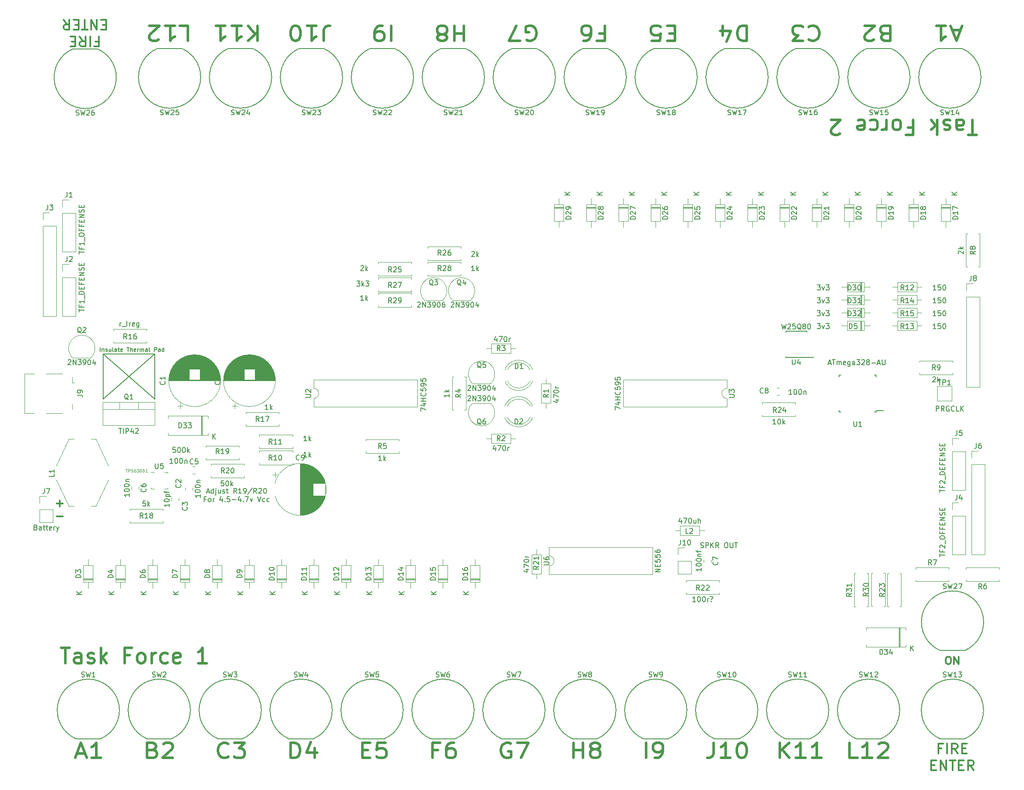
<source format=gbr>
G04 #@! TF.GenerationSoftware,KiCad,Pcbnew,5.0.2+dfsg1-1*
G04 #@! TF.CreationDate,2020-11-23T14:32:56-07:00*
G04 #@! TF.ProjectId,BattleshipMain,42617474-6c65-4736-9869-704d61696e2e,rev?*
G04 #@! TF.SameCoordinates,Original*
G04 #@! TF.FileFunction,Legend,Top*
G04 #@! TF.FilePolarity,Positive*
%FSLAX46Y46*%
G04 Gerber Fmt 4.6, Leading zero omitted, Abs format (unit mm)*
G04 Created by KiCad (PCBNEW 5.0.2+dfsg1-1) date Mon 23 Nov 2020 02:32:56 PM MST*
%MOMM*%
%LPD*%
G01*
G04 APERTURE LIST*
%ADD10C,0.150000*%
%ADD11C,0.300000*%
%ADD12C,0.500000*%
%ADD13C,0.200000*%
%ADD14C,0.120000*%
%ADD15C,0.100000*%
G04 APERTURE END LIST*
D10*
X32830285Y-85705904D02*
X32830285Y-84905904D01*
X33211238Y-85172571D02*
X33211238Y-85705904D01*
X33211238Y-85248761D02*
X33249333Y-85210666D01*
X33325523Y-85172571D01*
X33439809Y-85172571D01*
X33516000Y-85210666D01*
X33554095Y-85286857D01*
X33554095Y-85705904D01*
X33896952Y-85667809D02*
X33973142Y-85705904D01*
X34125523Y-85705904D01*
X34201714Y-85667809D01*
X34239809Y-85591619D01*
X34239809Y-85553523D01*
X34201714Y-85477333D01*
X34125523Y-85439238D01*
X34011238Y-85439238D01*
X33935047Y-85401142D01*
X33896952Y-85324952D01*
X33896952Y-85286857D01*
X33935047Y-85210666D01*
X34011238Y-85172571D01*
X34125523Y-85172571D01*
X34201714Y-85210666D01*
X34925523Y-85172571D02*
X34925523Y-85705904D01*
X34582666Y-85172571D02*
X34582666Y-85591619D01*
X34620761Y-85667809D01*
X34696952Y-85705904D01*
X34811238Y-85705904D01*
X34887428Y-85667809D01*
X34925523Y-85629714D01*
X35420761Y-85705904D02*
X35344571Y-85667809D01*
X35306476Y-85591619D01*
X35306476Y-84905904D01*
X36068380Y-85705904D02*
X36068380Y-85286857D01*
X36030285Y-85210666D01*
X35954095Y-85172571D01*
X35801714Y-85172571D01*
X35725523Y-85210666D01*
X36068380Y-85667809D02*
X35992190Y-85705904D01*
X35801714Y-85705904D01*
X35725523Y-85667809D01*
X35687428Y-85591619D01*
X35687428Y-85515428D01*
X35725523Y-85439238D01*
X35801714Y-85401142D01*
X35992190Y-85401142D01*
X36068380Y-85363047D01*
X36335047Y-85172571D02*
X36639809Y-85172571D01*
X36449333Y-84905904D02*
X36449333Y-85591619D01*
X36487428Y-85667809D01*
X36563619Y-85705904D01*
X36639809Y-85705904D01*
X37211238Y-85667809D02*
X37135047Y-85705904D01*
X36982666Y-85705904D01*
X36906476Y-85667809D01*
X36868380Y-85591619D01*
X36868380Y-85286857D01*
X36906476Y-85210666D01*
X36982666Y-85172571D01*
X37135047Y-85172571D01*
X37211238Y-85210666D01*
X37249333Y-85286857D01*
X37249333Y-85363047D01*
X36868380Y-85439238D01*
X38087428Y-84905904D02*
X38544571Y-84905904D01*
X38316000Y-85705904D02*
X38316000Y-84905904D01*
X38811238Y-85705904D02*
X38811238Y-84905904D01*
X39154095Y-85705904D02*
X39154095Y-85286857D01*
X39116000Y-85210666D01*
X39039809Y-85172571D01*
X38925523Y-85172571D01*
X38849333Y-85210666D01*
X38811238Y-85248761D01*
X39839809Y-85667809D02*
X39763619Y-85705904D01*
X39611238Y-85705904D01*
X39535047Y-85667809D01*
X39496952Y-85591619D01*
X39496952Y-85286857D01*
X39535047Y-85210666D01*
X39611238Y-85172571D01*
X39763619Y-85172571D01*
X39839809Y-85210666D01*
X39877904Y-85286857D01*
X39877904Y-85363047D01*
X39496952Y-85439238D01*
X40220761Y-85705904D02*
X40220761Y-85172571D01*
X40220761Y-85324952D02*
X40258857Y-85248761D01*
X40296952Y-85210666D01*
X40373142Y-85172571D01*
X40449333Y-85172571D01*
X40716000Y-85705904D02*
X40716000Y-85172571D01*
X40716000Y-85248761D02*
X40754095Y-85210666D01*
X40830285Y-85172571D01*
X40944571Y-85172571D01*
X41020761Y-85210666D01*
X41058857Y-85286857D01*
X41058857Y-85705904D01*
X41058857Y-85286857D02*
X41096952Y-85210666D01*
X41173142Y-85172571D01*
X41287428Y-85172571D01*
X41363619Y-85210666D01*
X41401714Y-85286857D01*
X41401714Y-85705904D01*
X42125523Y-85705904D02*
X42125523Y-85286857D01*
X42087428Y-85210666D01*
X42011238Y-85172571D01*
X41858857Y-85172571D01*
X41782666Y-85210666D01*
X42125523Y-85667809D02*
X42049333Y-85705904D01*
X41858857Y-85705904D01*
X41782666Y-85667809D01*
X41744571Y-85591619D01*
X41744571Y-85515428D01*
X41782666Y-85439238D01*
X41858857Y-85401142D01*
X42049333Y-85401142D01*
X42125523Y-85363047D01*
X42620761Y-85705904D02*
X42544571Y-85667809D01*
X42506476Y-85591619D01*
X42506476Y-84905904D01*
X43535047Y-85705904D02*
X43535047Y-84905904D01*
X43839809Y-84905904D01*
X43916000Y-84944000D01*
X43954095Y-84982095D01*
X43992190Y-85058285D01*
X43992190Y-85172571D01*
X43954095Y-85248761D01*
X43916000Y-85286857D01*
X43839809Y-85324952D01*
X43535047Y-85324952D01*
X44677904Y-85705904D02*
X44677904Y-85286857D01*
X44639809Y-85210666D01*
X44563619Y-85172571D01*
X44411238Y-85172571D01*
X44335047Y-85210666D01*
X44677904Y-85667809D02*
X44601714Y-85705904D01*
X44411238Y-85705904D01*
X44335047Y-85667809D01*
X44296952Y-85591619D01*
X44296952Y-85515428D01*
X44335047Y-85439238D01*
X44411238Y-85401142D01*
X44601714Y-85401142D01*
X44677904Y-85363047D01*
X45401714Y-85705904D02*
X45401714Y-84905904D01*
X45401714Y-85667809D02*
X45325523Y-85705904D01*
X45173142Y-85705904D01*
X45096952Y-85667809D01*
X45058857Y-85629714D01*
X45020761Y-85553523D01*
X45020761Y-85324952D01*
X45058857Y-85248761D01*
X45096952Y-85210666D01*
X45173142Y-85172571D01*
X45325523Y-85172571D01*
X45401714Y-85210666D01*
D11*
X24320571Y-115672142D02*
X25463428Y-115672142D01*
X24892000Y-116243571D02*
X24892000Y-115100714D01*
X24320571Y-118222142D02*
X25463428Y-118222142D01*
D12*
X205507999Y-43044857D02*
X203793714Y-43044857D01*
X204650857Y-40044857D02*
X204650857Y-43044857D01*
X201507999Y-40044857D02*
X201507999Y-41616285D01*
X201650857Y-41902000D01*
X201936571Y-42044857D01*
X202507999Y-42044857D01*
X202793714Y-41902000D01*
X201507999Y-40187714D02*
X201793714Y-40044857D01*
X202507999Y-40044857D01*
X202793714Y-40187714D01*
X202936571Y-40473428D01*
X202936571Y-40759142D01*
X202793714Y-41044857D01*
X202507999Y-41187714D01*
X201793714Y-41187714D01*
X201507999Y-41330571D01*
X200222285Y-40187714D02*
X199936571Y-40044857D01*
X199365142Y-40044857D01*
X199079428Y-40187714D01*
X198936571Y-40473428D01*
X198936571Y-40616285D01*
X199079428Y-40902000D01*
X199365142Y-41044857D01*
X199793714Y-41044857D01*
X200079428Y-41187714D01*
X200222285Y-41473428D01*
X200222285Y-41616285D01*
X200079428Y-41902000D01*
X199793714Y-42044857D01*
X199365142Y-42044857D01*
X199079428Y-41902000D01*
X197650857Y-40044857D02*
X197650857Y-43044857D01*
X197365142Y-41187714D02*
X196507999Y-40044857D01*
X196507999Y-42044857D02*
X197650857Y-40902000D01*
X191936571Y-41616285D02*
X192936571Y-41616285D01*
X192936571Y-40044857D02*
X192936571Y-43044857D01*
X191507999Y-43044857D01*
X189936571Y-40044857D02*
X190222285Y-40187714D01*
X190365142Y-40330571D01*
X190507999Y-40616285D01*
X190507999Y-41473428D01*
X190365142Y-41759142D01*
X190222285Y-41902000D01*
X189936571Y-42044857D01*
X189507999Y-42044857D01*
X189222285Y-41902000D01*
X189079428Y-41759142D01*
X188936571Y-41473428D01*
X188936571Y-40616285D01*
X189079428Y-40330571D01*
X189222285Y-40187714D01*
X189507999Y-40044857D01*
X189936571Y-40044857D01*
X187650857Y-40044857D02*
X187650857Y-42044857D01*
X187650857Y-41473428D02*
X187507999Y-41759142D01*
X187365142Y-41902000D01*
X187079428Y-42044857D01*
X186793714Y-42044857D01*
X184507999Y-40187714D02*
X184793714Y-40044857D01*
X185365142Y-40044857D01*
X185650857Y-40187714D01*
X185793714Y-40330571D01*
X185936571Y-40616285D01*
X185936571Y-41473428D01*
X185793714Y-41759142D01*
X185650857Y-41902000D01*
X185365142Y-42044857D01*
X184793714Y-42044857D01*
X184507999Y-41902000D01*
X182079428Y-40187714D02*
X182365142Y-40044857D01*
X182936571Y-40044857D01*
X183222285Y-40187714D01*
X183365142Y-40473428D01*
X183365142Y-41616285D01*
X183222285Y-41902000D01*
X182936571Y-42044857D01*
X182365142Y-42044857D01*
X182079428Y-41902000D01*
X181936571Y-41616285D01*
X181936571Y-41330571D01*
X183365142Y-41044857D01*
X178507999Y-42759142D02*
X178365142Y-42902000D01*
X178079428Y-43044857D01*
X177365142Y-43044857D01*
X177079428Y-42902000D01*
X176936571Y-42759142D01*
X176793714Y-42473428D01*
X176793714Y-42187714D01*
X176936571Y-41759142D01*
X178650857Y-40044857D01*
X176793714Y-40044857D01*
X25124000Y-144153142D02*
X26838285Y-144153142D01*
X25981142Y-147153142D02*
X25981142Y-144153142D01*
X29124000Y-147153142D02*
X29124000Y-145581714D01*
X28981142Y-145296000D01*
X28695428Y-145153142D01*
X28124000Y-145153142D01*
X27838285Y-145296000D01*
X29124000Y-147010285D02*
X28838285Y-147153142D01*
X28124000Y-147153142D01*
X27838285Y-147010285D01*
X27695428Y-146724571D01*
X27695428Y-146438857D01*
X27838285Y-146153142D01*
X28124000Y-146010285D01*
X28838285Y-146010285D01*
X29124000Y-145867428D01*
X30409714Y-147010285D02*
X30695428Y-147153142D01*
X31266857Y-147153142D01*
X31552571Y-147010285D01*
X31695428Y-146724571D01*
X31695428Y-146581714D01*
X31552571Y-146296000D01*
X31266857Y-146153142D01*
X30838285Y-146153142D01*
X30552571Y-146010285D01*
X30409714Y-145724571D01*
X30409714Y-145581714D01*
X30552571Y-145296000D01*
X30838285Y-145153142D01*
X31266857Y-145153142D01*
X31552571Y-145296000D01*
X32981142Y-147153142D02*
X32981142Y-144153142D01*
X33266857Y-146010285D02*
X34124000Y-147153142D01*
X34124000Y-145153142D02*
X32981142Y-146296000D01*
X38695428Y-145581714D02*
X37695428Y-145581714D01*
X37695428Y-147153142D02*
X37695428Y-144153142D01*
X39124000Y-144153142D01*
X40695428Y-147153142D02*
X40409714Y-147010285D01*
X40266857Y-146867428D01*
X40124000Y-146581714D01*
X40124000Y-145724571D01*
X40266857Y-145438857D01*
X40409714Y-145296000D01*
X40695428Y-145153142D01*
X41124000Y-145153142D01*
X41409714Y-145296000D01*
X41552571Y-145438857D01*
X41695428Y-145724571D01*
X41695428Y-146581714D01*
X41552571Y-146867428D01*
X41409714Y-147010285D01*
X41124000Y-147153142D01*
X40695428Y-147153142D01*
X42981142Y-147153142D02*
X42981142Y-145153142D01*
X42981142Y-145724571D02*
X43124000Y-145438857D01*
X43266857Y-145296000D01*
X43552571Y-145153142D01*
X43838285Y-145153142D01*
X46124000Y-147010285D02*
X45838285Y-147153142D01*
X45266857Y-147153142D01*
X44981142Y-147010285D01*
X44838285Y-146867428D01*
X44695428Y-146581714D01*
X44695428Y-145724571D01*
X44838285Y-145438857D01*
X44981142Y-145296000D01*
X45266857Y-145153142D01*
X45838285Y-145153142D01*
X46124000Y-145296000D01*
X48552571Y-147010285D02*
X48266857Y-147153142D01*
X47695428Y-147153142D01*
X47409714Y-147010285D01*
X47266857Y-146724571D01*
X47266857Y-145581714D01*
X47409714Y-145296000D01*
X47695428Y-145153142D01*
X48266857Y-145153142D01*
X48552571Y-145296000D01*
X48695428Y-145581714D01*
X48695428Y-145867428D01*
X47266857Y-146153142D01*
X53838285Y-147153142D02*
X52124000Y-147153142D01*
X52981142Y-147153142D02*
X52981142Y-144153142D01*
X52695428Y-144581714D01*
X52409714Y-144867428D01*
X52124000Y-145010285D01*
D10*
X53809047Y-113387666D02*
X54285238Y-113387666D01*
X53713809Y-113673380D02*
X54047142Y-112673380D01*
X54380476Y-113673380D01*
X55142380Y-113673380D02*
X55142380Y-112673380D01*
X55142380Y-113625761D02*
X55047142Y-113673380D01*
X54856666Y-113673380D01*
X54761428Y-113625761D01*
X54713809Y-113578142D01*
X54666190Y-113482904D01*
X54666190Y-113197190D01*
X54713809Y-113101952D01*
X54761428Y-113054333D01*
X54856666Y-113006714D01*
X55047142Y-113006714D01*
X55142380Y-113054333D01*
X55618571Y-113006714D02*
X55618571Y-113863857D01*
X55570952Y-113959095D01*
X55475714Y-114006714D01*
X55428095Y-114006714D01*
X55618571Y-112673380D02*
X55570952Y-112721000D01*
X55618571Y-112768619D01*
X55666190Y-112721000D01*
X55618571Y-112673380D01*
X55618571Y-112768619D01*
X56523333Y-113006714D02*
X56523333Y-113673380D01*
X56094761Y-113006714D02*
X56094761Y-113530523D01*
X56142380Y-113625761D01*
X56237619Y-113673380D01*
X56380476Y-113673380D01*
X56475714Y-113625761D01*
X56523333Y-113578142D01*
X56951904Y-113625761D02*
X57047142Y-113673380D01*
X57237619Y-113673380D01*
X57332857Y-113625761D01*
X57380476Y-113530523D01*
X57380476Y-113482904D01*
X57332857Y-113387666D01*
X57237619Y-113340047D01*
X57094761Y-113340047D01*
X56999523Y-113292428D01*
X56951904Y-113197190D01*
X56951904Y-113149571D01*
X56999523Y-113054333D01*
X57094761Y-113006714D01*
X57237619Y-113006714D01*
X57332857Y-113054333D01*
X57666190Y-113006714D02*
X58047142Y-113006714D01*
X57809047Y-112673380D02*
X57809047Y-113530523D01*
X57856666Y-113625761D01*
X57951904Y-113673380D01*
X58047142Y-113673380D01*
X59713809Y-113673380D02*
X59380476Y-113197190D01*
X59142380Y-113673380D02*
X59142380Y-112673380D01*
X59523333Y-112673380D01*
X59618571Y-112721000D01*
X59666190Y-112768619D01*
X59713809Y-112863857D01*
X59713809Y-113006714D01*
X59666190Y-113101952D01*
X59618571Y-113149571D01*
X59523333Y-113197190D01*
X59142380Y-113197190D01*
X60666190Y-113673380D02*
X60094761Y-113673380D01*
X60380476Y-113673380D02*
X60380476Y-112673380D01*
X60285238Y-112816238D01*
X60190000Y-112911476D01*
X60094761Y-112959095D01*
X61142380Y-113673380D02*
X61332857Y-113673380D01*
X61428095Y-113625761D01*
X61475714Y-113578142D01*
X61570952Y-113435285D01*
X61618571Y-113244809D01*
X61618571Y-112863857D01*
X61570952Y-112768619D01*
X61523333Y-112721000D01*
X61428095Y-112673380D01*
X61237619Y-112673380D01*
X61142380Y-112721000D01*
X61094761Y-112768619D01*
X61047142Y-112863857D01*
X61047142Y-113101952D01*
X61094761Y-113197190D01*
X61142380Y-113244809D01*
X61237619Y-113292428D01*
X61428095Y-113292428D01*
X61523333Y-113244809D01*
X61570952Y-113197190D01*
X61618571Y-113101952D01*
X62761428Y-112625761D02*
X61904285Y-113911476D01*
X63666190Y-113673380D02*
X63332857Y-113197190D01*
X63094761Y-113673380D02*
X63094761Y-112673380D01*
X63475714Y-112673380D01*
X63570952Y-112721000D01*
X63618571Y-112768619D01*
X63666190Y-112863857D01*
X63666190Y-113006714D01*
X63618571Y-113101952D01*
X63570952Y-113149571D01*
X63475714Y-113197190D01*
X63094761Y-113197190D01*
X64047142Y-112768619D02*
X64094761Y-112721000D01*
X64190000Y-112673380D01*
X64428095Y-112673380D01*
X64523333Y-112721000D01*
X64570952Y-112768619D01*
X64618571Y-112863857D01*
X64618571Y-112959095D01*
X64570952Y-113101952D01*
X63999523Y-113673380D01*
X64618571Y-113673380D01*
X65237619Y-112673380D02*
X65332857Y-112673380D01*
X65428095Y-112721000D01*
X65475714Y-112768619D01*
X65523333Y-112863857D01*
X65570952Y-113054333D01*
X65570952Y-113292428D01*
X65523333Y-113482904D01*
X65475714Y-113578142D01*
X65428095Y-113625761D01*
X65332857Y-113673380D01*
X65237619Y-113673380D01*
X65142380Y-113625761D01*
X65094761Y-113578142D01*
X65047142Y-113482904D01*
X64999523Y-113292428D01*
X64999523Y-113054333D01*
X65047142Y-112863857D01*
X65094761Y-112768619D01*
X65142380Y-112721000D01*
X65237619Y-112673380D01*
X53642380Y-114799571D02*
X53309047Y-114799571D01*
X53309047Y-115323380D02*
X53309047Y-114323380D01*
X53785238Y-114323380D01*
X54309047Y-115323380D02*
X54213809Y-115275761D01*
X54166190Y-115228142D01*
X54118571Y-115132904D01*
X54118571Y-114847190D01*
X54166190Y-114751952D01*
X54213809Y-114704333D01*
X54309047Y-114656714D01*
X54451904Y-114656714D01*
X54547142Y-114704333D01*
X54594761Y-114751952D01*
X54642380Y-114847190D01*
X54642380Y-115132904D01*
X54594761Y-115228142D01*
X54547142Y-115275761D01*
X54451904Y-115323380D01*
X54309047Y-115323380D01*
X55070952Y-115323380D02*
X55070952Y-114656714D01*
X55070952Y-114847190D02*
X55118571Y-114751952D01*
X55166190Y-114704333D01*
X55261428Y-114656714D01*
X55356666Y-114656714D01*
X56880476Y-114656714D02*
X56880476Y-115323380D01*
X56642380Y-114275761D02*
X56404285Y-114990047D01*
X57023333Y-114990047D01*
X57404285Y-115228142D02*
X57451904Y-115275761D01*
X57404285Y-115323380D01*
X57356666Y-115275761D01*
X57404285Y-115228142D01*
X57404285Y-115323380D01*
X58356666Y-114323380D02*
X57880476Y-114323380D01*
X57832857Y-114799571D01*
X57880476Y-114751952D01*
X57975714Y-114704333D01*
X58213809Y-114704333D01*
X58309047Y-114751952D01*
X58356666Y-114799571D01*
X58404285Y-114894809D01*
X58404285Y-115132904D01*
X58356666Y-115228142D01*
X58309047Y-115275761D01*
X58213809Y-115323380D01*
X57975714Y-115323380D01*
X57880476Y-115275761D01*
X57832857Y-115228142D01*
X58832857Y-114942428D02*
X59594761Y-114942428D01*
X60499523Y-114656714D02*
X60499523Y-115323380D01*
X60261428Y-114275761D02*
X60023333Y-114990047D01*
X60642380Y-114990047D01*
X61023333Y-115228142D02*
X61070952Y-115275761D01*
X61023333Y-115323380D01*
X60975714Y-115275761D01*
X61023333Y-115228142D01*
X61023333Y-115323380D01*
X61404285Y-114323380D02*
X62070952Y-114323380D01*
X61642380Y-115323380D01*
X62356666Y-114656714D02*
X62594761Y-115323380D01*
X62832857Y-114656714D01*
X63832857Y-114323380D02*
X64166190Y-115323380D01*
X64499523Y-114323380D01*
X65261428Y-115275761D02*
X65166190Y-115323380D01*
X64975714Y-115323380D01*
X64880476Y-115275761D01*
X64832857Y-115228142D01*
X64785238Y-115132904D01*
X64785238Y-114847190D01*
X64832857Y-114751952D01*
X64880476Y-114704333D01*
X64975714Y-114656714D01*
X65166190Y-114656714D01*
X65261428Y-114704333D01*
X66118571Y-115275761D02*
X66023333Y-115323380D01*
X65832857Y-115323380D01*
X65737619Y-115275761D01*
X65690000Y-115228142D01*
X65642380Y-115132904D01*
X65642380Y-114847190D01*
X65690000Y-114751952D01*
X65737619Y-114704333D01*
X65832857Y-114656714D01*
X66023333Y-114656714D01*
X66118571Y-114704333D01*
D11*
X31940238Y-24652857D02*
X32606904Y-24652857D01*
X32606904Y-23605238D02*
X32606904Y-25605238D01*
X31654523Y-25605238D01*
X30892619Y-23605238D02*
X30892619Y-25605238D01*
X28797380Y-23605238D02*
X29464047Y-24557619D01*
X29940238Y-23605238D02*
X29940238Y-25605238D01*
X29178333Y-25605238D01*
X28987857Y-25510000D01*
X28892619Y-25414761D01*
X28797380Y-25224285D01*
X28797380Y-24938571D01*
X28892619Y-24748095D01*
X28987857Y-24652857D01*
X29178333Y-24557619D01*
X29940238Y-24557619D01*
X27940238Y-24652857D02*
X27273571Y-24652857D01*
X26987857Y-23605238D02*
X27940238Y-23605238D01*
X27940238Y-25605238D01*
X26987857Y-25605238D01*
X33987857Y-21352857D02*
X33321190Y-21352857D01*
X33035476Y-20305238D02*
X33987857Y-20305238D01*
X33987857Y-22305238D01*
X33035476Y-22305238D01*
X32178333Y-20305238D02*
X32178333Y-22305238D01*
X31035476Y-20305238D01*
X31035476Y-22305238D01*
X30368809Y-22305238D02*
X29225952Y-22305238D01*
X29797380Y-20305238D02*
X29797380Y-22305238D01*
X28559285Y-21352857D02*
X27892619Y-21352857D01*
X27606904Y-20305238D02*
X28559285Y-20305238D01*
X28559285Y-22305238D01*
X27606904Y-22305238D01*
X25606904Y-20305238D02*
X26273571Y-21257619D01*
X26749761Y-20305238D02*
X26749761Y-22305238D01*
X25987857Y-22305238D01*
X25797380Y-22210000D01*
X25702142Y-22114761D01*
X25606904Y-21924285D01*
X25606904Y-21638571D01*
X25702142Y-21448095D01*
X25797380Y-21352857D01*
X25987857Y-21257619D01*
X26749761Y-21257619D01*
D12*
X48497642Y-21502857D02*
X50084785Y-21502857D01*
X50084785Y-24502857D01*
X45640785Y-21502857D02*
X47545357Y-21502857D01*
X46593071Y-21502857D02*
X46593071Y-24502857D01*
X46910500Y-24074285D01*
X47227928Y-23788571D01*
X47545357Y-23645714D01*
X44371071Y-24217142D02*
X44212357Y-24360000D01*
X43894928Y-24502857D01*
X43101357Y-24502857D01*
X42783928Y-24360000D01*
X42625214Y-24217142D01*
X42466500Y-23931428D01*
X42466500Y-23645714D01*
X42625214Y-23217142D01*
X44529785Y-21502857D01*
X42466500Y-21502857D01*
X202240142Y-22360000D02*
X200653000Y-22360000D01*
X202557571Y-21502857D02*
X201446571Y-24502857D01*
X200335571Y-21502857D01*
X197478714Y-21502857D02*
X199383285Y-21502857D01*
X198431000Y-21502857D02*
X198431000Y-24502857D01*
X198748428Y-24074285D01*
X199065857Y-23788571D01*
X199383285Y-23645714D01*
X187321000Y-23074285D02*
X186844857Y-22931428D01*
X186686142Y-22788571D01*
X186527428Y-22502857D01*
X186527428Y-22074285D01*
X186686142Y-21788571D01*
X186844857Y-21645714D01*
X187162285Y-21502857D01*
X188432000Y-21502857D01*
X188432000Y-24502857D01*
X187321000Y-24502857D01*
X187003571Y-24359999D01*
X186844857Y-24217142D01*
X186686142Y-23931428D01*
X186686142Y-23645714D01*
X186844857Y-23359999D01*
X187003571Y-23217142D01*
X187321000Y-23074285D01*
X188432000Y-23074285D01*
X185257714Y-24217142D02*
X185099000Y-24359999D01*
X184781571Y-24502857D01*
X183988000Y-24502857D01*
X183670571Y-24359999D01*
X183511857Y-24217142D01*
X183353142Y-23931428D01*
X183353142Y-23645714D01*
X183511857Y-23217142D01*
X185416428Y-21502857D01*
X183353142Y-21502857D01*
X172401857Y-21788571D02*
X172560571Y-21645714D01*
X173036714Y-21502857D01*
X173354142Y-21502857D01*
X173830285Y-21645714D01*
X174147714Y-21931428D01*
X174306428Y-22217142D01*
X174465142Y-22788571D01*
X174465142Y-23217142D01*
X174306428Y-23788571D01*
X174147714Y-24074285D01*
X173830285Y-24359999D01*
X173354142Y-24502857D01*
X173036714Y-24502857D01*
X172560571Y-24359999D01*
X172401857Y-24217142D01*
X171290857Y-24502857D02*
X169227571Y-24502857D01*
X170338571Y-23359999D01*
X169862428Y-23359999D01*
X169545000Y-23217142D01*
X169386285Y-23074285D01*
X169227571Y-22788571D01*
X169227571Y-22074285D01*
X169386285Y-21788571D01*
X169545000Y-21645714D01*
X169862428Y-21502857D01*
X170814714Y-21502857D01*
X171132142Y-21645714D01*
X171290857Y-21788571D01*
X160180857Y-21502857D02*
X160180857Y-24502857D01*
X159387285Y-24502857D01*
X158911142Y-24359999D01*
X158593714Y-24074285D01*
X158435000Y-23788571D01*
X158276285Y-23217142D01*
X158276285Y-22788571D01*
X158435000Y-22217142D01*
X158593714Y-21931428D01*
X158911142Y-21645714D01*
X159387285Y-21502857D01*
X160180857Y-21502857D01*
X155419428Y-23502857D02*
X155419428Y-21502857D01*
X156213000Y-24645714D02*
X157006571Y-22502857D01*
X154943285Y-22502857D01*
X146055285Y-23074285D02*
X144944285Y-23074285D01*
X144468142Y-21502857D02*
X146055285Y-21502857D01*
X146055285Y-24502857D01*
X144468142Y-24502857D01*
X141452571Y-24502857D02*
X143039714Y-24502857D01*
X143198428Y-23074285D01*
X143039714Y-23217142D01*
X142722285Y-23359999D01*
X141928714Y-23359999D01*
X141611285Y-23217142D01*
X141452571Y-23074285D01*
X141293857Y-22788571D01*
X141293857Y-22074285D01*
X141452571Y-21788571D01*
X141611285Y-21645714D01*
X141928714Y-21502857D01*
X142722285Y-21502857D01*
X143039714Y-21645714D01*
X143198428Y-21788571D01*
X131136142Y-23074285D02*
X132247142Y-23074285D01*
X132247142Y-21502857D02*
X132247142Y-24502857D01*
X130660000Y-24502857D01*
X127961857Y-24502857D02*
X128596714Y-24502857D01*
X128914142Y-24359999D01*
X129072857Y-24217142D01*
X129390285Y-23788571D01*
X129549000Y-23217142D01*
X129549000Y-22074285D01*
X129390285Y-21788571D01*
X129231571Y-21645714D01*
X128914142Y-21502857D01*
X128279285Y-21502857D01*
X127961857Y-21645714D01*
X127803142Y-21788571D01*
X127644428Y-22074285D01*
X127644428Y-22788571D01*
X127803142Y-23074285D01*
X127961857Y-23217142D01*
X128279285Y-23359999D01*
X128914142Y-23359999D01*
X129231571Y-23217142D01*
X129390285Y-23074285D01*
X129549000Y-22788571D01*
X116851857Y-24359999D02*
X117169285Y-24502857D01*
X117645428Y-24502857D01*
X118121571Y-24359999D01*
X118439000Y-24074285D01*
X118597714Y-23788571D01*
X118756428Y-23217142D01*
X118756428Y-22788571D01*
X118597714Y-22217142D01*
X118439000Y-21931428D01*
X118121571Y-21645714D01*
X117645428Y-21502857D01*
X117328000Y-21502857D01*
X116851857Y-21645714D01*
X116693142Y-21788571D01*
X116693142Y-22788571D01*
X117328000Y-22788571D01*
X115582142Y-24502857D02*
X113360142Y-24502857D01*
X114788571Y-21502857D01*
X104472142Y-21502857D02*
X104472142Y-24502857D01*
X104472142Y-23074285D02*
X102567571Y-23074285D01*
X102567571Y-21502857D02*
X102567571Y-24502857D01*
X100504285Y-23217142D02*
X100821714Y-23359999D01*
X100980428Y-23502857D01*
X101139142Y-23788571D01*
X101139142Y-23931428D01*
X100980428Y-24217142D01*
X100821714Y-24359999D01*
X100504285Y-24502857D01*
X99869428Y-24502857D01*
X99552000Y-24359999D01*
X99393285Y-24217142D01*
X99234571Y-23931428D01*
X99234571Y-23788571D01*
X99393285Y-23502857D01*
X99552000Y-23359999D01*
X99869428Y-23217142D01*
X100504285Y-23217142D01*
X100821714Y-23074285D01*
X100980428Y-22931428D01*
X101139142Y-22645714D01*
X101139142Y-22074285D01*
X100980428Y-21788571D01*
X100821714Y-21645714D01*
X100504285Y-21502857D01*
X99869428Y-21502857D01*
X99552000Y-21645714D01*
X99393285Y-21788571D01*
X99234571Y-22074285D01*
X99234571Y-22645714D01*
X99393285Y-22931428D01*
X99552000Y-23074285D01*
X99869428Y-23217142D01*
X90187857Y-21502857D02*
X90187857Y-24502857D01*
X88442000Y-21502857D02*
X87807142Y-21502857D01*
X87489714Y-21645714D01*
X87331000Y-21788571D01*
X87013571Y-22217142D01*
X86854857Y-22788571D01*
X86854857Y-23931428D01*
X87013571Y-24217142D01*
X87172285Y-24359999D01*
X87489714Y-24502857D01*
X88124571Y-24502857D01*
X88442000Y-24359999D01*
X88600714Y-24217142D01*
X88759428Y-23931428D01*
X88759428Y-23217142D01*
X88600714Y-22931428D01*
X88442000Y-22788571D01*
X88124571Y-22645714D01*
X87489714Y-22645714D01*
X87172285Y-22788571D01*
X87013571Y-22931428D01*
X86854857Y-23217142D01*
X76855857Y-24502857D02*
X76855857Y-22359999D01*
X77014571Y-21931428D01*
X77332000Y-21645714D01*
X77808142Y-21502857D01*
X78125571Y-21502857D01*
X73522857Y-21502857D02*
X75427428Y-21502857D01*
X74475142Y-21502857D02*
X74475142Y-24502857D01*
X74792571Y-24074285D01*
X75110000Y-23788571D01*
X75427428Y-23645714D01*
X71459571Y-24502857D02*
X71142142Y-24502857D01*
X70824714Y-24359999D01*
X70666000Y-24217142D01*
X70507285Y-23931428D01*
X70348571Y-23359999D01*
X70348571Y-22645714D01*
X70507285Y-22074285D01*
X70666000Y-21788571D01*
X70824714Y-21645714D01*
X71142142Y-21502857D01*
X71459571Y-21502857D01*
X71777000Y-21645714D01*
X71935714Y-21788571D01*
X72094428Y-22074285D01*
X72253142Y-22645714D01*
X72253142Y-23359999D01*
X72094428Y-23931428D01*
X71935714Y-24217142D01*
X71777000Y-24359999D01*
X71459571Y-24502857D01*
X63841285Y-21502857D02*
X63841285Y-24502857D01*
X61936714Y-21502857D02*
X63365142Y-23217142D01*
X61936714Y-24502857D02*
X63841285Y-22788571D01*
X58762428Y-21502857D02*
X60667000Y-21502857D01*
X59714714Y-21502857D02*
X59714714Y-24502857D01*
X60032142Y-24074285D01*
X60349571Y-23788571D01*
X60667000Y-23645714D01*
X55588142Y-21502857D02*
X57492714Y-21502857D01*
X56540428Y-21502857D02*
X56540428Y-24502857D01*
X56857857Y-24074285D01*
X57175285Y-23788571D01*
X57492714Y-23645714D01*
D11*
X199731428Y-145863571D02*
X200017142Y-145863571D01*
X200160000Y-145935000D01*
X200302857Y-146077857D01*
X200374285Y-146363571D01*
X200374285Y-146863571D01*
X200302857Y-147149285D01*
X200160000Y-147292142D01*
X200017142Y-147363571D01*
X199731428Y-147363571D01*
X199588571Y-147292142D01*
X199445714Y-147149285D01*
X199374285Y-146863571D01*
X199374285Y-146363571D01*
X199445714Y-146077857D01*
X199588571Y-145935000D01*
X199731428Y-145863571D01*
X201017142Y-147363571D02*
X201017142Y-145863571D01*
X201874285Y-147363571D01*
X201874285Y-145863571D01*
X198564761Y-163942142D02*
X197898095Y-163942142D01*
X197898095Y-164989761D02*
X197898095Y-162989761D01*
X198850476Y-162989761D01*
X199612380Y-164989761D02*
X199612380Y-162989761D01*
X201707619Y-164989761D02*
X201040952Y-164037380D01*
X200564761Y-164989761D02*
X200564761Y-162989761D01*
X201326666Y-162989761D01*
X201517142Y-163085000D01*
X201612380Y-163180238D01*
X201707619Y-163370714D01*
X201707619Y-163656428D01*
X201612380Y-163846904D01*
X201517142Y-163942142D01*
X201326666Y-164037380D01*
X200564761Y-164037380D01*
X202564761Y-163942142D02*
X203231428Y-163942142D01*
X203517142Y-164989761D02*
X202564761Y-164989761D01*
X202564761Y-162989761D01*
X203517142Y-162989761D01*
X196517142Y-167242142D02*
X197183809Y-167242142D01*
X197469523Y-168289761D02*
X196517142Y-168289761D01*
X196517142Y-166289761D01*
X197469523Y-166289761D01*
X198326666Y-168289761D02*
X198326666Y-166289761D01*
X199469523Y-168289761D01*
X199469523Y-166289761D01*
X200136190Y-166289761D02*
X201279047Y-166289761D01*
X200707619Y-168289761D02*
X200707619Y-166289761D01*
X201945714Y-167242142D02*
X202612380Y-167242142D01*
X202898095Y-168289761D02*
X201945714Y-168289761D01*
X201945714Y-166289761D01*
X202898095Y-166289761D01*
X204898095Y-168289761D02*
X204231428Y-167337380D01*
X203755238Y-168289761D02*
X203755238Y-166289761D01*
X204517142Y-166289761D01*
X204707619Y-166385000D01*
X204802857Y-166480238D01*
X204898095Y-166670714D01*
X204898095Y-166956428D01*
X204802857Y-167146904D01*
X204707619Y-167242142D01*
X204517142Y-167337380D01*
X203755238Y-167337380D01*
D12*
X182009285Y-165822142D02*
X180423571Y-165822142D01*
X180423571Y-162822142D01*
X184863571Y-165822142D02*
X182960714Y-165822142D01*
X183912142Y-165822142D02*
X183912142Y-162822142D01*
X183595000Y-163250714D01*
X183277857Y-163536428D01*
X182960714Y-163679285D01*
X186132142Y-163107857D02*
X186290714Y-162965000D01*
X186607857Y-162822142D01*
X187400714Y-162822142D01*
X187717857Y-162965000D01*
X187876428Y-163107857D01*
X188035000Y-163393571D01*
X188035000Y-163679285D01*
X187876428Y-164107857D01*
X185973571Y-165822142D01*
X188035000Y-165822142D01*
X28264857Y-164965000D02*
X29852000Y-164965000D01*
X27947428Y-165822142D02*
X29058428Y-162822142D01*
X30169428Y-165822142D01*
X33026285Y-165822142D02*
X31121714Y-165822142D01*
X32074000Y-165822142D02*
X32074000Y-162822142D01*
X31756571Y-163250714D01*
X31439142Y-163536428D01*
X31121714Y-163679285D01*
X43184000Y-164250714D02*
X43660142Y-164393571D01*
X43818857Y-164536428D01*
X43977571Y-164822142D01*
X43977571Y-165250714D01*
X43818857Y-165536428D01*
X43660142Y-165679285D01*
X43342714Y-165822142D01*
X42073000Y-165822142D01*
X42073000Y-162822142D01*
X43184000Y-162822142D01*
X43501428Y-162965000D01*
X43660142Y-163107857D01*
X43818857Y-163393571D01*
X43818857Y-163679285D01*
X43660142Y-163965000D01*
X43501428Y-164107857D01*
X43184000Y-164250714D01*
X42073000Y-164250714D01*
X45247285Y-163107857D02*
X45406000Y-162965000D01*
X45723428Y-162822142D01*
X46517000Y-162822142D01*
X46834428Y-162965000D01*
X46993142Y-163107857D01*
X47151857Y-163393571D01*
X47151857Y-163679285D01*
X46993142Y-164107857D01*
X45088571Y-165822142D01*
X47151857Y-165822142D01*
X58103142Y-165536428D02*
X57944428Y-165679285D01*
X57468285Y-165822142D01*
X57150857Y-165822142D01*
X56674714Y-165679285D01*
X56357285Y-165393571D01*
X56198571Y-165107857D01*
X56039857Y-164536428D01*
X56039857Y-164107857D01*
X56198571Y-163536428D01*
X56357285Y-163250714D01*
X56674714Y-162965000D01*
X57150857Y-162822142D01*
X57468285Y-162822142D01*
X57944428Y-162965000D01*
X58103142Y-163107857D01*
X59214142Y-162822142D02*
X61277428Y-162822142D01*
X60166428Y-163965000D01*
X60642571Y-163965000D01*
X60959999Y-164107857D01*
X61118714Y-164250714D01*
X61277428Y-164536428D01*
X61277428Y-165250714D01*
X61118714Y-165536428D01*
X60959999Y-165679285D01*
X60642571Y-165822142D01*
X59690285Y-165822142D01*
X59372857Y-165679285D01*
X59214142Y-165536428D01*
X70324142Y-165822142D02*
X70324142Y-162822142D01*
X71117714Y-162822142D01*
X71593857Y-162965000D01*
X71911285Y-163250714D01*
X72070000Y-163536428D01*
X72228714Y-164107857D01*
X72228714Y-164536428D01*
X72070000Y-165107857D01*
X71911285Y-165393571D01*
X71593857Y-165679285D01*
X71117714Y-165822142D01*
X70324142Y-165822142D01*
X75085571Y-163822142D02*
X75085571Y-165822142D01*
X74292000Y-162679285D02*
X73498428Y-164822142D01*
X75561714Y-164822142D01*
X84449714Y-164250714D02*
X85560714Y-164250714D01*
X86036857Y-165822142D02*
X84449714Y-165822142D01*
X84449714Y-162822142D01*
X86036857Y-162822142D01*
X89052428Y-162822142D02*
X87465285Y-162822142D01*
X87306571Y-164250714D01*
X87465285Y-164107857D01*
X87782714Y-163965000D01*
X88576285Y-163965000D01*
X88893714Y-164107857D01*
X89052428Y-164250714D01*
X89211142Y-164536428D01*
X89211142Y-165250714D01*
X89052428Y-165536428D01*
X88893714Y-165679285D01*
X88576285Y-165822142D01*
X87782714Y-165822142D01*
X87465285Y-165679285D01*
X87306571Y-165536428D01*
X99368857Y-164250714D02*
X98257857Y-164250714D01*
X98257857Y-165822142D02*
X98257857Y-162822142D01*
X99845000Y-162822142D01*
X102543142Y-162822142D02*
X101908285Y-162822142D01*
X101590857Y-162965000D01*
X101432142Y-163107857D01*
X101114714Y-163536428D01*
X100956000Y-164107857D01*
X100956000Y-165250714D01*
X101114714Y-165536428D01*
X101273428Y-165679285D01*
X101590857Y-165822142D01*
X102225714Y-165822142D01*
X102543142Y-165679285D01*
X102701857Y-165536428D01*
X102860571Y-165250714D01*
X102860571Y-164536428D01*
X102701857Y-164250714D01*
X102543142Y-164107857D01*
X102225714Y-163965000D01*
X101590857Y-163965000D01*
X101273428Y-164107857D01*
X101114714Y-164250714D01*
X100956000Y-164536428D01*
X113653142Y-162965000D02*
X113335714Y-162822142D01*
X112859571Y-162822142D01*
X112383428Y-162965000D01*
X112066000Y-163250714D01*
X111907285Y-163536428D01*
X111748571Y-164107857D01*
X111748571Y-164536428D01*
X111907285Y-165107857D01*
X112066000Y-165393571D01*
X112383428Y-165679285D01*
X112859571Y-165822142D01*
X113177000Y-165822142D01*
X113653142Y-165679285D01*
X113811857Y-165536428D01*
X113811857Y-164536428D01*
X113177000Y-164536428D01*
X114922857Y-162822142D02*
X117144857Y-162822142D01*
X115716428Y-165822142D01*
X126032857Y-165822142D02*
X126032857Y-162822142D01*
X126032857Y-164250714D02*
X127937428Y-164250714D01*
X127937428Y-165822142D02*
X127937428Y-162822142D01*
X130000714Y-164107857D02*
X129683285Y-163965000D01*
X129524571Y-163822142D01*
X129365857Y-163536428D01*
X129365857Y-163393571D01*
X129524571Y-163107857D01*
X129683285Y-162965000D01*
X130000714Y-162822142D01*
X130635571Y-162822142D01*
X130953000Y-162965000D01*
X131111714Y-163107857D01*
X131270428Y-163393571D01*
X131270428Y-163536428D01*
X131111714Y-163822142D01*
X130953000Y-163965000D01*
X130635571Y-164107857D01*
X130000714Y-164107857D01*
X129683285Y-164250714D01*
X129524571Y-164393571D01*
X129365857Y-164679285D01*
X129365857Y-165250714D01*
X129524571Y-165536428D01*
X129683285Y-165679285D01*
X130000714Y-165822142D01*
X130635571Y-165822142D01*
X130953000Y-165679285D01*
X131111714Y-165536428D01*
X131270428Y-165250714D01*
X131270428Y-164679285D01*
X131111714Y-164393571D01*
X130953000Y-164250714D01*
X130635571Y-164107857D01*
X140317142Y-165822142D02*
X140317142Y-162822142D01*
X142063000Y-165822142D02*
X142697857Y-165822142D01*
X143015285Y-165679285D01*
X143174000Y-165536428D01*
X143491428Y-165107857D01*
X143650142Y-164536428D01*
X143650142Y-163393571D01*
X143491428Y-163107857D01*
X143332714Y-162965000D01*
X143015285Y-162822142D01*
X142380428Y-162822142D01*
X142063000Y-162965000D01*
X141904285Y-163107857D01*
X141745571Y-163393571D01*
X141745571Y-164107857D01*
X141904285Y-164393571D01*
X142063000Y-164536428D01*
X142380428Y-164679285D01*
X143015285Y-164679285D01*
X143332714Y-164536428D01*
X143491428Y-164393571D01*
X143650142Y-164107857D01*
X153649142Y-162822142D02*
X153649142Y-164965000D01*
X153490428Y-165393571D01*
X153172999Y-165679285D01*
X152696857Y-165822142D01*
X152379428Y-165822142D01*
X156982142Y-165822142D02*
X155077571Y-165822142D01*
X156029857Y-165822142D02*
X156029857Y-162822142D01*
X155712428Y-163250714D01*
X155394999Y-163536428D01*
X155077571Y-163679285D01*
X159045428Y-162822142D02*
X159362857Y-162822142D01*
X159680285Y-162965000D01*
X159838999Y-163107857D01*
X159997714Y-163393571D01*
X160156428Y-163965000D01*
X160156428Y-164679285D01*
X159997714Y-165250714D01*
X159838999Y-165536428D01*
X159680285Y-165679285D01*
X159362857Y-165822142D01*
X159045428Y-165822142D01*
X158727999Y-165679285D01*
X158569285Y-165536428D01*
X158410571Y-165250714D01*
X158251857Y-164679285D01*
X158251857Y-163965000D01*
X158410571Y-163393571D01*
X158569285Y-163107857D01*
X158727999Y-162965000D01*
X159045428Y-162822142D01*
X166663714Y-165822142D02*
X166663714Y-162822142D01*
X168568285Y-165822142D02*
X167139857Y-164107857D01*
X168568285Y-162822142D02*
X166663714Y-164536428D01*
X171742571Y-165822142D02*
X169837999Y-165822142D01*
X170790285Y-165822142D02*
X170790285Y-162822142D01*
X170472857Y-163250714D01*
X170155428Y-163536428D01*
X169837999Y-163679285D01*
X174916857Y-165822142D02*
X173012285Y-165822142D01*
X173964571Y-165822142D02*
X173964571Y-162822142D01*
X173647142Y-163250714D01*
X173329714Y-163536428D01*
X173012285Y-163679285D01*
D13*
X33401000Y-86233000D02*
X43561000Y-86233000D01*
X43561000Y-86233000D02*
X33401000Y-95123000D01*
X43561000Y-95123000D02*
X43561000Y-86233000D01*
X33401000Y-86233000D02*
X43561000Y-95123000D01*
X43561000Y-86233000D02*
X43561000Y-95123000D01*
X33401000Y-95123000D02*
X33401000Y-86233000D01*
D10*
G04 #@! TO.C,U1*
X185660500Y-97600500D02*
X185660500Y-97375500D01*
X178410500Y-97600500D02*
X178410500Y-97275500D01*
X178410500Y-90350500D02*
X178410500Y-90675500D01*
X185660500Y-90350500D02*
X185660500Y-90675500D01*
X185660500Y-97600500D02*
X185335500Y-97600500D01*
X185660500Y-90350500D02*
X185335500Y-90350500D01*
X178410500Y-90350500D02*
X178735500Y-90350500D01*
X178410500Y-97600500D02*
X178735500Y-97600500D01*
X185660500Y-97375500D02*
X187085500Y-97375500D01*
D14*
G04 #@! TO.C,C9*
X67265860Y-114163000D02*
G75*
G03X67265860Y-111643000I4962540J1260000D01*
G01*
X72228400Y-107823000D02*
X72228400Y-117983000D01*
X72268400Y-107823000D02*
X72268400Y-117983000D01*
X72308400Y-107823000D02*
X72308400Y-117983000D01*
X72348400Y-107824000D02*
X72348400Y-117982000D01*
X72388400Y-107825000D02*
X72388400Y-117981000D01*
X72428400Y-107826000D02*
X72428400Y-117980000D01*
X72468400Y-107828000D02*
X72468400Y-117978000D01*
X72508400Y-107830000D02*
X72508400Y-117976000D01*
X72548400Y-107833000D02*
X72548400Y-117973000D01*
X72588400Y-107835000D02*
X72588400Y-117971000D01*
X72628400Y-107838000D02*
X72628400Y-117968000D01*
X72668400Y-107841000D02*
X72668400Y-117965000D01*
X72708400Y-107845000D02*
X72708400Y-117961000D01*
X72748400Y-107849000D02*
X72748400Y-117957000D01*
X72788400Y-107853000D02*
X72788400Y-117953000D01*
X72828400Y-107858000D02*
X72828400Y-117948000D01*
X72868400Y-107863000D02*
X72868400Y-117943000D01*
X72908400Y-107868000D02*
X72908400Y-117938000D01*
X72949400Y-107873000D02*
X72949400Y-117933000D01*
X72989400Y-107879000D02*
X72989400Y-117927000D01*
X73029400Y-107885000D02*
X73029400Y-117921000D01*
X73069400Y-107892000D02*
X73069400Y-117914000D01*
X73109400Y-107899000D02*
X73109400Y-117907000D01*
X73149400Y-107906000D02*
X73149400Y-117900000D01*
X73189400Y-107913000D02*
X73189400Y-117893000D01*
X73229400Y-107921000D02*
X73229400Y-117885000D01*
X73269400Y-107929000D02*
X73269400Y-117877000D01*
X73309400Y-107938000D02*
X73309400Y-117868000D01*
X73349400Y-107947000D02*
X73349400Y-117859000D01*
X73389400Y-107956000D02*
X73389400Y-117850000D01*
X73429400Y-107965000D02*
X73429400Y-117841000D01*
X73469400Y-107975000D02*
X73469400Y-117831000D01*
X73509400Y-107985000D02*
X73509400Y-117821000D01*
X73549400Y-107996000D02*
X73549400Y-117810000D01*
X73589400Y-108006000D02*
X73589400Y-117800000D01*
X73629400Y-108018000D02*
X73629400Y-117788000D01*
X73669400Y-108029000D02*
X73669400Y-117777000D01*
X73709400Y-108041000D02*
X73709400Y-117765000D01*
X73749400Y-108053000D02*
X73749400Y-117753000D01*
X73789400Y-108066000D02*
X73789400Y-117740000D01*
X73829400Y-108079000D02*
X73829400Y-117727000D01*
X73869400Y-108092000D02*
X73869400Y-117714000D01*
X73909400Y-108106000D02*
X73909400Y-117700000D01*
X73949400Y-108120000D02*
X73949400Y-117686000D01*
X73989400Y-108135000D02*
X73989400Y-117671000D01*
X74029400Y-108149000D02*
X74029400Y-117657000D01*
X74069400Y-108165000D02*
X74069400Y-117641000D01*
X74109400Y-108180000D02*
X74109400Y-117626000D01*
X74149400Y-108196000D02*
X74149400Y-117610000D01*
X74189400Y-108213000D02*
X74189400Y-117593000D01*
X74229400Y-108229000D02*
X74229400Y-117577000D01*
X74269400Y-108246000D02*
X74269400Y-117560000D01*
X74309400Y-108264000D02*
X74309400Y-117542000D01*
X74349400Y-108282000D02*
X74349400Y-117524000D01*
X74389400Y-108300000D02*
X74389400Y-117506000D01*
X74429400Y-108319000D02*
X74429400Y-117487000D01*
X74469400Y-108339000D02*
X74469400Y-117467000D01*
X74509400Y-108358000D02*
X74509400Y-117448000D01*
X74549400Y-108378000D02*
X74549400Y-117428000D01*
X74589400Y-108399000D02*
X74589400Y-117407000D01*
X74629400Y-108420000D02*
X74629400Y-117386000D01*
X74669400Y-108441000D02*
X74669400Y-117365000D01*
X74709400Y-108463000D02*
X74709400Y-117343000D01*
X74749400Y-108486000D02*
X74749400Y-111662000D01*
X74749400Y-114144000D02*
X74749400Y-117320000D01*
X74789400Y-108508000D02*
X74789400Y-111662000D01*
X74789400Y-114144000D02*
X74789400Y-117298000D01*
X74829400Y-108532000D02*
X74829400Y-111662000D01*
X74829400Y-114144000D02*
X74829400Y-117274000D01*
X74869400Y-108556000D02*
X74869400Y-111662000D01*
X74869400Y-114144000D02*
X74869400Y-117250000D01*
X74909400Y-108580000D02*
X74909400Y-111662000D01*
X74909400Y-114144000D02*
X74909400Y-117226000D01*
X74949400Y-108605000D02*
X74949400Y-111662000D01*
X74949400Y-114144000D02*
X74949400Y-117201000D01*
X74989400Y-108630000D02*
X74989400Y-111662000D01*
X74989400Y-114144000D02*
X74989400Y-117176000D01*
X75029400Y-108656000D02*
X75029400Y-111662000D01*
X75029400Y-114144000D02*
X75029400Y-117150000D01*
X75069400Y-108682000D02*
X75069400Y-111662000D01*
X75069400Y-114144000D02*
X75069400Y-117124000D01*
X75109400Y-108709000D02*
X75109400Y-111662000D01*
X75109400Y-114144000D02*
X75109400Y-117097000D01*
X75149400Y-108737000D02*
X75149400Y-111662000D01*
X75149400Y-114144000D02*
X75149400Y-117069000D01*
X75189400Y-108765000D02*
X75189400Y-111662000D01*
X75189400Y-114144000D02*
X75189400Y-117041000D01*
X75229400Y-108793000D02*
X75229400Y-111662000D01*
X75229400Y-114144000D02*
X75229400Y-117013000D01*
X75269400Y-108823000D02*
X75269400Y-111662000D01*
X75269400Y-114144000D02*
X75269400Y-116983000D01*
X75309400Y-108853000D02*
X75309400Y-111662000D01*
X75309400Y-114144000D02*
X75309400Y-116953000D01*
X75349400Y-108883000D02*
X75349400Y-111662000D01*
X75349400Y-114144000D02*
X75349400Y-116923000D01*
X75389400Y-108914000D02*
X75389400Y-111662000D01*
X75389400Y-114144000D02*
X75389400Y-116892000D01*
X75429400Y-108946000D02*
X75429400Y-111662000D01*
X75429400Y-114144000D02*
X75429400Y-116860000D01*
X75469400Y-108978000D02*
X75469400Y-111662000D01*
X75469400Y-114144000D02*
X75469400Y-116828000D01*
X75509400Y-109011000D02*
X75509400Y-111662000D01*
X75509400Y-114144000D02*
X75509400Y-116795000D01*
X75549400Y-109045000D02*
X75549400Y-111662000D01*
X75549400Y-114144000D02*
X75549400Y-116761000D01*
X75589400Y-109079000D02*
X75589400Y-111662000D01*
X75589400Y-114144000D02*
X75589400Y-116727000D01*
X75629400Y-109114000D02*
X75629400Y-111662000D01*
X75629400Y-114144000D02*
X75629400Y-116692000D01*
X75669400Y-109150000D02*
X75669400Y-111662000D01*
X75669400Y-114144000D02*
X75669400Y-116656000D01*
X75709400Y-109187000D02*
X75709400Y-111662000D01*
X75709400Y-114144000D02*
X75709400Y-116619000D01*
X75749400Y-109224000D02*
X75749400Y-111662000D01*
X75749400Y-114144000D02*
X75749400Y-116582000D01*
X75789400Y-109263000D02*
X75789400Y-111662000D01*
X75789400Y-114144000D02*
X75789400Y-116543000D01*
X75829400Y-109302000D02*
X75829400Y-111662000D01*
X75829400Y-114144000D02*
X75829400Y-116504000D01*
X75869400Y-109342000D02*
X75869400Y-111662000D01*
X75869400Y-114144000D02*
X75869400Y-116464000D01*
X75909400Y-109383000D02*
X75909400Y-111662000D01*
X75909400Y-114144000D02*
X75909400Y-116423000D01*
X75949400Y-109425000D02*
X75949400Y-111662000D01*
X75949400Y-114144000D02*
X75949400Y-116381000D01*
X75989400Y-109467000D02*
X75989400Y-111662000D01*
X75989400Y-114144000D02*
X75989400Y-116339000D01*
X76029400Y-109511000D02*
X76029400Y-111662000D01*
X76029400Y-114144000D02*
X76029400Y-116295000D01*
X76069400Y-109556000D02*
X76069400Y-111662000D01*
X76069400Y-114144000D02*
X76069400Y-116250000D01*
X76109400Y-109602000D02*
X76109400Y-111662000D01*
X76109400Y-114144000D02*
X76109400Y-116204000D01*
X76149400Y-109649000D02*
X76149400Y-111662000D01*
X76149400Y-114144000D02*
X76149400Y-116157000D01*
X76189400Y-109697000D02*
X76189400Y-111662000D01*
X76189400Y-114144000D02*
X76189400Y-116109000D01*
X76229400Y-109747000D02*
X76229400Y-111662000D01*
X76229400Y-114144000D02*
X76229400Y-116059000D01*
X76269400Y-109797000D02*
X76269400Y-111662000D01*
X76269400Y-114144000D02*
X76269400Y-116009000D01*
X76309400Y-109849000D02*
X76309400Y-111662000D01*
X76309400Y-114144000D02*
X76309400Y-115957000D01*
X76349400Y-109903000D02*
X76349400Y-111662000D01*
X76349400Y-114144000D02*
X76349400Y-115903000D01*
X76389400Y-109958000D02*
X76389400Y-111662000D01*
X76389400Y-114144000D02*
X76389400Y-115848000D01*
X76429400Y-110014000D02*
X76429400Y-111662000D01*
X76429400Y-114144000D02*
X76429400Y-115792000D01*
X76469400Y-110073000D02*
X76469400Y-111662000D01*
X76469400Y-114144000D02*
X76469400Y-115733000D01*
X76509400Y-110133000D02*
X76509400Y-111662000D01*
X76509400Y-114144000D02*
X76509400Y-115673000D01*
X76549400Y-110194000D02*
X76549400Y-111662000D01*
X76549400Y-114144000D02*
X76549400Y-115612000D01*
X76589400Y-110258000D02*
X76589400Y-111662000D01*
X76589400Y-114144000D02*
X76589400Y-115548000D01*
X76629400Y-110324000D02*
X76629400Y-111662000D01*
X76629400Y-114144000D02*
X76629400Y-115482000D01*
X76669400Y-110393000D02*
X76669400Y-111662000D01*
X76669400Y-114144000D02*
X76669400Y-115413000D01*
X76709400Y-110464000D02*
X76709400Y-111662000D01*
X76709400Y-114144000D02*
X76709400Y-115342000D01*
X76749400Y-110538000D02*
X76749400Y-111662000D01*
X76749400Y-114144000D02*
X76749400Y-115268000D01*
X76789400Y-110614000D02*
X76789400Y-111662000D01*
X76789400Y-114144000D02*
X76789400Y-115192000D01*
X76829400Y-110694000D02*
X76829400Y-111662000D01*
X76829400Y-114144000D02*
X76829400Y-115112000D01*
X76869400Y-110778000D02*
X76869400Y-111662000D01*
X76869400Y-114144000D02*
X76869400Y-115028000D01*
X76909400Y-110866000D02*
X76909400Y-111662000D01*
X76909400Y-114144000D02*
X76909400Y-114940000D01*
X76949400Y-110959000D02*
X76949400Y-111662000D01*
X76949400Y-114144000D02*
X76949400Y-114847000D01*
X76989400Y-111057000D02*
X76989400Y-111662000D01*
X76989400Y-114144000D02*
X76989400Y-114749000D01*
X77029400Y-111161000D02*
X77029400Y-111662000D01*
X77029400Y-114144000D02*
X77029400Y-114645000D01*
X77069400Y-111273000D02*
X77069400Y-111662000D01*
X77069400Y-114144000D02*
X77069400Y-114533000D01*
X77109400Y-111393000D02*
X77109400Y-111662000D01*
X77109400Y-114144000D02*
X77109400Y-114413000D01*
X77149400Y-111525000D02*
X77149400Y-111662000D01*
X77149400Y-114144000D02*
X77149400Y-114281000D01*
X77229400Y-111841000D02*
X77229400Y-113965000D01*
X77269400Y-112041000D02*
X77269400Y-113765000D01*
X77309400Y-112304000D02*
X77309400Y-113502000D01*
X66748754Y-110028000D02*
X67748754Y-110028000D01*
X67248754Y-109528000D02*
X67248754Y-110528000D01*
G04 #@! TO.C,D34*
X191524400Y-143502200D02*
X191524400Y-143982200D01*
X191524400Y-143982200D02*
X183684400Y-143982200D01*
X183684400Y-143982200D02*
X183684400Y-143502200D01*
X191524400Y-140622200D02*
X191524400Y-140142200D01*
X191524400Y-140142200D02*
X183684400Y-140142200D01*
X183684400Y-140142200D02*
X183684400Y-140622200D01*
X190264400Y-143982200D02*
X190264400Y-140142200D01*
X190144400Y-143982200D02*
X190144400Y-140142200D01*
X190384400Y-143982200D02*
X190384400Y-140142200D01*
G04 #@! TO.C,R30*
X187425000Y-129394200D02*
X187095000Y-129394200D01*
X187425000Y-135934200D02*
X187425000Y-129394200D01*
X187095000Y-135934200D02*
X187425000Y-135934200D01*
X184685000Y-129394200D02*
X185015000Y-129394200D01*
X184685000Y-135934200D02*
X184685000Y-129394200D01*
X185015000Y-135934200D02*
X184685000Y-135934200D01*
G04 #@! TO.C,R31*
X181687600Y-135985000D02*
X181357600Y-135985000D01*
X181357600Y-135985000D02*
X181357600Y-129445000D01*
X181357600Y-129445000D02*
X181687600Y-129445000D01*
X183767600Y-135985000D02*
X184097600Y-135985000D01*
X184097600Y-135985000D02*
X184097600Y-129445000D01*
X184097600Y-129445000D02*
X183767600Y-129445000D01*
G04 #@! TO.C,D28*
X130460000Y-56780000D02*
X128620000Y-56780000D01*
X128620000Y-56780000D02*
X128620000Y-60060000D01*
X128620000Y-60060000D02*
X130460000Y-60060000D01*
X130460000Y-60060000D02*
X130460000Y-56780000D01*
X129540000Y-55600000D02*
X129540000Y-56780000D01*
X129540000Y-61240000D02*
X129540000Y-60060000D01*
X130460000Y-57356000D02*
X128620000Y-57356000D01*
X130460000Y-57476000D02*
X128620000Y-57476000D01*
X130460000Y-57236000D02*
X128620000Y-57236000D01*
G04 #@! TO.C,J6*
X204410000Y-105350000D02*
X205740000Y-105350000D01*
X204410000Y-106680000D02*
X204410000Y-105350000D01*
X204410000Y-107950000D02*
X207070000Y-107950000D01*
X207070000Y-107950000D02*
X207070000Y-125790000D01*
X204410000Y-107950000D02*
X204410000Y-125790000D01*
X204410000Y-125790000D02*
X207070000Y-125790000D01*
D10*
G04 #@! TO.C,SW1*
X32891306Y-162064940D02*
X28111306Y-162064940D01*
X32898149Y-162062035D02*
G75*
G03X28111306Y-162064940I-2396843J5637095D01*
G01*
D14*
G04 #@! TO.C,D1*
X112692500Y-91504000D02*
X112692500Y-91969000D01*
X112692500Y-88879000D02*
X112692500Y-89344000D01*
X117506979Y-91504429D02*
G75*
G02X112997816Y-91504000I-2254479J1080429D01*
G01*
X117506979Y-89343571D02*
G75*
G03X112997816Y-89344000I-2254479J-1080429D01*
G01*
X118040315Y-91504827D02*
G75*
G02X112692500Y-91968830I-2787815J1080827D01*
G01*
X118040315Y-89343173D02*
G75*
G03X112692500Y-88879170I-2787815J-1080827D01*
G01*
G04 #@! TO.C,D2*
X112464685Y-98680327D02*
G75*
G03X117812500Y-99144330I2787815J1080827D01*
G01*
X112464685Y-96518673D02*
G75*
G02X117812500Y-96054670I2787815J-1080827D01*
G01*
X112998021Y-98679929D02*
G75*
G03X117507184Y-98679500I2254479J1080429D01*
G01*
X112998021Y-96519071D02*
G75*
G02X117507184Y-96519500I2254479J-1080429D01*
G01*
X117812500Y-99144500D02*
X117812500Y-98679500D01*
X117812500Y-96519500D02*
X117812500Y-96054500D01*
G04 #@! TO.C,J1*
X25340000Y-55820000D02*
X26670000Y-55820000D01*
X25340000Y-57150000D02*
X25340000Y-55820000D01*
X25340000Y-58420000D02*
X28000000Y-58420000D01*
X28000000Y-58420000D02*
X28000000Y-66100000D01*
X25340000Y-58420000D02*
X25340000Y-66100000D01*
X25340000Y-66100000D02*
X28000000Y-66100000D01*
G04 #@! TO.C,J2*
X25340000Y-78800000D02*
X28000000Y-78800000D01*
X25340000Y-71120000D02*
X25340000Y-78800000D01*
X28000000Y-71120000D02*
X28000000Y-78800000D01*
X25340000Y-71120000D02*
X28000000Y-71120000D01*
X25340000Y-69850000D02*
X25340000Y-68520000D01*
X25340000Y-68520000D02*
X26670000Y-68520000D01*
G04 #@! TO.C,J3*
X21530000Y-78800000D02*
X24190000Y-78800000D01*
X21530000Y-60960000D02*
X21530000Y-78800000D01*
X24190000Y-60960000D02*
X24190000Y-78800000D01*
X21530000Y-60960000D02*
X24190000Y-60960000D01*
X21530000Y-59690000D02*
X21530000Y-58360000D01*
X21530000Y-58360000D02*
X22860000Y-58360000D01*
G04 #@! TO.C,J4*
X200600000Y-115510000D02*
X201930000Y-115510000D01*
X200600000Y-116840000D02*
X200600000Y-115510000D01*
X200600000Y-118110000D02*
X203260000Y-118110000D01*
X203260000Y-118110000D02*
X203260000Y-125790000D01*
X200600000Y-118110000D02*
X200600000Y-125790000D01*
X200600000Y-125790000D02*
X203260000Y-125790000D01*
G04 #@! TO.C,J5*
X200600000Y-113090000D02*
X203260000Y-113090000D01*
X200600000Y-105410000D02*
X200600000Y-113090000D01*
X203260000Y-105410000D02*
X203260000Y-113090000D01*
X200600000Y-105410000D02*
X203260000Y-105410000D01*
X200600000Y-104140000D02*
X200600000Y-102810000D01*
X200600000Y-102810000D02*
X201930000Y-102810000D01*
G04 #@! TO.C,Q1*
X33361000Y-95663000D02*
X43601000Y-95663000D01*
X33361000Y-100304000D02*
X43601000Y-100304000D01*
X33361000Y-95663000D02*
X33361000Y-100304000D01*
X43601000Y-95663000D02*
X43601000Y-100304000D01*
X33361000Y-97173000D02*
X43601000Y-97173000D01*
X36631000Y-95663000D02*
X36631000Y-97173000D01*
X40332000Y-95663000D02*
X40332000Y-97173000D01*
G04 #@! TO.C,Q2*
X27410000Y-86940000D02*
X31010000Y-86940000D01*
X27371522Y-86928478D02*
G75*
G02X29210000Y-82490000I1838478J1838478D01*
G01*
X31048478Y-86928478D02*
G75*
G03X29210000Y-82490000I-1838478J1838478D01*
G01*
G04 #@! TO.C,Q5*
X109788478Y-92008478D02*
G75*
G03X107950000Y-87570000I-1838478J1838478D01*
G01*
X106111522Y-92008478D02*
G75*
G02X107950000Y-87570000I1838478J1838478D01*
G01*
X106150000Y-92020000D02*
X109750000Y-92020000D01*
G04 #@! TO.C,Q6*
X109750000Y-95940000D02*
X106150000Y-95940000D01*
X109788478Y-95951522D02*
G75*
G02X107950000Y-100390000I-1838478J-1838478D01*
G01*
X106111522Y-95951522D02*
G75*
G03X107950000Y-100390000I1838478J-1838478D01*
G01*
G04 #@! TO.C,R1*
X120650000Y-96850000D02*
X120650000Y-95900000D01*
X120650000Y-91110000D02*
X120650000Y-92060000D01*
X121570000Y-95900000D02*
X121570000Y-92060000D01*
X119730000Y-95900000D02*
X121570000Y-95900000D01*
X119730000Y-92060000D02*
X119730000Y-95900000D01*
X121570000Y-92060000D02*
X119730000Y-92060000D01*
G04 #@! TO.C,R2*
X109840000Y-101950000D02*
X109840000Y-103790000D01*
X109840000Y-103790000D02*
X113680000Y-103790000D01*
X113680000Y-103790000D02*
X113680000Y-101950000D01*
X113680000Y-101950000D02*
X109840000Y-101950000D01*
X108890000Y-102870000D02*
X109840000Y-102870000D01*
X114630000Y-102870000D02*
X113680000Y-102870000D01*
G04 #@! TO.C,R3*
X109840000Y-84170000D02*
X109840000Y-86010000D01*
X109840000Y-86010000D02*
X113680000Y-86010000D01*
X113680000Y-86010000D02*
X113680000Y-84170000D01*
X113680000Y-84170000D02*
X109840000Y-84170000D01*
X108890000Y-85090000D02*
X109840000Y-85090000D01*
X114630000Y-85090000D02*
X113680000Y-85090000D01*
G04 #@! TO.C,R15*
X193690000Y-79025000D02*
X193690000Y-77185000D01*
X193690000Y-77185000D02*
X189850000Y-77185000D01*
X189850000Y-77185000D02*
X189850000Y-79025000D01*
X189850000Y-79025000D02*
X193690000Y-79025000D01*
X194640000Y-78105000D02*
X193690000Y-78105000D01*
X188900000Y-78105000D02*
X189850000Y-78105000D01*
G04 #@! TO.C,U2*
X74870000Y-91330000D02*
X74870000Y-92980000D01*
X95310000Y-91330000D02*
X74870000Y-91330000D01*
X95310000Y-96630000D02*
X95310000Y-91330000D01*
X74870000Y-96630000D02*
X95310000Y-96630000D01*
X74870000Y-94980000D02*
X74870000Y-96630000D01*
X74870000Y-92980000D02*
G75*
G02X74870000Y-94980000I0J-1000000D01*
G01*
G04 #@! TO.C,U3*
X156270000Y-94980000D02*
G75*
G02X156270000Y-92980000I0J1000000D01*
G01*
X156270000Y-92980000D02*
X156270000Y-91330000D01*
X156270000Y-91330000D02*
X135830000Y-91330000D01*
X135830000Y-91330000D02*
X135830000Y-96630000D01*
X135830000Y-96630000D02*
X156270000Y-96630000D01*
X156270000Y-96630000D02*
X156270000Y-94980000D01*
D10*
G04 #@! TO.C,SW2*
X46868149Y-162062035D02*
G75*
G03X42081306Y-162064940I-2396843J5637095D01*
G01*
X46861306Y-162064940D02*
X42081306Y-162064940D01*
G04 #@! TO.C,SW3*
X60831306Y-162064940D02*
X56051306Y-162064940D01*
X60838149Y-162062035D02*
G75*
G03X56051306Y-162064940I-2396843J5637095D01*
G01*
G04 #@! TO.C,SW4*
X74808149Y-162062035D02*
G75*
G03X70021306Y-162064940I-2396843J5637095D01*
G01*
X74801306Y-162064940D02*
X70021306Y-162064940D01*
G04 #@! TO.C,SW5*
X88771306Y-162064940D02*
X83991306Y-162064940D01*
X88778149Y-162062035D02*
G75*
G03X83991306Y-162064940I-2396843J5637095D01*
G01*
G04 #@! TO.C,SW6*
X102748149Y-162062035D02*
G75*
G03X97961306Y-162064940I-2396843J5637095D01*
G01*
X102741306Y-162064940D02*
X97961306Y-162064940D01*
G04 #@! TO.C,SW7*
X116711306Y-162064940D02*
X111931306Y-162064940D01*
X116718149Y-162062035D02*
G75*
G03X111931306Y-162064940I-2396843J5637095D01*
G01*
G04 #@! TO.C,SW8*
X130688149Y-162062035D02*
G75*
G03X125901306Y-162064940I-2396843J5637095D01*
G01*
X130681306Y-162064940D02*
X125901306Y-162064940D01*
G04 #@! TO.C,SW9*
X144651306Y-162064940D02*
X139871306Y-162064940D01*
X144658149Y-162062035D02*
G75*
G03X139871306Y-162064940I-2396843J5637095D01*
G01*
G04 #@! TO.C,SW10*
X158628149Y-162062035D02*
G75*
G03X153841306Y-162064940I-2396843J5637095D01*
G01*
X158621306Y-162064940D02*
X153841306Y-162064940D01*
G04 #@! TO.C,SW11*
X172591306Y-162064940D02*
X167811306Y-162064940D01*
X172598149Y-162062035D02*
G75*
G03X167811306Y-162064940I-2396843J5637095D01*
G01*
G04 #@! TO.C,SW12*
X186568149Y-162062035D02*
G75*
G03X181781306Y-162064940I-2396843J5637095D01*
G01*
X186561306Y-162064940D02*
X181781306Y-162064940D01*
G04 #@! TO.C,SW13*
X203071306Y-162064940D02*
X198291306Y-162064940D01*
X203078149Y-162062035D02*
G75*
G03X198291306Y-162064940I-2396843J5637095D01*
G01*
G04 #@! TO.C,SW14*
X197786781Y-25997184D02*
X202566781Y-25997184D01*
X197779938Y-26000089D02*
G75*
G03X202566781Y-25997184I2396843J-5637095D01*
G01*
G04 #@! TO.C,SW15*
X183809938Y-26000089D02*
G75*
G03X188596781Y-25997184I2396843J-5637095D01*
G01*
X183816781Y-25997184D02*
X188596781Y-25997184D01*
G04 #@! TO.C,SW16*
X169846781Y-25997184D02*
X174626781Y-25997184D01*
X169839938Y-26000089D02*
G75*
G03X174626781Y-25997184I2396843J-5637095D01*
G01*
G04 #@! TO.C,SW17*
X155869938Y-26000089D02*
G75*
G03X160656781Y-25997184I2396843J-5637095D01*
G01*
X155876781Y-25997184D02*
X160656781Y-25997184D01*
G04 #@! TO.C,SW18*
X141906781Y-25997184D02*
X146686781Y-25997184D01*
X141899938Y-26000089D02*
G75*
G03X146686781Y-25997184I2396843J-5637095D01*
G01*
G04 #@! TO.C,SW19*
X127929938Y-26000089D02*
G75*
G03X132716781Y-25997184I2396843J-5637095D01*
G01*
X127936781Y-25997184D02*
X132716781Y-25997184D01*
G04 #@! TO.C,SW20*
X113966781Y-25997184D02*
X118746781Y-25997184D01*
X113959938Y-26000089D02*
G75*
G03X118746781Y-25997184I2396843J-5637095D01*
G01*
G04 #@! TO.C,SW21*
X99989938Y-26000089D02*
G75*
G03X104776781Y-25997184I2396843J-5637095D01*
G01*
X99996781Y-25997184D02*
X104776781Y-25997184D01*
G04 #@! TO.C,SW22*
X86026781Y-25997184D02*
X90806781Y-25997184D01*
X86019938Y-26000089D02*
G75*
G03X90806781Y-25997184I2396843J-5637095D01*
G01*
G04 #@! TO.C,SW23*
X72049938Y-26000089D02*
G75*
G03X76836781Y-25997184I2396843J-5637095D01*
G01*
X72056781Y-25997184D02*
X76836781Y-25997184D01*
G04 #@! TO.C,SW24*
X58086781Y-25997184D02*
X62866781Y-25997184D01*
X58079938Y-26000089D02*
G75*
G03X62866781Y-25997184I2396843J-5637095D01*
G01*
G04 #@! TO.C,SW25*
X44109938Y-26000089D02*
G75*
G03X48896781Y-25997184I2396843J-5637095D01*
G01*
X44116781Y-25997184D02*
X48896781Y-25997184D01*
G04 #@! TO.C,SW26*
X27495000Y-26070000D02*
X32275000Y-26070000D01*
X27488157Y-26072905D02*
G75*
G03X32275000Y-26070000I2396843J-5637095D01*
G01*
D14*
G04 #@! TO.C,J7*
X20895000Y-119440000D02*
X23555000Y-119440000D01*
X20895000Y-116840000D02*
X20895000Y-119440000D01*
X23555000Y-116840000D02*
X23555000Y-119440000D01*
X20895000Y-116840000D02*
X23555000Y-116840000D01*
X20895000Y-115570000D02*
X20895000Y-114240000D01*
X20895000Y-114240000D02*
X22225000Y-114240000D01*
G04 #@! TO.C,C2*
X49582000Y-113034578D02*
X49582000Y-112517422D01*
X51002000Y-113034578D02*
X51002000Y-112517422D01*
G04 #@! TO.C,C3*
X46915000Y-114549422D02*
X46915000Y-115066578D01*
X48335000Y-114549422D02*
X48335000Y-115066578D01*
G04 #@! TO.C,C5*
X51049422Y-109803000D02*
X51566578Y-109803000D01*
X51049422Y-108383000D02*
X51566578Y-108383000D01*
G04 #@! TO.C,C6*
X40461000Y-112341922D02*
X40461000Y-112859078D01*
X39041000Y-112341922D02*
X39041000Y-112859078D01*
G04 #@! TO.C,D33*
X52945000Y-102250000D02*
X52945000Y-98410000D01*
X52705000Y-102250000D02*
X52705000Y-98410000D01*
X52825000Y-102250000D02*
X52825000Y-98410000D01*
X46245000Y-98410000D02*
X46245000Y-98890000D01*
X54085000Y-98410000D02*
X46245000Y-98410000D01*
X54085000Y-98890000D02*
X54085000Y-98410000D01*
X46245000Y-102250000D02*
X46245000Y-101770000D01*
X54085000Y-102250000D02*
X46245000Y-102250000D01*
X54085000Y-101770000D02*
X54085000Y-102250000D01*
G04 #@! TO.C,J9*
X17966000Y-97890000D02*
X17966000Y-90070000D01*
X27286000Y-91870000D02*
X27716000Y-91870000D01*
X17966000Y-97890000D02*
X19916000Y-97890000D01*
X22136000Y-97890000D02*
X25366000Y-97890000D01*
X27286000Y-96090000D02*
X27286000Y-97170000D01*
X27286000Y-90790000D02*
X27286000Y-91870000D01*
X22136000Y-90070000D02*
X25366000Y-90070000D01*
X17966000Y-90070000D02*
X19916000Y-90070000D01*
G04 #@! TO.C,R12*
X193690000Y-73945000D02*
X193690000Y-72105000D01*
X193690000Y-72105000D02*
X189850000Y-72105000D01*
X189850000Y-72105000D02*
X189850000Y-73945000D01*
X189850000Y-73945000D02*
X193690000Y-73945000D01*
X194640000Y-73025000D02*
X193690000Y-73025000D01*
X188900000Y-73025000D02*
X189850000Y-73025000D01*
G04 #@! TO.C,R13*
X188900000Y-80645000D02*
X189850000Y-80645000D01*
X194640000Y-80645000D02*
X193690000Y-80645000D01*
X189850000Y-81565000D02*
X193690000Y-81565000D01*
X189850000Y-79725000D02*
X189850000Y-81565000D01*
X193690000Y-79725000D02*
X189850000Y-79725000D01*
X193690000Y-81565000D02*
X193690000Y-79725000D01*
G04 #@! TO.C,R14*
X193690000Y-76485000D02*
X193690000Y-74645000D01*
X193690000Y-74645000D02*
X189850000Y-74645000D01*
X189850000Y-74645000D02*
X189850000Y-76485000D01*
X189850000Y-76485000D02*
X193690000Y-76485000D01*
X194640000Y-75565000D02*
X193690000Y-75565000D01*
X188900000Y-75565000D02*
X189850000Y-75565000D01*
D10*
G04 #@! TO.C,U4*
X172001000Y-86903000D02*
X172001000Y-86853000D01*
X167851000Y-86903000D02*
X167851000Y-86758000D01*
X167851000Y-81753000D02*
X167851000Y-81898000D01*
X172001000Y-81753000D02*
X172001000Y-81898000D01*
X172001000Y-86903000D02*
X167851000Y-86903000D01*
X172001000Y-81753000D02*
X167851000Y-81753000D01*
X172001000Y-86853000D02*
X173401000Y-86853000D01*
D14*
G04 #@! TO.C,U5*
X45435000Y-112775000D02*
X46100000Y-112775000D01*
X42800000Y-109475000D02*
X43465000Y-109475000D01*
X45435000Y-109475000D02*
X46100000Y-109475000D01*
X42800000Y-112775000D02*
X43465000Y-112775000D01*
X46100000Y-109725000D02*
X46100000Y-109475000D01*
X46100000Y-112525000D02*
X46100000Y-112775000D01*
X42800000Y-112775000D02*
X42800000Y-112525000D01*
G04 #@! TO.C,C1*
X56555000Y-91460000D02*
G75*
G03X56555000Y-91460000I-5120000J0D01*
G01*
X46355000Y-91460000D02*
X56515000Y-91460000D01*
X46355000Y-91420000D02*
X56515000Y-91420000D01*
X46355000Y-91380000D02*
X56515000Y-91380000D01*
X46356000Y-91340000D02*
X56514000Y-91340000D01*
X46357000Y-91300000D02*
X56513000Y-91300000D01*
X46358000Y-91260000D02*
X56512000Y-91260000D01*
X46360000Y-91220000D02*
X50395000Y-91220000D01*
X52475000Y-91220000D02*
X56510000Y-91220000D01*
X46362000Y-91180000D02*
X50395000Y-91180000D01*
X52475000Y-91180000D02*
X56508000Y-91180000D01*
X46365000Y-91140000D02*
X50395000Y-91140000D01*
X52475000Y-91140000D02*
X56505000Y-91140000D01*
X46367000Y-91100000D02*
X50395000Y-91100000D01*
X52475000Y-91100000D02*
X56503000Y-91100000D01*
X46370000Y-91060000D02*
X50395000Y-91060000D01*
X52475000Y-91060000D02*
X56500000Y-91060000D01*
X46373000Y-91020000D02*
X50395000Y-91020000D01*
X52475000Y-91020000D02*
X56497000Y-91020000D01*
X46377000Y-90980000D02*
X50395000Y-90980000D01*
X52475000Y-90980000D02*
X56493000Y-90980000D01*
X46381000Y-90940000D02*
X50395000Y-90940000D01*
X52475000Y-90940000D02*
X56489000Y-90940000D01*
X46385000Y-90900000D02*
X50395000Y-90900000D01*
X52475000Y-90900000D02*
X56485000Y-90900000D01*
X46390000Y-90860000D02*
X50395000Y-90860000D01*
X52475000Y-90860000D02*
X56480000Y-90860000D01*
X46395000Y-90820000D02*
X50395000Y-90820000D01*
X52475000Y-90820000D02*
X56475000Y-90820000D01*
X46400000Y-90780000D02*
X50395000Y-90780000D01*
X52475000Y-90780000D02*
X56470000Y-90780000D01*
X46405000Y-90739000D02*
X50395000Y-90739000D01*
X52475000Y-90739000D02*
X56465000Y-90739000D01*
X46411000Y-90699000D02*
X50395000Y-90699000D01*
X52475000Y-90699000D02*
X56459000Y-90699000D01*
X46417000Y-90659000D02*
X50395000Y-90659000D01*
X52475000Y-90659000D02*
X56453000Y-90659000D01*
X46424000Y-90619000D02*
X50395000Y-90619000D01*
X52475000Y-90619000D02*
X56446000Y-90619000D01*
X46431000Y-90579000D02*
X50395000Y-90579000D01*
X52475000Y-90579000D02*
X56439000Y-90579000D01*
X46438000Y-90539000D02*
X50395000Y-90539000D01*
X52475000Y-90539000D02*
X56432000Y-90539000D01*
X46445000Y-90499000D02*
X50395000Y-90499000D01*
X52475000Y-90499000D02*
X56425000Y-90499000D01*
X46453000Y-90459000D02*
X50395000Y-90459000D01*
X52475000Y-90459000D02*
X56417000Y-90459000D01*
X46461000Y-90419000D02*
X50395000Y-90419000D01*
X52475000Y-90419000D02*
X56409000Y-90419000D01*
X46470000Y-90379000D02*
X50395000Y-90379000D01*
X52475000Y-90379000D02*
X56400000Y-90379000D01*
X46479000Y-90339000D02*
X50395000Y-90339000D01*
X52475000Y-90339000D02*
X56391000Y-90339000D01*
X46488000Y-90299000D02*
X50395000Y-90299000D01*
X52475000Y-90299000D02*
X56382000Y-90299000D01*
X46497000Y-90259000D02*
X50395000Y-90259000D01*
X52475000Y-90259000D02*
X56373000Y-90259000D01*
X46507000Y-90219000D02*
X50395000Y-90219000D01*
X52475000Y-90219000D02*
X56363000Y-90219000D01*
X46517000Y-90179000D02*
X50395000Y-90179000D01*
X52475000Y-90179000D02*
X56353000Y-90179000D01*
X46528000Y-90139000D02*
X50395000Y-90139000D01*
X52475000Y-90139000D02*
X56342000Y-90139000D01*
X46538000Y-90099000D02*
X50395000Y-90099000D01*
X52475000Y-90099000D02*
X56332000Y-90099000D01*
X46550000Y-90059000D02*
X50395000Y-90059000D01*
X52475000Y-90059000D02*
X56320000Y-90059000D01*
X46561000Y-90019000D02*
X50395000Y-90019000D01*
X52475000Y-90019000D02*
X56309000Y-90019000D01*
X46573000Y-89979000D02*
X50395000Y-89979000D01*
X52475000Y-89979000D02*
X56297000Y-89979000D01*
X46585000Y-89939000D02*
X50395000Y-89939000D01*
X52475000Y-89939000D02*
X56285000Y-89939000D01*
X46598000Y-89899000D02*
X50395000Y-89899000D01*
X52475000Y-89899000D02*
X56272000Y-89899000D01*
X46611000Y-89859000D02*
X50395000Y-89859000D01*
X52475000Y-89859000D02*
X56259000Y-89859000D01*
X46624000Y-89819000D02*
X50395000Y-89819000D01*
X52475000Y-89819000D02*
X56246000Y-89819000D01*
X46638000Y-89779000D02*
X50395000Y-89779000D01*
X52475000Y-89779000D02*
X56232000Y-89779000D01*
X46652000Y-89739000D02*
X50395000Y-89739000D01*
X52475000Y-89739000D02*
X56218000Y-89739000D01*
X46667000Y-89699000D02*
X50395000Y-89699000D01*
X52475000Y-89699000D02*
X56203000Y-89699000D01*
X46681000Y-89659000D02*
X50395000Y-89659000D01*
X52475000Y-89659000D02*
X56189000Y-89659000D01*
X46697000Y-89619000D02*
X50395000Y-89619000D01*
X52475000Y-89619000D02*
X56173000Y-89619000D01*
X46712000Y-89579000D02*
X50395000Y-89579000D01*
X52475000Y-89579000D02*
X56158000Y-89579000D01*
X46728000Y-89539000D02*
X50395000Y-89539000D01*
X52475000Y-89539000D02*
X56142000Y-89539000D01*
X46745000Y-89499000D02*
X50395000Y-89499000D01*
X52475000Y-89499000D02*
X56125000Y-89499000D01*
X46761000Y-89459000D02*
X50395000Y-89459000D01*
X52475000Y-89459000D02*
X56109000Y-89459000D01*
X46778000Y-89419000D02*
X50395000Y-89419000D01*
X52475000Y-89419000D02*
X56092000Y-89419000D01*
X46796000Y-89379000D02*
X50395000Y-89379000D01*
X52475000Y-89379000D02*
X56074000Y-89379000D01*
X46814000Y-89339000D02*
X50395000Y-89339000D01*
X52475000Y-89339000D02*
X56056000Y-89339000D01*
X46832000Y-89299000D02*
X50395000Y-89299000D01*
X52475000Y-89299000D02*
X56038000Y-89299000D01*
X46851000Y-89259000D02*
X50395000Y-89259000D01*
X52475000Y-89259000D02*
X56019000Y-89259000D01*
X46871000Y-89219000D02*
X50395000Y-89219000D01*
X52475000Y-89219000D02*
X55999000Y-89219000D01*
X46890000Y-89179000D02*
X50395000Y-89179000D01*
X52475000Y-89179000D02*
X55980000Y-89179000D01*
X46910000Y-89139000D02*
X55960000Y-89139000D01*
X46931000Y-89099000D02*
X55939000Y-89099000D01*
X46952000Y-89059000D02*
X55918000Y-89059000D01*
X46973000Y-89019000D02*
X55897000Y-89019000D01*
X46995000Y-88979000D02*
X55875000Y-88979000D01*
X47018000Y-88939000D02*
X55852000Y-88939000D01*
X47040000Y-88899000D02*
X55830000Y-88899000D01*
X47064000Y-88859000D02*
X55806000Y-88859000D01*
X47088000Y-88819000D02*
X55782000Y-88819000D01*
X47112000Y-88779000D02*
X55758000Y-88779000D01*
X47137000Y-88739000D02*
X55733000Y-88739000D01*
X47162000Y-88699000D02*
X55708000Y-88699000D01*
X47188000Y-88659000D02*
X55682000Y-88659000D01*
X47214000Y-88619000D02*
X55656000Y-88619000D01*
X47241000Y-88579000D02*
X55629000Y-88579000D01*
X47269000Y-88539000D02*
X55601000Y-88539000D01*
X47297000Y-88499000D02*
X55573000Y-88499000D01*
X47325000Y-88459000D02*
X55545000Y-88459000D01*
X47355000Y-88419000D02*
X55515000Y-88419000D01*
X47385000Y-88379000D02*
X55485000Y-88379000D01*
X47415000Y-88339000D02*
X55455000Y-88339000D01*
X47446000Y-88299000D02*
X55424000Y-88299000D01*
X47478000Y-88259000D02*
X55392000Y-88259000D01*
X47510000Y-88219000D02*
X55360000Y-88219000D01*
X47543000Y-88179000D02*
X55327000Y-88179000D01*
X47577000Y-88139000D02*
X55293000Y-88139000D01*
X47611000Y-88099000D02*
X55259000Y-88099000D01*
X47646000Y-88059000D02*
X55224000Y-88059000D01*
X47682000Y-88019000D02*
X55188000Y-88019000D01*
X47719000Y-87979000D02*
X55151000Y-87979000D01*
X47756000Y-87939000D02*
X55114000Y-87939000D01*
X47795000Y-87899000D02*
X55075000Y-87899000D01*
X47834000Y-87859000D02*
X55036000Y-87859000D01*
X47874000Y-87819000D02*
X54996000Y-87819000D01*
X47915000Y-87779000D02*
X54955000Y-87779000D01*
X47957000Y-87739000D02*
X54913000Y-87739000D01*
X47999000Y-87699000D02*
X54871000Y-87699000D01*
X48043000Y-87659000D02*
X54827000Y-87659000D01*
X48088000Y-87619000D02*
X54782000Y-87619000D01*
X48134000Y-87579000D02*
X54736000Y-87579000D01*
X48181000Y-87539000D02*
X54689000Y-87539000D01*
X48229000Y-87499000D02*
X54641000Y-87499000D01*
X48279000Y-87459000D02*
X54591000Y-87459000D01*
X48329000Y-87419000D02*
X54541000Y-87419000D01*
X48381000Y-87379000D02*
X54489000Y-87379000D01*
X48435000Y-87339000D02*
X54435000Y-87339000D01*
X48490000Y-87299000D02*
X54380000Y-87299000D01*
X48546000Y-87259000D02*
X54324000Y-87259000D01*
X48605000Y-87219000D02*
X54265000Y-87219000D01*
X48665000Y-87179000D02*
X54205000Y-87179000D01*
X48726000Y-87139000D02*
X54144000Y-87139000D01*
X48790000Y-87099000D02*
X54080000Y-87099000D01*
X48856000Y-87059000D02*
X54014000Y-87059000D01*
X48925000Y-87019000D02*
X53945000Y-87019000D01*
X48996000Y-86979000D02*
X53874000Y-86979000D01*
X49070000Y-86939000D02*
X53800000Y-86939000D01*
X49146000Y-86899000D02*
X53724000Y-86899000D01*
X49226000Y-86859000D02*
X53644000Y-86859000D01*
X49310000Y-86819000D02*
X53560000Y-86819000D01*
X49398000Y-86779000D02*
X53472000Y-86779000D01*
X49491000Y-86739000D02*
X53379000Y-86739000D01*
X49589000Y-86699000D02*
X53281000Y-86699000D01*
X49693000Y-86659000D02*
X53177000Y-86659000D01*
X49805000Y-86619000D02*
X53065000Y-86619000D01*
X49925000Y-86579000D02*
X52945000Y-86579000D01*
X50057000Y-86539000D02*
X52813000Y-86539000D01*
X50205000Y-86499000D02*
X52665000Y-86499000D01*
X50373000Y-86459000D02*
X52497000Y-86459000D01*
X50573000Y-86419000D02*
X52297000Y-86419000D01*
X50836000Y-86379000D02*
X52034000Y-86379000D01*
X48560000Y-96939646D02*
X48560000Y-95939646D01*
X48060000Y-96439646D02*
X49060000Y-96439646D01*
G04 #@! TO.C,C4*
X58855000Y-96439646D02*
X59855000Y-96439646D01*
X59355000Y-96939646D02*
X59355000Y-95939646D01*
X61631000Y-86379000D02*
X62829000Y-86379000D01*
X61368000Y-86419000D02*
X63092000Y-86419000D01*
X61168000Y-86459000D02*
X63292000Y-86459000D01*
X61000000Y-86499000D02*
X63460000Y-86499000D01*
X60852000Y-86539000D02*
X63608000Y-86539000D01*
X60720000Y-86579000D02*
X63740000Y-86579000D01*
X60600000Y-86619000D02*
X63860000Y-86619000D01*
X60488000Y-86659000D02*
X63972000Y-86659000D01*
X60384000Y-86699000D02*
X64076000Y-86699000D01*
X60286000Y-86739000D02*
X64174000Y-86739000D01*
X60193000Y-86779000D02*
X64267000Y-86779000D01*
X60105000Y-86819000D02*
X64355000Y-86819000D01*
X60021000Y-86859000D02*
X64439000Y-86859000D01*
X59941000Y-86899000D02*
X64519000Y-86899000D01*
X59865000Y-86939000D02*
X64595000Y-86939000D01*
X59791000Y-86979000D02*
X64669000Y-86979000D01*
X59720000Y-87019000D02*
X64740000Y-87019000D01*
X59651000Y-87059000D02*
X64809000Y-87059000D01*
X59585000Y-87099000D02*
X64875000Y-87099000D01*
X59521000Y-87139000D02*
X64939000Y-87139000D01*
X59460000Y-87179000D02*
X65000000Y-87179000D01*
X59400000Y-87219000D02*
X65060000Y-87219000D01*
X59341000Y-87259000D02*
X65119000Y-87259000D01*
X59285000Y-87299000D02*
X65175000Y-87299000D01*
X59230000Y-87339000D02*
X65230000Y-87339000D01*
X59176000Y-87379000D02*
X65284000Y-87379000D01*
X59124000Y-87419000D02*
X65336000Y-87419000D01*
X59074000Y-87459000D02*
X65386000Y-87459000D01*
X59024000Y-87499000D02*
X65436000Y-87499000D01*
X58976000Y-87539000D02*
X65484000Y-87539000D01*
X58929000Y-87579000D02*
X65531000Y-87579000D01*
X58883000Y-87619000D02*
X65577000Y-87619000D01*
X58838000Y-87659000D02*
X65622000Y-87659000D01*
X58794000Y-87699000D02*
X65666000Y-87699000D01*
X58752000Y-87739000D02*
X65708000Y-87739000D01*
X58710000Y-87779000D02*
X65750000Y-87779000D01*
X58669000Y-87819000D02*
X65791000Y-87819000D01*
X58629000Y-87859000D02*
X65831000Y-87859000D01*
X58590000Y-87899000D02*
X65870000Y-87899000D01*
X58551000Y-87939000D02*
X65909000Y-87939000D01*
X58514000Y-87979000D02*
X65946000Y-87979000D01*
X58477000Y-88019000D02*
X65983000Y-88019000D01*
X58441000Y-88059000D02*
X66019000Y-88059000D01*
X58406000Y-88099000D02*
X66054000Y-88099000D01*
X58372000Y-88139000D02*
X66088000Y-88139000D01*
X58338000Y-88179000D02*
X66122000Y-88179000D01*
X58305000Y-88219000D02*
X66155000Y-88219000D01*
X58273000Y-88259000D02*
X66187000Y-88259000D01*
X58241000Y-88299000D02*
X66219000Y-88299000D01*
X58210000Y-88339000D02*
X66250000Y-88339000D01*
X58180000Y-88379000D02*
X66280000Y-88379000D01*
X58150000Y-88419000D02*
X66310000Y-88419000D01*
X58120000Y-88459000D02*
X66340000Y-88459000D01*
X58092000Y-88499000D02*
X66368000Y-88499000D01*
X58064000Y-88539000D02*
X66396000Y-88539000D01*
X58036000Y-88579000D02*
X66424000Y-88579000D01*
X58009000Y-88619000D02*
X66451000Y-88619000D01*
X57983000Y-88659000D02*
X66477000Y-88659000D01*
X57957000Y-88699000D02*
X66503000Y-88699000D01*
X57932000Y-88739000D02*
X66528000Y-88739000D01*
X57907000Y-88779000D02*
X66553000Y-88779000D01*
X57883000Y-88819000D02*
X66577000Y-88819000D01*
X57859000Y-88859000D02*
X66601000Y-88859000D01*
X57835000Y-88899000D02*
X66625000Y-88899000D01*
X57813000Y-88939000D02*
X66647000Y-88939000D01*
X57790000Y-88979000D02*
X66670000Y-88979000D01*
X57768000Y-89019000D02*
X66692000Y-89019000D01*
X57747000Y-89059000D02*
X66713000Y-89059000D01*
X57726000Y-89099000D02*
X66734000Y-89099000D01*
X57705000Y-89139000D02*
X66755000Y-89139000D01*
X63270000Y-89179000D02*
X66775000Y-89179000D01*
X57685000Y-89179000D02*
X61190000Y-89179000D01*
X63270000Y-89219000D02*
X66794000Y-89219000D01*
X57666000Y-89219000D02*
X61190000Y-89219000D01*
X63270000Y-89259000D02*
X66814000Y-89259000D01*
X57646000Y-89259000D02*
X61190000Y-89259000D01*
X63270000Y-89299000D02*
X66833000Y-89299000D01*
X57627000Y-89299000D02*
X61190000Y-89299000D01*
X63270000Y-89339000D02*
X66851000Y-89339000D01*
X57609000Y-89339000D02*
X61190000Y-89339000D01*
X63270000Y-89379000D02*
X66869000Y-89379000D01*
X57591000Y-89379000D02*
X61190000Y-89379000D01*
X63270000Y-89419000D02*
X66887000Y-89419000D01*
X57573000Y-89419000D02*
X61190000Y-89419000D01*
X63270000Y-89459000D02*
X66904000Y-89459000D01*
X57556000Y-89459000D02*
X61190000Y-89459000D01*
X63270000Y-89499000D02*
X66920000Y-89499000D01*
X57540000Y-89499000D02*
X61190000Y-89499000D01*
X63270000Y-89539000D02*
X66937000Y-89539000D01*
X57523000Y-89539000D02*
X61190000Y-89539000D01*
X63270000Y-89579000D02*
X66953000Y-89579000D01*
X57507000Y-89579000D02*
X61190000Y-89579000D01*
X63270000Y-89619000D02*
X66968000Y-89619000D01*
X57492000Y-89619000D02*
X61190000Y-89619000D01*
X63270000Y-89659000D02*
X66984000Y-89659000D01*
X57476000Y-89659000D02*
X61190000Y-89659000D01*
X63270000Y-89699000D02*
X66998000Y-89699000D01*
X57462000Y-89699000D02*
X61190000Y-89699000D01*
X63270000Y-89739000D02*
X67013000Y-89739000D01*
X57447000Y-89739000D02*
X61190000Y-89739000D01*
X63270000Y-89779000D02*
X67027000Y-89779000D01*
X57433000Y-89779000D02*
X61190000Y-89779000D01*
X63270000Y-89819000D02*
X67041000Y-89819000D01*
X57419000Y-89819000D02*
X61190000Y-89819000D01*
X63270000Y-89859000D02*
X67054000Y-89859000D01*
X57406000Y-89859000D02*
X61190000Y-89859000D01*
X63270000Y-89899000D02*
X67067000Y-89899000D01*
X57393000Y-89899000D02*
X61190000Y-89899000D01*
X63270000Y-89939000D02*
X67080000Y-89939000D01*
X57380000Y-89939000D02*
X61190000Y-89939000D01*
X63270000Y-89979000D02*
X67092000Y-89979000D01*
X57368000Y-89979000D02*
X61190000Y-89979000D01*
X63270000Y-90019000D02*
X67104000Y-90019000D01*
X57356000Y-90019000D02*
X61190000Y-90019000D01*
X63270000Y-90059000D02*
X67115000Y-90059000D01*
X57345000Y-90059000D02*
X61190000Y-90059000D01*
X63270000Y-90099000D02*
X67127000Y-90099000D01*
X57333000Y-90099000D02*
X61190000Y-90099000D01*
X63270000Y-90139000D02*
X67137000Y-90139000D01*
X57323000Y-90139000D02*
X61190000Y-90139000D01*
X63270000Y-90179000D02*
X67148000Y-90179000D01*
X57312000Y-90179000D02*
X61190000Y-90179000D01*
X63270000Y-90219000D02*
X67158000Y-90219000D01*
X57302000Y-90219000D02*
X61190000Y-90219000D01*
X63270000Y-90259000D02*
X67168000Y-90259000D01*
X57292000Y-90259000D02*
X61190000Y-90259000D01*
X63270000Y-90299000D02*
X67177000Y-90299000D01*
X57283000Y-90299000D02*
X61190000Y-90299000D01*
X63270000Y-90339000D02*
X67186000Y-90339000D01*
X57274000Y-90339000D02*
X61190000Y-90339000D01*
X63270000Y-90379000D02*
X67195000Y-90379000D01*
X57265000Y-90379000D02*
X61190000Y-90379000D01*
X63270000Y-90419000D02*
X67204000Y-90419000D01*
X57256000Y-90419000D02*
X61190000Y-90419000D01*
X63270000Y-90459000D02*
X67212000Y-90459000D01*
X57248000Y-90459000D02*
X61190000Y-90459000D01*
X63270000Y-90499000D02*
X67220000Y-90499000D01*
X57240000Y-90499000D02*
X61190000Y-90499000D01*
X63270000Y-90539000D02*
X67227000Y-90539000D01*
X57233000Y-90539000D02*
X61190000Y-90539000D01*
X63270000Y-90579000D02*
X67234000Y-90579000D01*
X57226000Y-90579000D02*
X61190000Y-90579000D01*
X63270000Y-90619000D02*
X67241000Y-90619000D01*
X57219000Y-90619000D02*
X61190000Y-90619000D01*
X63270000Y-90659000D02*
X67248000Y-90659000D01*
X57212000Y-90659000D02*
X61190000Y-90659000D01*
X63270000Y-90699000D02*
X67254000Y-90699000D01*
X57206000Y-90699000D02*
X61190000Y-90699000D01*
X63270000Y-90739000D02*
X67260000Y-90739000D01*
X57200000Y-90739000D02*
X61190000Y-90739000D01*
X63270000Y-90780000D02*
X67265000Y-90780000D01*
X57195000Y-90780000D02*
X61190000Y-90780000D01*
X63270000Y-90820000D02*
X67270000Y-90820000D01*
X57190000Y-90820000D02*
X61190000Y-90820000D01*
X63270000Y-90860000D02*
X67275000Y-90860000D01*
X57185000Y-90860000D02*
X61190000Y-90860000D01*
X63270000Y-90900000D02*
X67280000Y-90900000D01*
X57180000Y-90900000D02*
X61190000Y-90900000D01*
X63270000Y-90940000D02*
X67284000Y-90940000D01*
X57176000Y-90940000D02*
X61190000Y-90940000D01*
X63270000Y-90980000D02*
X67288000Y-90980000D01*
X57172000Y-90980000D02*
X61190000Y-90980000D01*
X63270000Y-91020000D02*
X67292000Y-91020000D01*
X57168000Y-91020000D02*
X61190000Y-91020000D01*
X63270000Y-91060000D02*
X67295000Y-91060000D01*
X57165000Y-91060000D02*
X61190000Y-91060000D01*
X63270000Y-91100000D02*
X67298000Y-91100000D01*
X57162000Y-91100000D02*
X61190000Y-91100000D01*
X63270000Y-91140000D02*
X67300000Y-91140000D01*
X57160000Y-91140000D02*
X61190000Y-91140000D01*
X63270000Y-91180000D02*
X67303000Y-91180000D01*
X57157000Y-91180000D02*
X61190000Y-91180000D01*
X63270000Y-91220000D02*
X67305000Y-91220000D01*
X57155000Y-91220000D02*
X61190000Y-91220000D01*
X57153000Y-91260000D02*
X67307000Y-91260000D01*
X57152000Y-91300000D02*
X67308000Y-91300000D01*
X57151000Y-91340000D02*
X67309000Y-91340000D01*
X57150000Y-91380000D02*
X67310000Y-91380000D01*
X57150000Y-91420000D02*
X67310000Y-91420000D01*
X57150000Y-91460000D02*
X67310000Y-91460000D01*
X67350000Y-91460000D02*
G75*
G03X67350000Y-91460000I-5120000J0D01*
G01*
G04 #@! TO.C,L1*
X31987000Y-103001000D02*
X31037000Y-103001000D01*
X31987000Y-103001000D02*
X34437000Y-108201000D01*
X26687000Y-116201000D02*
X27637000Y-116201000D01*
X26687000Y-116201000D02*
X24237000Y-111001000D01*
X26687000Y-103001000D02*
X24237000Y-108201000D01*
X31987000Y-116201000D02*
X34437000Y-111001000D01*
X26687000Y-103001000D02*
X27637000Y-103001000D01*
X31987000Y-116201000D02*
X31037000Y-116201000D01*
G04 #@! TO.C,D5*
X183250000Y-81565000D02*
X183250000Y-79725000D01*
X183250000Y-79725000D02*
X179970000Y-79725000D01*
X179970000Y-79725000D02*
X179970000Y-81565000D01*
X179970000Y-81565000D02*
X183250000Y-81565000D01*
X184430000Y-80645000D02*
X183250000Y-80645000D01*
X178790000Y-80645000D02*
X179970000Y-80645000D01*
X182674000Y-81565000D02*
X182674000Y-79725000D01*
X182554000Y-81565000D02*
X182554000Y-79725000D01*
X182794000Y-81565000D02*
X182794000Y-79725000D01*
G04 #@! TO.C,D30*
X182794000Y-73945000D02*
X182794000Y-72105000D01*
X182554000Y-73945000D02*
X182554000Y-72105000D01*
X182674000Y-73945000D02*
X182674000Y-72105000D01*
X178790000Y-73025000D02*
X179970000Y-73025000D01*
X184430000Y-73025000D02*
X183250000Y-73025000D01*
X179970000Y-73945000D02*
X183250000Y-73945000D01*
X179970000Y-72105000D02*
X179970000Y-73945000D01*
X183250000Y-72105000D02*
X179970000Y-72105000D01*
X183250000Y-73945000D02*
X183250000Y-72105000D01*
G04 #@! TO.C,D31*
X182794000Y-76485000D02*
X182794000Y-74645000D01*
X182554000Y-76485000D02*
X182554000Y-74645000D01*
X182674000Y-76485000D02*
X182674000Y-74645000D01*
X178790000Y-75565000D02*
X179970000Y-75565000D01*
X184430000Y-75565000D02*
X183250000Y-75565000D01*
X179970000Y-76485000D02*
X183250000Y-76485000D01*
X179970000Y-74645000D02*
X179970000Y-76485000D01*
X183250000Y-74645000D02*
X179970000Y-74645000D01*
X183250000Y-76485000D02*
X183250000Y-74645000D01*
G04 #@! TO.C,D32*
X183250000Y-79025000D02*
X183250000Y-77185000D01*
X183250000Y-77185000D02*
X179970000Y-77185000D01*
X179970000Y-77185000D02*
X179970000Y-79025000D01*
X179970000Y-79025000D02*
X183250000Y-79025000D01*
X184430000Y-78105000D02*
X183250000Y-78105000D01*
X178790000Y-78105000D02*
X179970000Y-78105000D01*
X182674000Y-79025000D02*
X182674000Y-77185000D01*
X182554000Y-79025000D02*
X182554000Y-77185000D01*
X182794000Y-79025000D02*
X182794000Y-77185000D01*
G04 #@! TO.C,C7*
X153110000Y-126741422D02*
X153110000Y-127258578D01*
X151690000Y-126741422D02*
X151690000Y-127258578D01*
G04 #@! TO.C,J10*
X146625000Y-129600000D02*
X149285000Y-129600000D01*
X146625000Y-127000000D02*
X146625000Y-129600000D01*
X149285000Y-127000000D02*
X149285000Y-129600000D01*
X146625000Y-127000000D02*
X149285000Y-127000000D01*
X146625000Y-125730000D02*
X146625000Y-124400000D01*
X146625000Y-124400000D02*
X147955000Y-124400000D01*
G04 #@! TO.C,L2*
X150891000Y-121951000D02*
X150891000Y-120111000D01*
X150891000Y-120111000D02*
X147051000Y-120111000D01*
X147051000Y-120111000D02*
X147051000Y-121951000D01*
X147051000Y-121951000D02*
X150891000Y-121951000D01*
X151841000Y-121031000D02*
X150891000Y-121031000D01*
X146101000Y-121031000D02*
X147051000Y-121031000D01*
D10*
G04 #@! TO.C,SW27*
X203090000Y-144665000D02*
X198310000Y-144665000D01*
X203096843Y-144662095D02*
G75*
G03X198310000Y-144665000I-2396843J5637095D01*
G01*
D14*
G04 #@! TO.C,TP1*
X197686000Y-92530000D02*
X200586000Y-92530000D01*
X200586000Y-92530000D02*
X200586000Y-95430000D01*
X200586000Y-95430000D02*
X197686000Y-95430000D01*
X197686000Y-95430000D02*
X197686000Y-92530000D01*
G04 #@! TO.C,U6*
X121225000Y-126000000D02*
G75*
G02X121225000Y-128000000I0J-1000000D01*
G01*
X121225000Y-128000000D02*
X121225000Y-129650000D01*
X121225000Y-129650000D02*
X141665000Y-129650000D01*
X141665000Y-129650000D02*
X141665000Y-124350000D01*
X141665000Y-124350000D02*
X121225000Y-124350000D01*
X121225000Y-124350000D02*
X121225000Y-126000000D01*
G04 #@! TO.C,R21*
X119665000Y-125715000D02*
X117825000Y-125715000D01*
X117825000Y-125715000D02*
X117825000Y-129555000D01*
X117825000Y-129555000D02*
X119665000Y-129555000D01*
X119665000Y-129555000D02*
X119665000Y-125715000D01*
X118745000Y-124765000D02*
X118745000Y-125715000D01*
X118745000Y-130505000D02*
X118745000Y-129555000D01*
G04 #@! TO.C,D3*
X29560000Y-130724000D02*
X31400000Y-130724000D01*
X29560000Y-130484000D02*
X31400000Y-130484000D01*
X29560000Y-130604000D02*
X31400000Y-130604000D01*
X30480000Y-126720000D02*
X30480000Y-127900000D01*
X30480000Y-132360000D02*
X30480000Y-131180000D01*
X29560000Y-127900000D02*
X29560000Y-131180000D01*
X31400000Y-127900000D02*
X29560000Y-127900000D01*
X31400000Y-131180000D02*
X31400000Y-127900000D01*
X29560000Y-131180000D02*
X31400000Y-131180000D01*
G04 #@! TO.C,D4*
X35910000Y-131180000D02*
X37750000Y-131180000D01*
X37750000Y-131180000D02*
X37750000Y-127900000D01*
X37750000Y-127900000D02*
X35910000Y-127900000D01*
X35910000Y-127900000D02*
X35910000Y-131180000D01*
X36830000Y-132360000D02*
X36830000Y-131180000D01*
X36830000Y-126720000D02*
X36830000Y-127900000D01*
X35910000Y-130604000D02*
X37750000Y-130604000D01*
X35910000Y-130484000D02*
X37750000Y-130484000D01*
X35910000Y-130724000D02*
X37750000Y-130724000D01*
G04 #@! TO.C,D6*
X42260000Y-130724000D02*
X44100000Y-130724000D01*
X42260000Y-130484000D02*
X44100000Y-130484000D01*
X42260000Y-130604000D02*
X44100000Y-130604000D01*
X43180000Y-126720000D02*
X43180000Y-127900000D01*
X43180000Y-132360000D02*
X43180000Y-131180000D01*
X42260000Y-127900000D02*
X42260000Y-131180000D01*
X44100000Y-127900000D02*
X42260000Y-127900000D01*
X44100000Y-131180000D02*
X44100000Y-127900000D01*
X42260000Y-131180000D02*
X44100000Y-131180000D01*
G04 #@! TO.C,D7*
X48610000Y-131180000D02*
X50450000Y-131180000D01*
X50450000Y-131180000D02*
X50450000Y-127900000D01*
X50450000Y-127900000D02*
X48610000Y-127900000D01*
X48610000Y-127900000D02*
X48610000Y-131180000D01*
X49530000Y-132360000D02*
X49530000Y-131180000D01*
X49530000Y-126720000D02*
X49530000Y-127900000D01*
X48610000Y-130604000D02*
X50450000Y-130604000D01*
X48610000Y-130484000D02*
X50450000Y-130484000D01*
X48610000Y-130724000D02*
X50450000Y-130724000D01*
G04 #@! TO.C,D8*
X54960000Y-130724000D02*
X56800000Y-130724000D01*
X54960000Y-130484000D02*
X56800000Y-130484000D01*
X54960000Y-130604000D02*
X56800000Y-130604000D01*
X55880000Y-126720000D02*
X55880000Y-127900000D01*
X55880000Y-132360000D02*
X55880000Y-131180000D01*
X54960000Y-127900000D02*
X54960000Y-131180000D01*
X56800000Y-127900000D02*
X54960000Y-127900000D01*
X56800000Y-131180000D02*
X56800000Y-127900000D01*
X54960000Y-131180000D02*
X56800000Y-131180000D01*
G04 #@! TO.C,D9*
X61310000Y-131180000D02*
X63150000Y-131180000D01*
X63150000Y-131180000D02*
X63150000Y-127900000D01*
X63150000Y-127900000D02*
X61310000Y-127900000D01*
X61310000Y-127900000D02*
X61310000Y-131180000D01*
X62230000Y-132360000D02*
X62230000Y-131180000D01*
X62230000Y-126720000D02*
X62230000Y-127900000D01*
X61310000Y-130604000D02*
X63150000Y-130604000D01*
X61310000Y-130484000D02*
X63150000Y-130484000D01*
X61310000Y-130724000D02*
X63150000Y-130724000D01*
G04 #@! TO.C,D10*
X67660000Y-131180000D02*
X69500000Y-131180000D01*
X69500000Y-131180000D02*
X69500000Y-127900000D01*
X69500000Y-127900000D02*
X67660000Y-127900000D01*
X67660000Y-127900000D02*
X67660000Y-131180000D01*
X68580000Y-132360000D02*
X68580000Y-131180000D01*
X68580000Y-126720000D02*
X68580000Y-127900000D01*
X67660000Y-130604000D02*
X69500000Y-130604000D01*
X67660000Y-130484000D02*
X69500000Y-130484000D01*
X67660000Y-130724000D02*
X69500000Y-130724000D01*
G04 #@! TO.C,D11*
X74010000Y-130724000D02*
X75850000Y-130724000D01*
X74010000Y-130484000D02*
X75850000Y-130484000D01*
X74010000Y-130604000D02*
X75850000Y-130604000D01*
X74930000Y-126720000D02*
X74930000Y-127900000D01*
X74930000Y-132360000D02*
X74930000Y-131180000D01*
X74010000Y-127900000D02*
X74010000Y-131180000D01*
X75850000Y-127900000D02*
X74010000Y-127900000D01*
X75850000Y-131180000D02*
X75850000Y-127900000D01*
X74010000Y-131180000D02*
X75850000Y-131180000D01*
G04 #@! TO.C,D12*
X80360000Y-131180000D02*
X82200000Y-131180000D01*
X82200000Y-131180000D02*
X82200000Y-127900000D01*
X82200000Y-127900000D02*
X80360000Y-127900000D01*
X80360000Y-127900000D02*
X80360000Y-131180000D01*
X81280000Y-132360000D02*
X81280000Y-131180000D01*
X81280000Y-126720000D02*
X81280000Y-127900000D01*
X80360000Y-130604000D02*
X82200000Y-130604000D01*
X80360000Y-130484000D02*
X82200000Y-130484000D01*
X80360000Y-130724000D02*
X82200000Y-130724000D01*
G04 #@! TO.C,D13*
X86710000Y-130724000D02*
X88550000Y-130724000D01*
X86710000Y-130484000D02*
X88550000Y-130484000D01*
X86710000Y-130604000D02*
X88550000Y-130604000D01*
X87630000Y-126720000D02*
X87630000Y-127900000D01*
X87630000Y-132360000D02*
X87630000Y-131180000D01*
X86710000Y-127900000D02*
X86710000Y-131180000D01*
X88550000Y-127900000D02*
X86710000Y-127900000D01*
X88550000Y-131180000D02*
X88550000Y-127900000D01*
X86710000Y-131180000D02*
X88550000Y-131180000D01*
G04 #@! TO.C,D14*
X93060000Y-131180000D02*
X94900000Y-131180000D01*
X94900000Y-131180000D02*
X94900000Y-127900000D01*
X94900000Y-127900000D02*
X93060000Y-127900000D01*
X93060000Y-127900000D02*
X93060000Y-131180000D01*
X93980000Y-132360000D02*
X93980000Y-131180000D01*
X93980000Y-126720000D02*
X93980000Y-127900000D01*
X93060000Y-130604000D02*
X94900000Y-130604000D01*
X93060000Y-130484000D02*
X94900000Y-130484000D01*
X93060000Y-130724000D02*
X94900000Y-130724000D01*
G04 #@! TO.C,D15*
X99410000Y-130724000D02*
X101250000Y-130724000D01*
X99410000Y-130484000D02*
X101250000Y-130484000D01*
X99410000Y-130604000D02*
X101250000Y-130604000D01*
X100330000Y-126720000D02*
X100330000Y-127900000D01*
X100330000Y-132360000D02*
X100330000Y-131180000D01*
X99410000Y-127900000D02*
X99410000Y-131180000D01*
X101250000Y-127900000D02*
X99410000Y-127900000D01*
X101250000Y-131180000D02*
X101250000Y-127900000D01*
X99410000Y-131180000D02*
X101250000Y-131180000D01*
G04 #@! TO.C,D16*
X105760000Y-130724000D02*
X107600000Y-130724000D01*
X105760000Y-130484000D02*
X107600000Y-130484000D01*
X105760000Y-130604000D02*
X107600000Y-130604000D01*
X106680000Y-126720000D02*
X106680000Y-127900000D01*
X106680000Y-132360000D02*
X106680000Y-131180000D01*
X105760000Y-127900000D02*
X105760000Y-131180000D01*
X107600000Y-127900000D02*
X105760000Y-127900000D01*
X107600000Y-131180000D02*
X107600000Y-127900000D01*
X105760000Y-131180000D02*
X107600000Y-131180000D01*
G04 #@! TO.C,D17*
X200310000Y-57236000D02*
X198470000Y-57236000D01*
X200310000Y-57476000D02*
X198470000Y-57476000D01*
X200310000Y-57356000D02*
X198470000Y-57356000D01*
X199390000Y-61240000D02*
X199390000Y-60060000D01*
X199390000Y-55600000D02*
X199390000Y-56780000D01*
X200310000Y-60060000D02*
X200310000Y-56780000D01*
X198470000Y-60060000D02*
X200310000Y-60060000D01*
X198470000Y-56780000D02*
X198470000Y-60060000D01*
X200310000Y-56780000D02*
X198470000Y-56780000D01*
G04 #@! TO.C,D18*
X193960000Y-56780000D02*
X192120000Y-56780000D01*
X192120000Y-56780000D02*
X192120000Y-60060000D01*
X192120000Y-60060000D02*
X193960000Y-60060000D01*
X193960000Y-60060000D02*
X193960000Y-56780000D01*
X193040000Y-55600000D02*
X193040000Y-56780000D01*
X193040000Y-61240000D02*
X193040000Y-60060000D01*
X193960000Y-57356000D02*
X192120000Y-57356000D01*
X193960000Y-57476000D02*
X192120000Y-57476000D01*
X193960000Y-57236000D02*
X192120000Y-57236000D01*
G04 #@! TO.C,D19*
X187610000Y-57236000D02*
X185770000Y-57236000D01*
X187610000Y-57476000D02*
X185770000Y-57476000D01*
X187610000Y-57356000D02*
X185770000Y-57356000D01*
X186690000Y-61240000D02*
X186690000Y-60060000D01*
X186690000Y-55600000D02*
X186690000Y-56780000D01*
X187610000Y-60060000D02*
X187610000Y-56780000D01*
X185770000Y-60060000D02*
X187610000Y-60060000D01*
X185770000Y-56780000D02*
X185770000Y-60060000D01*
X187610000Y-56780000D02*
X185770000Y-56780000D01*
G04 #@! TO.C,D20*
X181260000Y-56780000D02*
X179420000Y-56780000D01*
X179420000Y-56780000D02*
X179420000Y-60060000D01*
X179420000Y-60060000D02*
X181260000Y-60060000D01*
X181260000Y-60060000D02*
X181260000Y-56780000D01*
X180340000Y-55600000D02*
X180340000Y-56780000D01*
X180340000Y-61240000D02*
X180340000Y-60060000D01*
X181260000Y-57356000D02*
X179420000Y-57356000D01*
X181260000Y-57476000D02*
X179420000Y-57476000D01*
X181260000Y-57236000D02*
X179420000Y-57236000D01*
G04 #@! TO.C,D21*
X174910000Y-57236000D02*
X173070000Y-57236000D01*
X174910000Y-57476000D02*
X173070000Y-57476000D01*
X174910000Y-57356000D02*
X173070000Y-57356000D01*
X173990000Y-61240000D02*
X173990000Y-60060000D01*
X173990000Y-55600000D02*
X173990000Y-56780000D01*
X174910000Y-60060000D02*
X174910000Y-56780000D01*
X173070000Y-60060000D02*
X174910000Y-60060000D01*
X173070000Y-56780000D02*
X173070000Y-60060000D01*
X174910000Y-56780000D02*
X173070000Y-56780000D01*
G04 #@! TO.C,D22*
X168560000Y-56780000D02*
X166720000Y-56780000D01*
X166720000Y-56780000D02*
X166720000Y-60060000D01*
X166720000Y-60060000D02*
X168560000Y-60060000D01*
X168560000Y-60060000D02*
X168560000Y-56780000D01*
X167640000Y-55600000D02*
X167640000Y-56780000D01*
X167640000Y-61240000D02*
X167640000Y-60060000D01*
X168560000Y-57356000D02*
X166720000Y-57356000D01*
X168560000Y-57476000D02*
X166720000Y-57476000D01*
X168560000Y-57236000D02*
X166720000Y-57236000D01*
G04 #@! TO.C,D23*
X162210000Y-57236000D02*
X160370000Y-57236000D01*
X162210000Y-57476000D02*
X160370000Y-57476000D01*
X162210000Y-57356000D02*
X160370000Y-57356000D01*
X161290000Y-61240000D02*
X161290000Y-60060000D01*
X161290000Y-55600000D02*
X161290000Y-56780000D01*
X162210000Y-60060000D02*
X162210000Y-56780000D01*
X160370000Y-60060000D02*
X162210000Y-60060000D01*
X160370000Y-56780000D02*
X160370000Y-60060000D01*
X162210000Y-56780000D02*
X160370000Y-56780000D01*
G04 #@! TO.C,D24*
X155860000Y-57236000D02*
X154020000Y-57236000D01*
X155860000Y-57476000D02*
X154020000Y-57476000D01*
X155860000Y-57356000D02*
X154020000Y-57356000D01*
X154940000Y-61240000D02*
X154940000Y-60060000D01*
X154940000Y-55600000D02*
X154940000Y-56780000D01*
X155860000Y-60060000D02*
X155860000Y-56780000D01*
X154020000Y-60060000D02*
X155860000Y-60060000D01*
X154020000Y-56780000D02*
X154020000Y-60060000D01*
X155860000Y-56780000D02*
X154020000Y-56780000D01*
G04 #@! TO.C,D25*
X149510000Y-56780000D02*
X147670000Y-56780000D01*
X147670000Y-56780000D02*
X147670000Y-60060000D01*
X147670000Y-60060000D02*
X149510000Y-60060000D01*
X149510000Y-60060000D02*
X149510000Y-56780000D01*
X148590000Y-55600000D02*
X148590000Y-56780000D01*
X148590000Y-61240000D02*
X148590000Y-60060000D01*
X149510000Y-57356000D02*
X147670000Y-57356000D01*
X149510000Y-57476000D02*
X147670000Y-57476000D01*
X149510000Y-57236000D02*
X147670000Y-57236000D01*
G04 #@! TO.C,D26*
X143160000Y-56780000D02*
X141320000Y-56780000D01*
X141320000Y-56780000D02*
X141320000Y-60060000D01*
X141320000Y-60060000D02*
X143160000Y-60060000D01*
X143160000Y-60060000D02*
X143160000Y-56780000D01*
X142240000Y-55600000D02*
X142240000Y-56780000D01*
X142240000Y-61240000D02*
X142240000Y-60060000D01*
X143160000Y-57356000D02*
X141320000Y-57356000D01*
X143160000Y-57476000D02*
X141320000Y-57476000D01*
X143160000Y-57236000D02*
X141320000Y-57236000D01*
G04 #@! TO.C,D27*
X136810000Y-56780000D02*
X134970000Y-56780000D01*
X134970000Y-56780000D02*
X134970000Y-60060000D01*
X134970000Y-60060000D02*
X136810000Y-60060000D01*
X136810000Y-60060000D02*
X136810000Y-56780000D01*
X135890000Y-55600000D02*
X135890000Y-56780000D01*
X135890000Y-61240000D02*
X135890000Y-60060000D01*
X136810000Y-57356000D02*
X134970000Y-57356000D01*
X136810000Y-57476000D02*
X134970000Y-57476000D01*
X136810000Y-57236000D02*
X134970000Y-57236000D01*
G04 #@! TO.C,D29*
X124110000Y-57236000D02*
X122270000Y-57236000D01*
X124110000Y-57476000D02*
X122270000Y-57476000D01*
X124110000Y-57356000D02*
X122270000Y-57356000D01*
X123190000Y-61240000D02*
X123190000Y-60060000D01*
X123190000Y-55600000D02*
X123190000Y-56780000D01*
X124110000Y-60060000D02*
X124110000Y-56780000D01*
X122270000Y-60060000D02*
X124110000Y-60060000D01*
X122270000Y-56780000D02*
X122270000Y-60060000D01*
X124110000Y-56780000D02*
X122270000Y-56780000D01*
G04 #@! TO.C,R4*
X104875000Y-90710000D02*
X104545000Y-90710000D01*
X104875000Y-97250000D02*
X104875000Y-90710000D01*
X104545000Y-97250000D02*
X104875000Y-97250000D01*
X102135000Y-90710000D02*
X102465000Y-90710000D01*
X102135000Y-97250000D02*
X102135000Y-90710000D01*
X102465000Y-97250000D02*
X102135000Y-97250000D01*
G04 #@! TO.C,R5*
X85122000Y-103354000D02*
X85122000Y-103024000D01*
X85122000Y-103024000D02*
X91662000Y-103024000D01*
X91662000Y-103024000D02*
X91662000Y-103354000D01*
X85122000Y-105434000D02*
X85122000Y-105764000D01*
X85122000Y-105764000D02*
X91662000Y-105764000D01*
X91662000Y-105764000D02*
X91662000Y-105434000D01*
G04 #@! TO.C,R6*
X209899000Y-130707000D02*
X209899000Y-131037000D01*
X209899000Y-131037000D02*
X203359000Y-131037000D01*
X203359000Y-131037000D02*
X203359000Y-130707000D01*
X209899000Y-128627000D02*
X209899000Y-128297000D01*
X209899000Y-128297000D02*
X203359000Y-128297000D01*
X203359000Y-128297000D02*
X203359000Y-128627000D01*
G04 #@! TO.C,R7*
X199993000Y-131037000D02*
X199993000Y-130707000D01*
X193453000Y-131037000D02*
X199993000Y-131037000D01*
X193453000Y-130707000D02*
X193453000Y-131037000D01*
X199993000Y-128297000D02*
X199993000Y-128627000D01*
X193453000Y-128297000D02*
X199993000Y-128297000D01*
X193453000Y-128627000D02*
X193453000Y-128297000D01*
G04 #@! TO.C,R8*
X203354000Y-69056000D02*
X203684000Y-69056000D01*
X203354000Y-62516000D02*
X203354000Y-69056000D01*
X203684000Y-62516000D02*
X203354000Y-62516000D01*
X206094000Y-69056000D02*
X205764000Y-69056000D01*
X206094000Y-62516000D02*
X206094000Y-69056000D01*
X205764000Y-62516000D02*
X206094000Y-62516000D01*
G04 #@! TO.C,R9*
X200755000Y-90270000D02*
X200755000Y-89940000D01*
X194215000Y-90270000D02*
X200755000Y-90270000D01*
X194215000Y-89940000D02*
X194215000Y-90270000D01*
X200755000Y-87530000D02*
X200755000Y-87860000D01*
X194215000Y-87530000D02*
X200755000Y-87530000D01*
X194215000Y-87860000D02*
X194215000Y-87530000D01*
G04 #@! TO.C,R10*
X70726330Y-108020610D02*
X70726330Y-107690610D01*
X64186330Y-108020610D02*
X70726330Y-108020610D01*
X64186330Y-107690610D02*
X64186330Y-108020610D01*
X70726330Y-105280610D02*
X70726330Y-105610610D01*
X64186330Y-105280610D02*
X70726330Y-105280610D01*
X64186330Y-105610610D02*
X64186330Y-105280610D01*
G04 #@! TO.C,R11*
X70726330Y-104515610D02*
X70726330Y-104845610D01*
X70726330Y-104845610D02*
X64186330Y-104845610D01*
X64186330Y-104845610D02*
X64186330Y-104515610D01*
X70726330Y-102435610D02*
X70726330Y-102105610D01*
X70726330Y-102105610D02*
X64186330Y-102105610D01*
X64186330Y-102105610D02*
X64186330Y-102435610D01*
G04 #@! TO.C,R16*
X42005000Y-84047000D02*
X42005000Y-83717000D01*
X35465000Y-84047000D02*
X42005000Y-84047000D01*
X35465000Y-83717000D02*
X35465000Y-84047000D01*
X42005000Y-81307000D02*
X42005000Y-81637000D01*
X35465000Y-81307000D02*
X42005000Y-81307000D01*
X35465000Y-81637000D02*
X35465000Y-81307000D01*
G04 #@! TO.C,R17*
X68040000Y-100100000D02*
X68040000Y-100430000D01*
X68040000Y-100430000D02*
X61500000Y-100430000D01*
X61500000Y-100430000D02*
X61500000Y-100100000D01*
X68040000Y-98020000D02*
X68040000Y-97690000D01*
X68040000Y-97690000D02*
X61500000Y-97690000D01*
X61500000Y-97690000D02*
X61500000Y-98020000D01*
G04 #@! TO.C,R18*
X45180000Y-119150000D02*
X45180000Y-119480000D01*
X45180000Y-119480000D02*
X38640000Y-119480000D01*
X38640000Y-119480000D02*
X38640000Y-119150000D01*
X45180000Y-117070000D02*
X45180000Y-116740000D01*
X45180000Y-116740000D02*
X38640000Y-116740000D01*
X38640000Y-116740000D02*
X38640000Y-117070000D01*
G04 #@! TO.C,R19*
X53626000Y-104624000D02*
X53626000Y-104294000D01*
X53626000Y-104294000D02*
X60166000Y-104294000D01*
X60166000Y-104294000D02*
X60166000Y-104624000D01*
X53626000Y-106704000D02*
X53626000Y-107034000D01*
X53626000Y-107034000D02*
X60166000Y-107034000D01*
X60166000Y-107034000D02*
X60166000Y-106704000D01*
G04 #@! TO.C,R20*
X54642000Y-107850000D02*
X54642000Y-108180000D01*
X61182000Y-107850000D02*
X54642000Y-107850000D01*
X61182000Y-108180000D02*
X61182000Y-107850000D01*
X54642000Y-110590000D02*
X54642000Y-110260000D01*
X61182000Y-110590000D02*
X54642000Y-110590000D01*
X61182000Y-110260000D02*
X61182000Y-110590000D01*
G04 #@! TO.C,R22*
X148241000Y-131167000D02*
X148241000Y-130837000D01*
X148241000Y-130837000D02*
X154781000Y-130837000D01*
X154781000Y-130837000D02*
X154781000Y-131167000D01*
X148241000Y-133247000D02*
X148241000Y-133577000D01*
X148241000Y-133577000D02*
X154781000Y-133577000D01*
X154781000Y-133577000D02*
X154781000Y-133247000D01*
G04 #@! TO.C,R23*
X190600000Y-129445000D02*
X190270000Y-129445000D01*
X190600000Y-135985000D02*
X190600000Y-129445000D01*
X190270000Y-135985000D02*
X190600000Y-135985000D01*
X187860000Y-129445000D02*
X188190000Y-129445000D01*
X187860000Y-135985000D02*
X187860000Y-129445000D01*
X188190000Y-135985000D02*
X187860000Y-135985000D01*
G04 #@! TO.C,C8*
X166111422Y-92889000D02*
X166628578Y-92889000D01*
X166111422Y-94309000D02*
X166628578Y-94309000D01*
G04 #@! TO.C,Q3*
X96704001Y-75602001D02*
X100304001Y-75602001D01*
X96665523Y-75590479D02*
G75*
G02X98504001Y-71152001I1838478J1838478D01*
G01*
X100342479Y-75590479D02*
G75*
G03X98504001Y-71152001I-1838478J1838478D01*
G01*
G04 #@! TO.C,Q4*
X105852479Y-75590479D02*
G75*
G03X104014001Y-71152001I-1838478J1838478D01*
G01*
X102175523Y-75590479D02*
G75*
G02X104014001Y-71152001I1838478J1838478D01*
G01*
X102214001Y-75602001D02*
X105814001Y-75602001D01*
G04 #@! TO.C,R24*
X169767000Y-98195000D02*
X169767000Y-98525000D01*
X169767000Y-98525000D02*
X163227000Y-98525000D01*
X163227000Y-98525000D02*
X163227000Y-98195000D01*
X169767000Y-96115000D02*
X169767000Y-95785000D01*
X169767000Y-95785000D02*
X163227000Y-95785000D01*
X163227000Y-95785000D02*
X163227000Y-96115000D01*
G04 #@! TO.C,R25*
X87594001Y-68432001D02*
X87594001Y-68102001D01*
X87594001Y-68102001D02*
X94134001Y-68102001D01*
X94134001Y-68102001D02*
X94134001Y-68432001D01*
X87594001Y-70512001D02*
X87594001Y-70842001D01*
X87594001Y-70842001D02*
X94134001Y-70842001D01*
X94134001Y-70842001D02*
X94134001Y-70512001D01*
G04 #@! TO.C,R26*
X103904001Y-67792001D02*
X103904001Y-67462001D01*
X97364001Y-67792001D02*
X103904001Y-67792001D01*
X97364001Y-67462001D02*
X97364001Y-67792001D01*
X103904001Y-65052001D02*
X103904001Y-65382001D01*
X97364001Y-65052001D02*
X103904001Y-65052001D01*
X97364001Y-65382001D02*
X97364001Y-65052001D01*
G04 #@! TO.C,R27*
X87594001Y-71482001D02*
X87594001Y-71152001D01*
X87594001Y-71152001D02*
X94134001Y-71152001D01*
X94134001Y-71152001D02*
X94134001Y-71482001D01*
X87594001Y-73562001D02*
X87594001Y-73892001D01*
X87594001Y-73892001D02*
X94134001Y-73892001D01*
X94134001Y-73892001D02*
X94134001Y-73562001D01*
G04 #@! TO.C,R28*
X103904001Y-70842001D02*
X103904001Y-70512001D01*
X97364001Y-70842001D02*
X103904001Y-70842001D01*
X97364001Y-70512001D02*
X97364001Y-70842001D01*
X103904001Y-68102001D02*
X103904001Y-68432001D01*
X97364001Y-68102001D02*
X103904001Y-68102001D01*
X97364001Y-68432001D02*
X97364001Y-68102001D01*
G04 #@! TO.C,R29*
X94134001Y-76942001D02*
X94134001Y-76612001D01*
X87594001Y-76942001D02*
X94134001Y-76942001D01*
X87594001Y-76612001D02*
X87594001Y-76942001D01*
X94134001Y-74202001D02*
X94134001Y-74532001D01*
X87594001Y-74202001D02*
X94134001Y-74202001D01*
X87594001Y-74532001D02*
X87594001Y-74202001D01*
G04 #@! TO.C,J8*
X203394000Y-92770000D02*
X206054000Y-92770000D01*
X203394000Y-74930000D02*
X203394000Y-92770000D01*
X206054000Y-74930000D02*
X206054000Y-92770000D01*
X203394000Y-74930000D02*
X206054000Y-74930000D01*
X203394000Y-73660000D02*
X203394000Y-72330000D01*
X203394000Y-72330000D02*
X204724000Y-72330000D01*
G04 #@! TO.C,U1*
D10*
X181273595Y-99477880D02*
X181273595Y-100287404D01*
X181321214Y-100382642D01*
X181368833Y-100430261D01*
X181464071Y-100477880D01*
X181654547Y-100477880D01*
X181749785Y-100430261D01*
X181797404Y-100382642D01*
X181845023Y-100287404D01*
X181845023Y-99477880D01*
X182845023Y-100477880D02*
X182273595Y-100477880D01*
X182559309Y-100477880D02*
X182559309Y-99477880D01*
X182464071Y-99620738D01*
X182368833Y-99715976D01*
X182273595Y-99763595D01*
X176244952Y-88050666D02*
X176721142Y-88050666D01*
X176149714Y-88336380D02*
X176483047Y-87336380D01*
X176816380Y-88336380D01*
X177006857Y-87336380D02*
X177578285Y-87336380D01*
X177292571Y-88336380D02*
X177292571Y-87336380D01*
X177911619Y-88336380D02*
X177911619Y-87669714D01*
X177911619Y-87764952D02*
X177959238Y-87717333D01*
X178054476Y-87669714D01*
X178197333Y-87669714D01*
X178292571Y-87717333D01*
X178340190Y-87812571D01*
X178340190Y-88336380D01*
X178340190Y-87812571D02*
X178387809Y-87717333D01*
X178483047Y-87669714D01*
X178625904Y-87669714D01*
X178721142Y-87717333D01*
X178768761Y-87812571D01*
X178768761Y-88336380D01*
X179625904Y-88288761D02*
X179530666Y-88336380D01*
X179340190Y-88336380D01*
X179244952Y-88288761D01*
X179197333Y-88193523D01*
X179197333Y-87812571D01*
X179244952Y-87717333D01*
X179340190Y-87669714D01*
X179530666Y-87669714D01*
X179625904Y-87717333D01*
X179673523Y-87812571D01*
X179673523Y-87907809D01*
X179197333Y-88003047D01*
X180530666Y-87669714D02*
X180530666Y-88479238D01*
X180483047Y-88574476D01*
X180435428Y-88622095D01*
X180340190Y-88669714D01*
X180197333Y-88669714D01*
X180102095Y-88622095D01*
X180530666Y-88288761D02*
X180435428Y-88336380D01*
X180244952Y-88336380D01*
X180149714Y-88288761D01*
X180102095Y-88241142D01*
X180054476Y-88145904D01*
X180054476Y-87860190D01*
X180102095Y-87764952D01*
X180149714Y-87717333D01*
X180244952Y-87669714D01*
X180435428Y-87669714D01*
X180530666Y-87717333D01*
X181435428Y-88336380D02*
X181435428Y-87812571D01*
X181387809Y-87717333D01*
X181292571Y-87669714D01*
X181102095Y-87669714D01*
X181006857Y-87717333D01*
X181435428Y-88288761D02*
X181340190Y-88336380D01*
X181102095Y-88336380D01*
X181006857Y-88288761D01*
X180959238Y-88193523D01*
X180959238Y-88098285D01*
X181006857Y-88003047D01*
X181102095Y-87955428D01*
X181340190Y-87955428D01*
X181435428Y-87907809D01*
X181816380Y-87336380D02*
X182435428Y-87336380D01*
X182102095Y-87717333D01*
X182244952Y-87717333D01*
X182340190Y-87764952D01*
X182387809Y-87812571D01*
X182435428Y-87907809D01*
X182435428Y-88145904D01*
X182387809Y-88241142D01*
X182340190Y-88288761D01*
X182244952Y-88336380D01*
X181959238Y-88336380D01*
X181864000Y-88288761D01*
X181816380Y-88241142D01*
X182816380Y-87431619D02*
X182864000Y-87384000D01*
X182959238Y-87336380D01*
X183197333Y-87336380D01*
X183292571Y-87384000D01*
X183340190Y-87431619D01*
X183387809Y-87526857D01*
X183387809Y-87622095D01*
X183340190Y-87764952D01*
X182768761Y-88336380D01*
X183387809Y-88336380D01*
X183959238Y-87764952D02*
X183864000Y-87717333D01*
X183816380Y-87669714D01*
X183768761Y-87574476D01*
X183768761Y-87526857D01*
X183816380Y-87431619D01*
X183864000Y-87384000D01*
X183959238Y-87336380D01*
X184149714Y-87336380D01*
X184244952Y-87384000D01*
X184292571Y-87431619D01*
X184340190Y-87526857D01*
X184340190Y-87574476D01*
X184292571Y-87669714D01*
X184244952Y-87717333D01*
X184149714Y-87764952D01*
X183959238Y-87764952D01*
X183864000Y-87812571D01*
X183816380Y-87860190D01*
X183768761Y-87955428D01*
X183768761Y-88145904D01*
X183816380Y-88241142D01*
X183864000Y-88288761D01*
X183959238Y-88336380D01*
X184149714Y-88336380D01*
X184244952Y-88288761D01*
X184292571Y-88241142D01*
X184340190Y-88145904D01*
X184340190Y-87955428D01*
X184292571Y-87860190D01*
X184244952Y-87812571D01*
X184149714Y-87764952D01*
X184768761Y-87955428D02*
X185530666Y-87955428D01*
X185959238Y-88050666D02*
X186435428Y-88050666D01*
X185864000Y-88336380D02*
X186197333Y-87336380D01*
X186530666Y-88336380D01*
X186864000Y-87336380D02*
X186864000Y-88145904D01*
X186911619Y-88241142D01*
X186959238Y-88288761D01*
X187054476Y-88336380D01*
X187244952Y-88336380D01*
X187340190Y-88288761D01*
X187387809Y-88241142D01*
X187435428Y-88145904D01*
X187435428Y-87336380D01*
G04 #@! TO.C,C9*
X72061733Y-107010142D02*
X72014114Y-107057761D01*
X71871257Y-107105380D01*
X71776019Y-107105380D01*
X71633161Y-107057761D01*
X71537923Y-106962523D01*
X71490304Y-106867285D01*
X71442685Y-106676809D01*
X71442685Y-106533952D01*
X71490304Y-106343476D01*
X71537923Y-106248238D01*
X71633161Y-106153000D01*
X71776019Y-106105380D01*
X71871257Y-106105380D01*
X72014114Y-106153000D01*
X72061733Y-106200619D01*
X72537923Y-107105380D02*
X72728400Y-107105380D01*
X72823638Y-107057761D01*
X72871257Y-107010142D01*
X72966495Y-106867285D01*
X73014114Y-106676809D01*
X73014114Y-106295857D01*
X72966495Y-106200619D01*
X72918876Y-106153000D01*
X72823638Y-106105380D01*
X72633161Y-106105380D01*
X72537923Y-106153000D01*
X72490304Y-106200619D01*
X72442685Y-106295857D01*
X72442685Y-106533952D01*
X72490304Y-106629190D01*
X72537923Y-106676809D01*
X72633161Y-106724428D01*
X72823638Y-106724428D01*
X72918876Y-106676809D01*
X72966495Y-106629190D01*
X73014114Y-106533952D01*
G04 #@! TO.C,D34*
X186390114Y-145434580D02*
X186390114Y-144434580D01*
X186628209Y-144434580D01*
X186771066Y-144482200D01*
X186866304Y-144577438D01*
X186913923Y-144672676D01*
X186961542Y-144863152D01*
X186961542Y-145006009D01*
X186913923Y-145196485D01*
X186866304Y-145291723D01*
X186771066Y-145386961D01*
X186628209Y-145434580D01*
X186390114Y-145434580D01*
X187294876Y-144434580D02*
X187913923Y-144434580D01*
X187580590Y-144815533D01*
X187723447Y-144815533D01*
X187818685Y-144863152D01*
X187866304Y-144910771D01*
X187913923Y-145006009D01*
X187913923Y-145244104D01*
X187866304Y-145339342D01*
X187818685Y-145386961D01*
X187723447Y-145434580D01*
X187437733Y-145434580D01*
X187342495Y-145386961D01*
X187294876Y-145339342D01*
X188771066Y-144767914D02*
X188771066Y-145434580D01*
X188532971Y-144386961D02*
X188294876Y-145101247D01*
X188913923Y-145101247D01*
X192422495Y-144714580D02*
X192422495Y-143714580D01*
X192993923Y-144714580D02*
X192565352Y-144143152D01*
X192993923Y-143714580D02*
X192422495Y-144286009D01*
G04 #@! TO.C,R30*
X184137380Y-133307057D02*
X183661190Y-133640390D01*
X184137380Y-133878485D02*
X183137380Y-133878485D01*
X183137380Y-133497533D01*
X183185000Y-133402295D01*
X183232619Y-133354676D01*
X183327857Y-133307057D01*
X183470714Y-133307057D01*
X183565952Y-133354676D01*
X183613571Y-133402295D01*
X183661190Y-133497533D01*
X183661190Y-133878485D01*
X183137380Y-132973723D02*
X183137380Y-132354676D01*
X183518333Y-132688009D01*
X183518333Y-132545152D01*
X183565952Y-132449914D01*
X183613571Y-132402295D01*
X183708809Y-132354676D01*
X183946904Y-132354676D01*
X184042142Y-132402295D01*
X184089761Y-132449914D01*
X184137380Y-132545152D01*
X184137380Y-132830866D01*
X184089761Y-132926104D01*
X184042142Y-132973723D01*
X183137380Y-131735628D02*
X183137380Y-131640390D01*
X183185000Y-131545152D01*
X183232619Y-131497533D01*
X183327857Y-131449914D01*
X183518333Y-131402295D01*
X183756428Y-131402295D01*
X183946904Y-131449914D01*
X184042142Y-131497533D01*
X184089761Y-131545152D01*
X184137380Y-131640390D01*
X184137380Y-131735628D01*
X184089761Y-131830866D01*
X184042142Y-131878485D01*
X183946904Y-131926104D01*
X183756428Y-131973723D01*
X183518333Y-131973723D01*
X183327857Y-131926104D01*
X183232619Y-131878485D01*
X183185000Y-131830866D01*
X183137380Y-131735628D01*
G04 #@! TO.C,R31*
X180809980Y-133357857D02*
X180333790Y-133691190D01*
X180809980Y-133929285D02*
X179809980Y-133929285D01*
X179809980Y-133548333D01*
X179857600Y-133453095D01*
X179905219Y-133405476D01*
X180000457Y-133357857D01*
X180143314Y-133357857D01*
X180238552Y-133405476D01*
X180286171Y-133453095D01*
X180333790Y-133548333D01*
X180333790Y-133929285D01*
X179809980Y-133024523D02*
X179809980Y-132405476D01*
X180190933Y-132738809D01*
X180190933Y-132595952D01*
X180238552Y-132500714D01*
X180286171Y-132453095D01*
X180381409Y-132405476D01*
X180619504Y-132405476D01*
X180714742Y-132453095D01*
X180762361Y-132500714D01*
X180809980Y-132595952D01*
X180809980Y-132881666D01*
X180762361Y-132976904D01*
X180714742Y-133024523D01*
X180809980Y-131453095D02*
X180809980Y-132024523D01*
X180809980Y-131738809D02*
X179809980Y-131738809D01*
X179952838Y-131834047D01*
X180048076Y-131929285D01*
X180095695Y-132024523D01*
G04 #@! TO.C,D28*
X131912380Y-59634285D02*
X130912380Y-59634285D01*
X130912380Y-59396190D01*
X130960000Y-59253333D01*
X131055238Y-59158095D01*
X131150476Y-59110476D01*
X131340952Y-59062857D01*
X131483809Y-59062857D01*
X131674285Y-59110476D01*
X131769523Y-59158095D01*
X131864761Y-59253333D01*
X131912380Y-59396190D01*
X131912380Y-59634285D01*
X131007619Y-58681904D02*
X130960000Y-58634285D01*
X130912380Y-58539047D01*
X130912380Y-58300952D01*
X130960000Y-58205714D01*
X131007619Y-58158095D01*
X131102857Y-58110476D01*
X131198095Y-58110476D01*
X131340952Y-58158095D01*
X131912380Y-58729523D01*
X131912380Y-58110476D01*
X131340952Y-57539047D02*
X131293333Y-57634285D01*
X131245714Y-57681904D01*
X131150476Y-57729523D01*
X131102857Y-57729523D01*
X131007619Y-57681904D01*
X130960000Y-57634285D01*
X130912380Y-57539047D01*
X130912380Y-57348571D01*
X130960000Y-57253333D01*
X131007619Y-57205714D01*
X131102857Y-57158095D01*
X131150476Y-57158095D01*
X131245714Y-57205714D01*
X131293333Y-57253333D01*
X131340952Y-57348571D01*
X131340952Y-57539047D01*
X131388571Y-57634285D01*
X131436190Y-57681904D01*
X131531428Y-57729523D01*
X131721904Y-57729523D01*
X131817142Y-57681904D01*
X131864761Y-57634285D01*
X131912380Y-57539047D01*
X131912380Y-57348571D01*
X131864761Y-57253333D01*
X131817142Y-57205714D01*
X131721904Y-57158095D01*
X131531428Y-57158095D01*
X131436190Y-57205714D01*
X131388571Y-57253333D01*
X131340952Y-57348571D01*
X131742380Y-54871904D02*
X130742380Y-54871904D01*
X131742380Y-54300476D02*
X131170952Y-54729047D01*
X130742380Y-54300476D02*
X131313809Y-54871904D01*
G04 #@! TO.C,J6*
X205406666Y-103802380D02*
X205406666Y-104516666D01*
X205359047Y-104659523D01*
X205263809Y-104754761D01*
X205120952Y-104802380D01*
X205025714Y-104802380D01*
X206311428Y-103802380D02*
X206120952Y-103802380D01*
X206025714Y-103850000D01*
X205978095Y-103897619D01*
X205882857Y-104040476D01*
X205835238Y-104230952D01*
X205835238Y-104611904D01*
X205882857Y-104707142D01*
X205930476Y-104754761D01*
X206025714Y-104802380D01*
X206216190Y-104802380D01*
X206311428Y-104754761D01*
X206359047Y-104707142D01*
X206406666Y-104611904D01*
X206406666Y-104373809D01*
X206359047Y-104278571D01*
X206311428Y-104230952D01*
X206216190Y-104183333D01*
X206025714Y-104183333D01*
X205930476Y-104230952D01*
X205882857Y-104278571D01*
X205835238Y-104373809D01*
G04 #@! TO.C,SW1*
X29167972Y-149829701D02*
X29310829Y-149877320D01*
X29548925Y-149877320D01*
X29644163Y-149829701D01*
X29691782Y-149782082D01*
X29739401Y-149686844D01*
X29739401Y-149591606D01*
X29691782Y-149496368D01*
X29644163Y-149448749D01*
X29548925Y-149401130D01*
X29358448Y-149353511D01*
X29263210Y-149305892D01*
X29215591Y-149258273D01*
X29167972Y-149163035D01*
X29167972Y-149067797D01*
X29215591Y-148972559D01*
X29263210Y-148924940D01*
X29358448Y-148877320D01*
X29596544Y-148877320D01*
X29739401Y-148924940D01*
X30072734Y-148877320D02*
X30310829Y-149877320D01*
X30501306Y-149163035D01*
X30691782Y-149877320D01*
X30929877Y-148877320D01*
X31834639Y-149877320D02*
X31263210Y-149877320D01*
X31548925Y-149877320D02*
X31548925Y-148877320D01*
X31453686Y-149020178D01*
X31358448Y-149115416D01*
X31263210Y-149163035D01*
G04 #@! TO.C,D1*
X114577904Y-89098380D02*
X114577904Y-88098380D01*
X114816000Y-88098380D01*
X114958857Y-88146000D01*
X115054095Y-88241238D01*
X115101714Y-88336476D01*
X115149333Y-88526952D01*
X115149333Y-88669809D01*
X115101714Y-88860285D01*
X115054095Y-88955523D01*
X114958857Y-89050761D01*
X114816000Y-89098380D01*
X114577904Y-89098380D01*
X116101714Y-89098380D02*
X115530285Y-89098380D01*
X115816000Y-89098380D02*
X115816000Y-88098380D01*
X115720761Y-88241238D01*
X115625523Y-88336476D01*
X115530285Y-88384095D01*
G04 #@! TO.C,D2*
X114514404Y-100020380D02*
X114514404Y-99020380D01*
X114752500Y-99020380D01*
X114895357Y-99068000D01*
X114990595Y-99163238D01*
X115038214Y-99258476D01*
X115085833Y-99448952D01*
X115085833Y-99591809D01*
X115038214Y-99782285D01*
X114990595Y-99877523D01*
X114895357Y-99972761D01*
X114752500Y-100020380D01*
X114514404Y-100020380D01*
X115466785Y-99115619D02*
X115514404Y-99068000D01*
X115609642Y-99020380D01*
X115847738Y-99020380D01*
X115942976Y-99068000D01*
X115990595Y-99115619D01*
X116038214Y-99210857D01*
X116038214Y-99306095D01*
X115990595Y-99448952D01*
X115419166Y-100020380D01*
X116038214Y-100020380D01*
G04 #@! TO.C,J1*
X26336666Y-54272380D02*
X26336666Y-54986666D01*
X26289047Y-55129523D01*
X26193809Y-55224761D01*
X26050952Y-55272380D01*
X25955714Y-55272380D01*
X27336666Y-55272380D02*
X26765238Y-55272380D01*
X27050952Y-55272380D02*
X27050952Y-54272380D01*
X26955714Y-54415238D01*
X26860476Y-54510476D01*
X26765238Y-54558095D01*
X28662380Y-66452142D02*
X28662380Y-65880714D01*
X29662380Y-66166428D02*
X28662380Y-66166428D01*
X29138571Y-65214047D02*
X29138571Y-65547380D01*
X29662380Y-65547380D02*
X28662380Y-65547380D01*
X28662380Y-65071190D01*
X29662380Y-64166428D02*
X29662380Y-64737857D01*
X29662380Y-64452142D02*
X28662380Y-64452142D01*
X28805238Y-64547380D01*
X28900476Y-64642619D01*
X28948095Y-64737857D01*
X29757619Y-63975952D02*
X29757619Y-63214047D01*
X28662380Y-62785476D02*
X28662380Y-62595000D01*
X28710000Y-62499761D01*
X28805238Y-62404523D01*
X28995714Y-62356904D01*
X29329047Y-62356904D01*
X29519523Y-62404523D01*
X29614761Y-62499761D01*
X29662380Y-62595000D01*
X29662380Y-62785476D01*
X29614761Y-62880714D01*
X29519523Y-62975952D01*
X29329047Y-63023571D01*
X28995714Y-63023571D01*
X28805238Y-62975952D01*
X28710000Y-62880714D01*
X28662380Y-62785476D01*
X29138571Y-61595000D02*
X29138571Y-61928333D01*
X29662380Y-61928333D02*
X28662380Y-61928333D01*
X28662380Y-61452142D01*
X29138571Y-60737857D02*
X29138571Y-61071190D01*
X29662380Y-61071190D02*
X28662380Y-61071190D01*
X28662380Y-60595000D01*
X29138571Y-60214047D02*
X29138571Y-59880714D01*
X29662380Y-59737857D02*
X29662380Y-60214047D01*
X28662380Y-60214047D01*
X28662380Y-59737857D01*
X29662380Y-59309285D02*
X28662380Y-59309285D01*
X29662380Y-58737857D01*
X28662380Y-58737857D01*
X29614761Y-58309285D02*
X29662380Y-58166428D01*
X29662380Y-57928333D01*
X29614761Y-57833095D01*
X29567142Y-57785476D01*
X29471904Y-57737857D01*
X29376666Y-57737857D01*
X29281428Y-57785476D01*
X29233809Y-57833095D01*
X29186190Y-57928333D01*
X29138571Y-58118809D01*
X29090952Y-58214047D01*
X29043333Y-58261666D01*
X28948095Y-58309285D01*
X28852857Y-58309285D01*
X28757619Y-58261666D01*
X28710000Y-58214047D01*
X28662380Y-58118809D01*
X28662380Y-57880714D01*
X28710000Y-57737857D01*
X29138571Y-57309285D02*
X29138571Y-56975952D01*
X29662380Y-56833095D02*
X29662380Y-57309285D01*
X28662380Y-57309285D01*
X28662380Y-56833095D01*
G04 #@! TO.C,J2*
X26336666Y-66972380D02*
X26336666Y-67686666D01*
X26289047Y-67829523D01*
X26193809Y-67924761D01*
X26050952Y-67972380D01*
X25955714Y-67972380D01*
X26765238Y-67067619D02*
X26812857Y-67020000D01*
X26908095Y-66972380D01*
X27146190Y-66972380D01*
X27241428Y-67020000D01*
X27289047Y-67067619D01*
X27336666Y-67162857D01*
X27336666Y-67258095D01*
X27289047Y-67400952D01*
X26717619Y-67972380D01*
X27336666Y-67972380D01*
X28662380Y-77882142D02*
X28662380Y-77310714D01*
X29662380Y-77596428D02*
X28662380Y-77596428D01*
X29138571Y-76644047D02*
X29138571Y-76977380D01*
X29662380Y-76977380D02*
X28662380Y-76977380D01*
X28662380Y-76501190D01*
X29662380Y-75596428D02*
X29662380Y-76167857D01*
X29662380Y-75882142D02*
X28662380Y-75882142D01*
X28805238Y-75977380D01*
X28900476Y-76072619D01*
X28948095Y-76167857D01*
X29757619Y-75405952D02*
X29757619Y-74644047D01*
X29662380Y-74405952D02*
X28662380Y-74405952D01*
X28662380Y-74167857D01*
X28710000Y-74025000D01*
X28805238Y-73929761D01*
X28900476Y-73882142D01*
X29090952Y-73834523D01*
X29233809Y-73834523D01*
X29424285Y-73882142D01*
X29519523Y-73929761D01*
X29614761Y-74025000D01*
X29662380Y-74167857D01*
X29662380Y-74405952D01*
X29138571Y-73405952D02*
X29138571Y-73072619D01*
X29662380Y-72929761D02*
X29662380Y-73405952D01*
X28662380Y-73405952D01*
X28662380Y-72929761D01*
X29138571Y-72167857D02*
X29138571Y-72501190D01*
X29662380Y-72501190D02*
X28662380Y-72501190D01*
X28662380Y-72025000D01*
X29138571Y-71644047D02*
X29138571Y-71310714D01*
X29662380Y-71167857D02*
X29662380Y-71644047D01*
X28662380Y-71644047D01*
X28662380Y-71167857D01*
X29662380Y-70739285D02*
X28662380Y-70739285D01*
X29662380Y-70167857D01*
X28662380Y-70167857D01*
X29614761Y-69739285D02*
X29662380Y-69596428D01*
X29662380Y-69358333D01*
X29614761Y-69263095D01*
X29567142Y-69215476D01*
X29471904Y-69167857D01*
X29376666Y-69167857D01*
X29281428Y-69215476D01*
X29233809Y-69263095D01*
X29186190Y-69358333D01*
X29138571Y-69548809D01*
X29090952Y-69644047D01*
X29043333Y-69691666D01*
X28948095Y-69739285D01*
X28852857Y-69739285D01*
X28757619Y-69691666D01*
X28710000Y-69644047D01*
X28662380Y-69548809D01*
X28662380Y-69310714D01*
X28710000Y-69167857D01*
X29138571Y-68739285D02*
X29138571Y-68405952D01*
X29662380Y-68263095D02*
X29662380Y-68739285D01*
X28662380Y-68739285D01*
X28662380Y-68263095D01*
G04 #@! TO.C,J3*
X22526666Y-56812380D02*
X22526666Y-57526666D01*
X22479047Y-57669523D01*
X22383809Y-57764761D01*
X22240952Y-57812380D01*
X22145714Y-57812380D01*
X22907619Y-56812380D02*
X23526666Y-56812380D01*
X23193333Y-57193333D01*
X23336190Y-57193333D01*
X23431428Y-57240952D01*
X23479047Y-57288571D01*
X23526666Y-57383809D01*
X23526666Y-57621904D01*
X23479047Y-57717142D01*
X23431428Y-57764761D01*
X23336190Y-57812380D01*
X23050476Y-57812380D01*
X22955238Y-57764761D01*
X22907619Y-57717142D01*
G04 #@! TO.C,J4*
X201596666Y-113962380D02*
X201596666Y-114676666D01*
X201549047Y-114819523D01*
X201453809Y-114914761D01*
X201310952Y-114962380D01*
X201215714Y-114962380D01*
X202501428Y-114295714D02*
X202501428Y-114962380D01*
X202263333Y-113914761D02*
X202025238Y-114629047D01*
X202644285Y-114629047D01*
X198207380Y-126142142D02*
X198207380Y-125570714D01*
X199207380Y-125856428D02*
X198207380Y-125856428D01*
X198683571Y-124904047D02*
X198683571Y-125237380D01*
X199207380Y-125237380D02*
X198207380Y-125237380D01*
X198207380Y-124761190D01*
X198302619Y-124427857D02*
X198255000Y-124380238D01*
X198207380Y-124285000D01*
X198207380Y-124046904D01*
X198255000Y-123951666D01*
X198302619Y-123904047D01*
X198397857Y-123856428D01*
X198493095Y-123856428D01*
X198635952Y-123904047D01*
X199207380Y-124475476D01*
X199207380Y-123856428D01*
X199302619Y-123665952D02*
X199302619Y-122904047D01*
X198207380Y-122475476D02*
X198207380Y-122285000D01*
X198255000Y-122189761D01*
X198350238Y-122094523D01*
X198540714Y-122046904D01*
X198874047Y-122046904D01*
X199064523Y-122094523D01*
X199159761Y-122189761D01*
X199207380Y-122285000D01*
X199207380Y-122475476D01*
X199159761Y-122570714D01*
X199064523Y-122665952D01*
X198874047Y-122713571D01*
X198540714Y-122713571D01*
X198350238Y-122665952D01*
X198255000Y-122570714D01*
X198207380Y-122475476D01*
X198683571Y-121285000D02*
X198683571Y-121618333D01*
X199207380Y-121618333D02*
X198207380Y-121618333D01*
X198207380Y-121142142D01*
X198683571Y-120427857D02*
X198683571Y-120761190D01*
X199207380Y-120761190D02*
X198207380Y-120761190D01*
X198207380Y-120285000D01*
X198683571Y-119904047D02*
X198683571Y-119570714D01*
X199207380Y-119427857D02*
X199207380Y-119904047D01*
X198207380Y-119904047D01*
X198207380Y-119427857D01*
X199207380Y-118999285D02*
X198207380Y-118999285D01*
X199207380Y-118427857D01*
X198207380Y-118427857D01*
X199159761Y-117999285D02*
X199207380Y-117856428D01*
X199207380Y-117618333D01*
X199159761Y-117523095D01*
X199112142Y-117475476D01*
X199016904Y-117427857D01*
X198921666Y-117427857D01*
X198826428Y-117475476D01*
X198778809Y-117523095D01*
X198731190Y-117618333D01*
X198683571Y-117808809D01*
X198635952Y-117904047D01*
X198588333Y-117951666D01*
X198493095Y-117999285D01*
X198397857Y-117999285D01*
X198302619Y-117951666D01*
X198255000Y-117904047D01*
X198207380Y-117808809D01*
X198207380Y-117570714D01*
X198255000Y-117427857D01*
X198683571Y-116999285D02*
X198683571Y-116665952D01*
X199207380Y-116523095D02*
X199207380Y-116999285D01*
X198207380Y-116999285D01*
X198207380Y-116523095D01*
G04 #@! TO.C,J5*
X201596666Y-101262380D02*
X201596666Y-101976666D01*
X201549047Y-102119523D01*
X201453809Y-102214761D01*
X201310952Y-102262380D01*
X201215714Y-102262380D01*
X202549047Y-101262380D02*
X202072857Y-101262380D01*
X202025238Y-101738571D01*
X202072857Y-101690952D01*
X202168095Y-101643333D01*
X202406190Y-101643333D01*
X202501428Y-101690952D01*
X202549047Y-101738571D01*
X202596666Y-101833809D01*
X202596666Y-102071904D01*
X202549047Y-102167142D01*
X202501428Y-102214761D01*
X202406190Y-102262380D01*
X202168095Y-102262380D01*
X202072857Y-102214761D01*
X202025238Y-102167142D01*
X198207380Y-113442142D02*
X198207380Y-112870714D01*
X199207380Y-113156428D02*
X198207380Y-113156428D01*
X198683571Y-112204047D02*
X198683571Y-112537380D01*
X199207380Y-112537380D02*
X198207380Y-112537380D01*
X198207380Y-112061190D01*
X198302619Y-111727857D02*
X198255000Y-111680238D01*
X198207380Y-111585000D01*
X198207380Y-111346904D01*
X198255000Y-111251666D01*
X198302619Y-111204047D01*
X198397857Y-111156428D01*
X198493095Y-111156428D01*
X198635952Y-111204047D01*
X199207380Y-111775476D01*
X199207380Y-111156428D01*
X199302619Y-110965952D02*
X199302619Y-110204047D01*
X199207380Y-109965952D02*
X198207380Y-109965952D01*
X198207380Y-109727857D01*
X198255000Y-109585000D01*
X198350238Y-109489761D01*
X198445476Y-109442142D01*
X198635952Y-109394523D01*
X198778809Y-109394523D01*
X198969285Y-109442142D01*
X199064523Y-109489761D01*
X199159761Y-109585000D01*
X199207380Y-109727857D01*
X199207380Y-109965952D01*
X198683571Y-108965952D02*
X198683571Y-108632619D01*
X199207380Y-108489761D02*
X199207380Y-108965952D01*
X198207380Y-108965952D01*
X198207380Y-108489761D01*
X198683571Y-107727857D02*
X198683571Y-108061190D01*
X199207380Y-108061190D02*
X198207380Y-108061190D01*
X198207380Y-107585000D01*
X198683571Y-107204047D02*
X198683571Y-106870714D01*
X199207380Y-106727857D02*
X199207380Y-107204047D01*
X198207380Y-107204047D01*
X198207380Y-106727857D01*
X199207380Y-106299285D02*
X198207380Y-106299285D01*
X199207380Y-105727857D01*
X198207380Y-105727857D01*
X199159761Y-105299285D02*
X199207380Y-105156428D01*
X199207380Y-104918333D01*
X199159761Y-104823095D01*
X199112142Y-104775476D01*
X199016904Y-104727857D01*
X198921666Y-104727857D01*
X198826428Y-104775476D01*
X198778809Y-104823095D01*
X198731190Y-104918333D01*
X198683571Y-105108809D01*
X198635952Y-105204047D01*
X198588333Y-105251666D01*
X198493095Y-105299285D01*
X198397857Y-105299285D01*
X198302619Y-105251666D01*
X198255000Y-105204047D01*
X198207380Y-105108809D01*
X198207380Y-104870714D01*
X198255000Y-104727857D01*
X198683571Y-104299285D02*
X198683571Y-103965952D01*
X199207380Y-103823095D02*
X199207380Y-104299285D01*
X198207380Y-104299285D01*
X198207380Y-103823095D01*
G04 #@! TO.C,Q1*
X38385761Y-95210619D02*
X38290523Y-95163000D01*
X38195285Y-95067761D01*
X38052428Y-94924904D01*
X37957190Y-94877285D01*
X37861952Y-94877285D01*
X37909571Y-95115380D02*
X37814333Y-95067761D01*
X37719095Y-94972523D01*
X37671476Y-94782047D01*
X37671476Y-94448714D01*
X37719095Y-94258238D01*
X37814333Y-94163000D01*
X37909571Y-94115380D01*
X38100047Y-94115380D01*
X38195285Y-94163000D01*
X38290523Y-94258238D01*
X38338142Y-94448714D01*
X38338142Y-94782047D01*
X38290523Y-94972523D01*
X38195285Y-95067761D01*
X38100047Y-95115380D01*
X37909571Y-95115380D01*
X39290523Y-95115380D02*
X38719095Y-95115380D01*
X39004809Y-95115380D02*
X39004809Y-94115380D01*
X38909571Y-94258238D01*
X38814333Y-94353476D01*
X38719095Y-94401095D01*
X36504809Y-100885380D02*
X37076238Y-100885380D01*
X36790523Y-101885380D02*
X36790523Y-100885380D01*
X37409571Y-101885380D02*
X37409571Y-100885380D01*
X37885761Y-101885380D02*
X37885761Y-100885380D01*
X38266714Y-100885380D01*
X38361952Y-100933000D01*
X38409571Y-100980619D01*
X38457190Y-101075857D01*
X38457190Y-101218714D01*
X38409571Y-101313952D01*
X38361952Y-101361571D01*
X38266714Y-101409190D01*
X37885761Y-101409190D01*
X39314333Y-101218714D02*
X39314333Y-101885380D01*
X39076238Y-100837761D02*
X38838142Y-101552047D01*
X39457190Y-101552047D01*
X39790523Y-100980619D02*
X39838142Y-100933000D01*
X39933380Y-100885380D01*
X40171476Y-100885380D01*
X40266714Y-100933000D01*
X40314333Y-100980619D01*
X40361952Y-101075857D01*
X40361952Y-101171095D01*
X40314333Y-101313952D01*
X39742904Y-101885380D01*
X40361952Y-101885380D01*
G04 #@! TO.C,Q2*
X29114761Y-82077619D02*
X29019523Y-82030000D01*
X28924285Y-81934761D01*
X28781428Y-81791904D01*
X28686190Y-81744285D01*
X28590952Y-81744285D01*
X28638571Y-81982380D02*
X28543333Y-81934761D01*
X28448095Y-81839523D01*
X28400476Y-81649047D01*
X28400476Y-81315714D01*
X28448095Y-81125238D01*
X28543333Y-81030000D01*
X28638571Y-80982380D01*
X28829047Y-80982380D01*
X28924285Y-81030000D01*
X29019523Y-81125238D01*
X29067142Y-81315714D01*
X29067142Y-81649047D01*
X29019523Y-81839523D01*
X28924285Y-81934761D01*
X28829047Y-81982380D01*
X28638571Y-81982380D01*
X29448095Y-81077619D02*
X29495714Y-81030000D01*
X29590952Y-80982380D01*
X29829047Y-80982380D01*
X29924285Y-81030000D01*
X29971904Y-81077619D01*
X30019523Y-81172857D01*
X30019523Y-81268095D01*
X29971904Y-81410952D01*
X29400476Y-81982380D01*
X30019523Y-81982380D01*
X26495714Y-87427619D02*
X26543333Y-87380000D01*
X26638571Y-87332380D01*
X26876666Y-87332380D01*
X26971904Y-87380000D01*
X27019523Y-87427619D01*
X27067142Y-87522857D01*
X27067142Y-87618095D01*
X27019523Y-87760952D01*
X26448095Y-88332380D01*
X27067142Y-88332380D01*
X27495714Y-88332380D02*
X27495714Y-87332380D01*
X28067142Y-88332380D01*
X28067142Y-87332380D01*
X28448095Y-87332380D02*
X29067142Y-87332380D01*
X28733809Y-87713333D01*
X28876666Y-87713333D01*
X28971904Y-87760952D01*
X29019523Y-87808571D01*
X29067142Y-87903809D01*
X29067142Y-88141904D01*
X29019523Y-88237142D01*
X28971904Y-88284761D01*
X28876666Y-88332380D01*
X28590952Y-88332380D01*
X28495714Y-88284761D01*
X28448095Y-88237142D01*
X29543333Y-88332380D02*
X29733809Y-88332380D01*
X29829047Y-88284761D01*
X29876666Y-88237142D01*
X29971904Y-88094285D01*
X30019523Y-87903809D01*
X30019523Y-87522857D01*
X29971904Y-87427619D01*
X29924285Y-87380000D01*
X29829047Y-87332380D01*
X29638571Y-87332380D01*
X29543333Y-87380000D01*
X29495714Y-87427619D01*
X29448095Y-87522857D01*
X29448095Y-87760952D01*
X29495714Y-87856190D01*
X29543333Y-87903809D01*
X29638571Y-87951428D01*
X29829047Y-87951428D01*
X29924285Y-87903809D01*
X29971904Y-87856190D01*
X30019523Y-87760952D01*
X30638571Y-87332380D02*
X30733809Y-87332380D01*
X30829047Y-87380000D01*
X30876666Y-87427619D01*
X30924285Y-87522857D01*
X30971904Y-87713333D01*
X30971904Y-87951428D01*
X30924285Y-88141904D01*
X30876666Y-88237142D01*
X30829047Y-88284761D01*
X30733809Y-88332380D01*
X30638571Y-88332380D01*
X30543333Y-88284761D01*
X30495714Y-88237142D01*
X30448095Y-88141904D01*
X30400476Y-87951428D01*
X30400476Y-87713333D01*
X30448095Y-87522857D01*
X30495714Y-87427619D01*
X30543333Y-87380000D01*
X30638571Y-87332380D01*
X31829047Y-87665714D02*
X31829047Y-88332380D01*
X31590952Y-87284761D02*
X31352857Y-87999047D01*
X31971904Y-87999047D01*
G04 #@! TO.C,Q5*
X107854761Y-88939619D02*
X107759523Y-88892000D01*
X107664285Y-88796761D01*
X107521428Y-88653904D01*
X107426190Y-88606285D01*
X107330952Y-88606285D01*
X107378571Y-88844380D02*
X107283333Y-88796761D01*
X107188095Y-88701523D01*
X107140476Y-88511047D01*
X107140476Y-88177714D01*
X107188095Y-87987238D01*
X107283333Y-87892000D01*
X107378571Y-87844380D01*
X107569047Y-87844380D01*
X107664285Y-87892000D01*
X107759523Y-87987238D01*
X107807142Y-88177714D01*
X107807142Y-88511047D01*
X107759523Y-88701523D01*
X107664285Y-88796761D01*
X107569047Y-88844380D01*
X107378571Y-88844380D01*
X108711904Y-87844380D02*
X108235714Y-87844380D01*
X108188095Y-88320571D01*
X108235714Y-88272952D01*
X108330952Y-88225333D01*
X108569047Y-88225333D01*
X108664285Y-88272952D01*
X108711904Y-88320571D01*
X108759523Y-88415809D01*
X108759523Y-88653904D01*
X108711904Y-88749142D01*
X108664285Y-88796761D01*
X108569047Y-88844380D01*
X108330952Y-88844380D01*
X108235714Y-88796761D01*
X108188095Y-88749142D01*
X105235714Y-92507619D02*
X105283333Y-92460000D01*
X105378571Y-92412380D01*
X105616666Y-92412380D01*
X105711904Y-92460000D01*
X105759523Y-92507619D01*
X105807142Y-92602857D01*
X105807142Y-92698095D01*
X105759523Y-92840952D01*
X105188095Y-93412380D01*
X105807142Y-93412380D01*
X106235714Y-93412380D02*
X106235714Y-92412380D01*
X106807142Y-93412380D01*
X106807142Y-92412380D01*
X107188095Y-92412380D02*
X107807142Y-92412380D01*
X107473809Y-92793333D01*
X107616666Y-92793333D01*
X107711904Y-92840952D01*
X107759523Y-92888571D01*
X107807142Y-92983809D01*
X107807142Y-93221904D01*
X107759523Y-93317142D01*
X107711904Y-93364761D01*
X107616666Y-93412380D01*
X107330952Y-93412380D01*
X107235714Y-93364761D01*
X107188095Y-93317142D01*
X108283333Y-93412380D02*
X108473809Y-93412380D01*
X108569047Y-93364761D01*
X108616666Y-93317142D01*
X108711904Y-93174285D01*
X108759523Y-92983809D01*
X108759523Y-92602857D01*
X108711904Y-92507619D01*
X108664285Y-92460000D01*
X108569047Y-92412380D01*
X108378571Y-92412380D01*
X108283333Y-92460000D01*
X108235714Y-92507619D01*
X108188095Y-92602857D01*
X108188095Y-92840952D01*
X108235714Y-92936190D01*
X108283333Y-92983809D01*
X108378571Y-93031428D01*
X108569047Y-93031428D01*
X108664285Y-92983809D01*
X108711904Y-92936190D01*
X108759523Y-92840952D01*
X109378571Y-92412380D02*
X109473809Y-92412380D01*
X109569047Y-92460000D01*
X109616666Y-92507619D01*
X109664285Y-92602857D01*
X109711904Y-92793333D01*
X109711904Y-93031428D01*
X109664285Y-93221904D01*
X109616666Y-93317142D01*
X109569047Y-93364761D01*
X109473809Y-93412380D01*
X109378571Y-93412380D01*
X109283333Y-93364761D01*
X109235714Y-93317142D01*
X109188095Y-93221904D01*
X109140476Y-93031428D01*
X109140476Y-92793333D01*
X109188095Y-92602857D01*
X109235714Y-92507619D01*
X109283333Y-92460000D01*
X109378571Y-92412380D01*
X110569047Y-92745714D02*
X110569047Y-93412380D01*
X110330952Y-92364761D02*
X110092857Y-93079047D01*
X110711904Y-93079047D01*
G04 #@! TO.C,Q6*
X107854761Y-100115619D02*
X107759523Y-100068000D01*
X107664285Y-99972761D01*
X107521428Y-99829904D01*
X107426190Y-99782285D01*
X107330952Y-99782285D01*
X107378571Y-100020380D02*
X107283333Y-99972761D01*
X107188095Y-99877523D01*
X107140476Y-99687047D01*
X107140476Y-99353714D01*
X107188095Y-99163238D01*
X107283333Y-99068000D01*
X107378571Y-99020380D01*
X107569047Y-99020380D01*
X107664285Y-99068000D01*
X107759523Y-99163238D01*
X107807142Y-99353714D01*
X107807142Y-99687047D01*
X107759523Y-99877523D01*
X107664285Y-99972761D01*
X107569047Y-100020380D01*
X107378571Y-100020380D01*
X108664285Y-99020380D02*
X108473809Y-99020380D01*
X108378571Y-99068000D01*
X108330952Y-99115619D01*
X108235714Y-99258476D01*
X108188095Y-99448952D01*
X108188095Y-99829904D01*
X108235714Y-99925142D01*
X108283333Y-99972761D01*
X108378571Y-100020380D01*
X108569047Y-100020380D01*
X108664285Y-99972761D01*
X108711904Y-99925142D01*
X108759523Y-99829904D01*
X108759523Y-99591809D01*
X108711904Y-99496571D01*
X108664285Y-99448952D01*
X108569047Y-99401333D01*
X108378571Y-99401333D01*
X108283333Y-99448952D01*
X108235714Y-99496571D01*
X108188095Y-99591809D01*
X105235714Y-94547619D02*
X105283333Y-94500000D01*
X105378571Y-94452380D01*
X105616666Y-94452380D01*
X105711904Y-94500000D01*
X105759523Y-94547619D01*
X105807142Y-94642857D01*
X105807142Y-94738095D01*
X105759523Y-94880952D01*
X105188095Y-95452380D01*
X105807142Y-95452380D01*
X106235714Y-95452380D02*
X106235714Y-94452380D01*
X106807142Y-95452380D01*
X106807142Y-94452380D01*
X107188095Y-94452380D02*
X107807142Y-94452380D01*
X107473809Y-94833333D01*
X107616666Y-94833333D01*
X107711904Y-94880952D01*
X107759523Y-94928571D01*
X107807142Y-95023809D01*
X107807142Y-95261904D01*
X107759523Y-95357142D01*
X107711904Y-95404761D01*
X107616666Y-95452380D01*
X107330952Y-95452380D01*
X107235714Y-95404761D01*
X107188095Y-95357142D01*
X108283333Y-95452380D02*
X108473809Y-95452380D01*
X108569047Y-95404761D01*
X108616666Y-95357142D01*
X108711904Y-95214285D01*
X108759523Y-95023809D01*
X108759523Y-94642857D01*
X108711904Y-94547619D01*
X108664285Y-94500000D01*
X108569047Y-94452380D01*
X108378571Y-94452380D01*
X108283333Y-94500000D01*
X108235714Y-94547619D01*
X108188095Y-94642857D01*
X108188095Y-94880952D01*
X108235714Y-94976190D01*
X108283333Y-95023809D01*
X108378571Y-95071428D01*
X108569047Y-95071428D01*
X108664285Y-95023809D01*
X108711904Y-94976190D01*
X108759523Y-94880952D01*
X109378571Y-94452380D02*
X109473809Y-94452380D01*
X109569047Y-94500000D01*
X109616666Y-94547619D01*
X109664285Y-94642857D01*
X109711904Y-94833333D01*
X109711904Y-95071428D01*
X109664285Y-95261904D01*
X109616666Y-95357142D01*
X109569047Y-95404761D01*
X109473809Y-95452380D01*
X109378571Y-95452380D01*
X109283333Y-95404761D01*
X109235714Y-95357142D01*
X109188095Y-95261904D01*
X109140476Y-95071428D01*
X109140476Y-94833333D01*
X109188095Y-94642857D01*
X109235714Y-94547619D01*
X109283333Y-94500000D01*
X109378571Y-94452380D01*
X110569047Y-94785714D02*
X110569047Y-95452380D01*
X110330952Y-94404761D02*
X110092857Y-95119047D01*
X110711904Y-95119047D01*
G04 #@! TO.C,R1*
X121102380Y-94146666D02*
X120626190Y-94480000D01*
X121102380Y-94718095D02*
X120102380Y-94718095D01*
X120102380Y-94337142D01*
X120150000Y-94241904D01*
X120197619Y-94194285D01*
X120292857Y-94146666D01*
X120435714Y-94146666D01*
X120530952Y-94194285D01*
X120578571Y-94241904D01*
X120626190Y-94337142D01*
X120626190Y-94718095D01*
X121102380Y-93194285D02*
X121102380Y-93765714D01*
X121102380Y-93480000D02*
X120102380Y-93480000D01*
X120245238Y-93575238D01*
X120340476Y-93670476D01*
X120388095Y-93765714D01*
X122467714Y-95305428D02*
X123134380Y-95305428D01*
X122086761Y-95543523D02*
X122801047Y-95781619D01*
X122801047Y-95162571D01*
X122134380Y-94876857D02*
X122134380Y-94210190D01*
X123134380Y-94638761D01*
X122134380Y-93638761D02*
X122134380Y-93543523D01*
X122182000Y-93448285D01*
X122229619Y-93400666D01*
X122324857Y-93353047D01*
X122515333Y-93305428D01*
X122753428Y-93305428D01*
X122943904Y-93353047D01*
X123039142Y-93400666D01*
X123086761Y-93448285D01*
X123134380Y-93543523D01*
X123134380Y-93638761D01*
X123086761Y-93734000D01*
X123039142Y-93781619D01*
X122943904Y-93829238D01*
X122753428Y-93876857D01*
X122515333Y-93876857D01*
X122324857Y-93829238D01*
X122229619Y-93781619D01*
X122182000Y-93734000D01*
X122134380Y-93638761D01*
X123134380Y-92876857D02*
X122467714Y-92876857D01*
X122658190Y-92876857D02*
X122562952Y-92829238D01*
X122515333Y-92781619D01*
X122467714Y-92686380D01*
X122467714Y-92591142D01*
G04 #@! TO.C,R2*
X111593333Y-103322380D02*
X111260000Y-102846190D01*
X111021904Y-103322380D02*
X111021904Y-102322380D01*
X111402857Y-102322380D01*
X111498095Y-102370000D01*
X111545714Y-102417619D01*
X111593333Y-102512857D01*
X111593333Y-102655714D01*
X111545714Y-102750952D01*
X111498095Y-102798571D01*
X111402857Y-102846190D01*
X111021904Y-102846190D01*
X111974285Y-102417619D02*
X112021904Y-102370000D01*
X112117142Y-102322380D01*
X112355238Y-102322380D01*
X112450476Y-102370000D01*
X112498095Y-102417619D01*
X112545714Y-102512857D01*
X112545714Y-102608095D01*
X112498095Y-102750952D01*
X111926666Y-103322380D01*
X112545714Y-103322380D01*
X110688571Y-104575714D02*
X110688571Y-105242380D01*
X110450476Y-104194761D02*
X110212380Y-104909047D01*
X110831428Y-104909047D01*
X111117142Y-104242380D02*
X111783809Y-104242380D01*
X111355238Y-105242380D01*
X112355238Y-104242380D02*
X112450476Y-104242380D01*
X112545714Y-104290000D01*
X112593333Y-104337619D01*
X112640952Y-104432857D01*
X112688571Y-104623333D01*
X112688571Y-104861428D01*
X112640952Y-105051904D01*
X112593333Y-105147142D01*
X112545714Y-105194761D01*
X112450476Y-105242380D01*
X112355238Y-105242380D01*
X112260000Y-105194761D01*
X112212380Y-105147142D01*
X112164761Y-105051904D01*
X112117142Y-104861428D01*
X112117142Y-104623333D01*
X112164761Y-104432857D01*
X112212380Y-104337619D01*
X112260000Y-104290000D01*
X112355238Y-104242380D01*
X113117142Y-105242380D02*
X113117142Y-104575714D01*
X113117142Y-104766190D02*
X113164761Y-104670952D01*
X113212380Y-104623333D01*
X113307619Y-104575714D01*
X113402857Y-104575714D01*
G04 #@! TO.C,R3*
X111593333Y-85542380D02*
X111260000Y-85066190D01*
X111021904Y-85542380D02*
X111021904Y-84542380D01*
X111402857Y-84542380D01*
X111498095Y-84590000D01*
X111545714Y-84637619D01*
X111593333Y-84732857D01*
X111593333Y-84875714D01*
X111545714Y-84970952D01*
X111498095Y-85018571D01*
X111402857Y-85066190D01*
X111021904Y-85066190D01*
X111926666Y-84542380D02*
X112545714Y-84542380D01*
X112212380Y-84923333D01*
X112355238Y-84923333D01*
X112450476Y-84970952D01*
X112498095Y-85018571D01*
X112545714Y-85113809D01*
X112545714Y-85351904D01*
X112498095Y-85447142D01*
X112450476Y-85494761D01*
X112355238Y-85542380D01*
X112069523Y-85542380D01*
X111974285Y-85494761D01*
X111926666Y-85447142D01*
X110942571Y-83097714D02*
X110942571Y-83764380D01*
X110704476Y-82716761D02*
X110466380Y-83431047D01*
X111085428Y-83431047D01*
X111371142Y-82764380D02*
X112037809Y-82764380D01*
X111609238Y-83764380D01*
X112609238Y-82764380D02*
X112704476Y-82764380D01*
X112799714Y-82812000D01*
X112847333Y-82859619D01*
X112894952Y-82954857D01*
X112942571Y-83145333D01*
X112942571Y-83383428D01*
X112894952Y-83573904D01*
X112847333Y-83669142D01*
X112799714Y-83716761D01*
X112704476Y-83764380D01*
X112609238Y-83764380D01*
X112514000Y-83716761D01*
X112466380Y-83669142D01*
X112418761Y-83573904D01*
X112371142Y-83383428D01*
X112371142Y-83145333D01*
X112418761Y-82954857D01*
X112466380Y-82859619D01*
X112514000Y-82812000D01*
X112609238Y-82764380D01*
X113371142Y-83764380D02*
X113371142Y-83097714D01*
X113371142Y-83288190D02*
X113418761Y-83192952D01*
X113466380Y-83145333D01*
X113561619Y-83097714D01*
X113656857Y-83097714D01*
G04 #@! TO.C,R15*
X191127142Y-78684380D02*
X190793809Y-78208190D01*
X190555714Y-78684380D02*
X190555714Y-77684380D01*
X190936666Y-77684380D01*
X191031904Y-77732000D01*
X191079523Y-77779619D01*
X191127142Y-77874857D01*
X191127142Y-78017714D01*
X191079523Y-78112952D01*
X191031904Y-78160571D01*
X190936666Y-78208190D01*
X190555714Y-78208190D01*
X192079523Y-78684380D02*
X191508095Y-78684380D01*
X191793809Y-78684380D02*
X191793809Y-77684380D01*
X191698571Y-77827238D01*
X191603333Y-77922476D01*
X191508095Y-77970095D01*
X192984285Y-77684380D02*
X192508095Y-77684380D01*
X192460476Y-78160571D01*
X192508095Y-78112952D01*
X192603333Y-78065333D01*
X192841428Y-78065333D01*
X192936666Y-78112952D01*
X192984285Y-78160571D01*
X193031904Y-78255809D01*
X193031904Y-78493904D01*
X192984285Y-78589142D01*
X192936666Y-78636761D01*
X192841428Y-78684380D01*
X192603333Y-78684380D01*
X192508095Y-78636761D01*
X192460476Y-78589142D01*
X197453333Y-78684380D02*
X196881904Y-78684380D01*
X197167619Y-78684380D02*
X197167619Y-77684380D01*
X197072380Y-77827238D01*
X196977142Y-77922476D01*
X196881904Y-77970095D01*
X198358095Y-77684380D02*
X197881904Y-77684380D01*
X197834285Y-78160571D01*
X197881904Y-78112952D01*
X197977142Y-78065333D01*
X198215238Y-78065333D01*
X198310476Y-78112952D01*
X198358095Y-78160571D01*
X198405714Y-78255809D01*
X198405714Y-78493904D01*
X198358095Y-78589142D01*
X198310476Y-78636761D01*
X198215238Y-78684380D01*
X197977142Y-78684380D01*
X197881904Y-78636761D01*
X197834285Y-78589142D01*
X199024761Y-77684380D02*
X199120000Y-77684380D01*
X199215238Y-77732000D01*
X199262857Y-77779619D01*
X199310476Y-77874857D01*
X199358095Y-78065333D01*
X199358095Y-78303428D01*
X199310476Y-78493904D01*
X199262857Y-78589142D01*
X199215238Y-78636761D01*
X199120000Y-78684380D01*
X199024761Y-78684380D01*
X198929523Y-78636761D01*
X198881904Y-78589142D01*
X198834285Y-78493904D01*
X198786666Y-78303428D01*
X198786666Y-78065333D01*
X198834285Y-77874857D01*
X198881904Y-77779619D01*
X198929523Y-77732000D01*
X199024761Y-77684380D01*
G04 #@! TO.C,U2*
X73322380Y-94741904D02*
X74131904Y-94741904D01*
X74227142Y-94694285D01*
X74274761Y-94646666D01*
X74322380Y-94551428D01*
X74322380Y-94360952D01*
X74274761Y-94265714D01*
X74227142Y-94218095D01*
X74131904Y-94170476D01*
X73322380Y-94170476D01*
X73417619Y-93741904D02*
X73370000Y-93694285D01*
X73322380Y-93599047D01*
X73322380Y-93360952D01*
X73370000Y-93265714D01*
X73417619Y-93218095D01*
X73512857Y-93170476D01*
X73608095Y-93170476D01*
X73750952Y-93218095D01*
X74322380Y-93789523D01*
X74322380Y-93170476D01*
X95972380Y-97495904D02*
X95972380Y-96829238D01*
X96972380Y-97257809D01*
X96305714Y-96019714D02*
X96972380Y-96019714D01*
X95924761Y-96257809D02*
X96639047Y-96495904D01*
X96639047Y-95876857D01*
X96972380Y-95495904D02*
X95972380Y-95495904D01*
X96448571Y-95495904D02*
X96448571Y-94924476D01*
X96972380Y-94924476D02*
X95972380Y-94924476D01*
X96877142Y-93876857D02*
X96924761Y-93924476D01*
X96972380Y-94067333D01*
X96972380Y-94162571D01*
X96924761Y-94305428D01*
X96829523Y-94400666D01*
X96734285Y-94448285D01*
X96543809Y-94495904D01*
X96400952Y-94495904D01*
X96210476Y-94448285D01*
X96115238Y-94400666D01*
X96020000Y-94305428D01*
X95972380Y-94162571D01*
X95972380Y-94067333D01*
X96020000Y-93924476D01*
X96067619Y-93876857D01*
X95972380Y-92972095D02*
X95972380Y-93448285D01*
X96448571Y-93495904D01*
X96400952Y-93448285D01*
X96353333Y-93353047D01*
X96353333Y-93114952D01*
X96400952Y-93019714D01*
X96448571Y-92972095D01*
X96543809Y-92924476D01*
X96781904Y-92924476D01*
X96877142Y-92972095D01*
X96924761Y-93019714D01*
X96972380Y-93114952D01*
X96972380Y-93353047D01*
X96924761Y-93448285D01*
X96877142Y-93495904D01*
X96972380Y-92448285D02*
X96972380Y-92257809D01*
X96924761Y-92162571D01*
X96877142Y-92114952D01*
X96734285Y-92019714D01*
X96543809Y-91972095D01*
X96162857Y-91972095D01*
X96067619Y-92019714D01*
X96020000Y-92067333D01*
X95972380Y-92162571D01*
X95972380Y-92353047D01*
X96020000Y-92448285D01*
X96067619Y-92495904D01*
X96162857Y-92543523D01*
X96400952Y-92543523D01*
X96496190Y-92495904D01*
X96543809Y-92448285D01*
X96591428Y-92353047D01*
X96591428Y-92162571D01*
X96543809Y-92067333D01*
X96496190Y-92019714D01*
X96400952Y-91972095D01*
X95972380Y-91067333D02*
X95972380Y-91543523D01*
X96448571Y-91591142D01*
X96400952Y-91543523D01*
X96353333Y-91448285D01*
X96353333Y-91210190D01*
X96400952Y-91114952D01*
X96448571Y-91067333D01*
X96543809Y-91019714D01*
X96781904Y-91019714D01*
X96877142Y-91067333D01*
X96924761Y-91114952D01*
X96972380Y-91210190D01*
X96972380Y-91448285D01*
X96924761Y-91543523D01*
X96877142Y-91591142D01*
G04 #@! TO.C,U3*
X156722380Y-94741904D02*
X157531904Y-94741904D01*
X157627142Y-94694285D01*
X157674761Y-94646666D01*
X157722380Y-94551428D01*
X157722380Y-94360952D01*
X157674761Y-94265714D01*
X157627142Y-94218095D01*
X157531904Y-94170476D01*
X156722380Y-94170476D01*
X156722380Y-93789523D02*
X156722380Y-93170476D01*
X157103333Y-93503809D01*
X157103333Y-93360952D01*
X157150952Y-93265714D01*
X157198571Y-93218095D01*
X157293809Y-93170476D01*
X157531904Y-93170476D01*
X157627142Y-93218095D01*
X157674761Y-93265714D01*
X157722380Y-93360952D01*
X157722380Y-93646666D01*
X157674761Y-93741904D01*
X157627142Y-93789523D01*
X134282380Y-97241904D02*
X134282380Y-96575238D01*
X135282380Y-97003809D01*
X134615714Y-95765714D02*
X135282380Y-95765714D01*
X134234761Y-96003809D02*
X134949047Y-96241904D01*
X134949047Y-95622857D01*
X135282380Y-95241904D02*
X134282380Y-95241904D01*
X134758571Y-95241904D02*
X134758571Y-94670476D01*
X135282380Y-94670476D02*
X134282380Y-94670476D01*
X135187142Y-93622857D02*
X135234761Y-93670476D01*
X135282380Y-93813333D01*
X135282380Y-93908571D01*
X135234761Y-94051428D01*
X135139523Y-94146666D01*
X135044285Y-94194285D01*
X134853809Y-94241904D01*
X134710952Y-94241904D01*
X134520476Y-94194285D01*
X134425238Y-94146666D01*
X134330000Y-94051428D01*
X134282380Y-93908571D01*
X134282380Y-93813333D01*
X134330000Y-93670476D01*
X134377619Y-93622857D01*
X134282380Y-92718095D02*
X134282380Y-93194285D01*
X134758571Y-93241904D01*
X134710952Y-93194285D01*
X134663333Y-93099047D01*
X134663333Y-92860952D01*
X134710952Y-92765714D01*
X134758571Y-92718095D01*
X134853809Y-92670476D01*
X135091904Y-92670476D01*
X135187142Y-92718095D01*
X135234761Y-92765714D01*
X135282380Y-92860952D01*
X135282380Y-93099047D01*
X135234761Y-93194285D01*
X135187142Y-93241904D01*
X135282380Y-92194285D02*
X135282380Y-92003809D01*
X135234761Y-91908571D01*
X135187142Y-91860952D01*
X135044285Y-91765714D01*
X134853809Y-91718095D01*
X134472857Y-91718095D01*
X134377619Y-91765714D01*
X134330000Y-91813333D01*
X134282380Y-91908571D01*
X134282380Y-92099047D01*
X134330000Y-92194285D01*
X134377619Y-92241904D01*
X134472857Y-92289523D01*
X134710952Y-92289523D01*
X134806190Y-92241904D01*
X134853809Y-92194285D01*
X134901428Y-92099047D01*
X134901428Y-91908571D01*
X134853809Y-91813333D01*
X134806190Y-91765714D01*
X134710952Y-91718095D01*
X134282380Y-90813333D02*
X134282380Y-91289523D01*
X134758571Y-91337142D01*
X134710952Y-91289523D01*
X134663333Y-91194285D01*
X134663333Y-90956190D01*
X134710952Y-90860952D01*
X134758571Y-90813333D01*
X134853809Y-90765714D01*
X135091904Y-90765714D01*
X135187142Y-90813333D01*
X135234761Y-90860952D01*
X135282380Y-90956190D01*
X135282380Y-91194285D01*
X135234761Y-91289523D01*
X135187142Y-91337142D01*
G04 #@! TO.C,SW2*
X43137972Y-149829701D02*
X43280829Y-149877320D01*
X43518925Y-149877320D01*
X43614163Y-149829701D01*
X43661782Y-149782082D01*
X43709401Y-149686844D01*
X43709401Y-149591606D01*
X43661782Y-149496368D01*
X43614163Y-149448749D01*
X43518925Y-149401130D01*
X43328448Y-149353511D01*
X43233210Y-149305892D01*
X43185591Y-149258273D01*
X43137972Y-149163035D01*
X43137972Y-149067797D01*
X43185591Y-148972559D01*
X43233210Y-148924940D01*
X43328448Y-148877320D01*
X43566544Y-148877320D01*
X43709401Y-148924940D01*
X44042734Y-148877320D02*
X44280829Y-149877320D01*
X44471306Y-149163035D01*
X44661782Y-149877320D01*
X44899877Y-148877320D01*
X45233210Y-148972559D02*
X45280829Y-148924940D01*
X45376067Y-148877320D01*
X45614163Y-148877320D01*
X45709401Y-148924940D01*
X45757020Y-148972559D01*
X45804639Y-149067797D01*
X45804639Y-149163035D01*
X45757020Y-149305892D01*
X45185591Y-149877320D01*
X45804639Y-149877320D01*
G04 #@! TO.C,SW3*
X57107972Y-149829701D02*
X57250829Y-149877320D01*
X57488925Y-149877320D01*
X57584163Y-149829701D01*
X57631782Y-149782082D01*
X57679401Y-149686844D01*
X57679401Y-149591606D01*
X57631782Y-149496368D01*
X57584163Y-149448749D01*
X57488925Y-149401130D01*
X57298448Y-149353511D01*
X57203210Y-149305892D01*
X57155591Y-149258273D01*
X57107972Y-149163035D01*
X57107972Y-149067797D01*
X57155591Y-148972559D01*
X57203210Y-148924940D01*
X57298448Y-148877320D01*
X57536544Y-148877320D01*
X57679401Y-148924940D01*
X58012734Y-148877320D02*
X58250829Y-149877320D01*
X58441306Y-149163035D01*
X58631782Y-149877320D01*
X58869877Y-148877320D01*
X59155591Y-148877320D02*
X59774639Y-148877320D01*
X59441306Y-149258273D01*
X59584163Y-149258273D01*
X59679401Y-149305892D01*
X59727020Y-149353511D01*
X59774639Y-149448749D01*
X59774639Y-149686844D01*
X59727020Y-149782082D01*
X59679401Y-149829701D01*
X59584163Y-149877320D01*
X59298448Y-149877320D01*
X59203210Y-149829701D01*
X59155591Y-149782082D01*
G04 #@! TO.C,SW4*
X71077972Y-149829701D02*
X71220829Y-149877320D01*
X71458925Y-149877320D01*
X71554163Y-149829701D01*
X71601782Y-149782082D01*
X71649401Y-149686844D01*
X71649401Y-149591606D01*
X71601782Y-149496368D01*
X71554163Y-149448749D01*
X71458925Y-149401130D01*
X71268448Y-149353511D01*
X71173210Y-149305892D01*
X71125591Y-149258273D01*
X71077972Y-149163035D01*
X71077972Y-149067797D01*
X71125591Y-148972559D01*
X71173210Y-148924940D01*
X71268448Y-148877320D01*
X71506544Y-148877320D01*
X71649401Y-148924940D01*
X71982734Y-148877320D02*
X72220829Y-149877320D01*
X72411306Y-149163035D01*
X72601782Y-149877320D01*
X72839877Y-148877320D01*
X73649401Y-149210654D02*
X73649401Y-149877320D01*
X73411306Y-148829701D02*
X73173210Y-149543987D01*
X73792258Y-149543987D01*
G04 #@! TO.C,SW5*
X85047972Y-149829701D02*
X85190829Y-149877320D01*
X85428925Y-149877320D01*
X85524163Y-149829701D01*
X85571782Y-149782082D01*
X85619401Y-149686844D01*
X85619401Y-149591606D01*
X85571782Y-149496368D01*
X85524163Y-149448749D01*
X85428925Y-149401130D01*
X85238448Y-149353511D01*
X85143210Y-149305892D01*
X85095591Y-149258273D01*
X85047972Y-149163035D01*
X85047972Y-149067797D01*
X85095591Y-148972559D01*
X85143210Y-148924940D01*
X85238448Y-148877320D01*
X85476544Y-148877320D01*
X85619401Y-148924940D01*
X85952734Y-148877320D02*
X86190829Y-149877320D01*
X86381306Y-149163035D01*
X86571782Y-149877320D01*
X86809877Y-148877320D01*
X87667020Y-148877320D02*
X87190829Y-148877320D01*
X87143210Y-149353511D01*
X87190829Y-149305892D01*
X87286067Y-149258273D01*
X87524163Y-149258273D01*
X87619401Y-149305892D01*
X87667020Y-149353511D01*
X87714639Y-149448749D01*
X87714639Y-149686844D01*
X87667020Y-149782082D01*
X87619401Y-149829701D01*
X87524163Y-149877320D01*
X87286067Y-149877320D01*
X87190829Y-149829701D01*
X87143210Y-149782082D01*
G04 #@! TO.C,SW6*
X99017972Y-149829701D02*
X99160829Y-149877320D01*
X99398925Y-149877320D01*
X99494163Y-149829701D01*
X99541782Y-149782082D01*
X99589401Y-149686844D01*
X99589401Y-149591606D01*
X99541782Y-149496368D01*
X99494163Y-149448749D01*
X99398925Y-149401130D01*
X99208448Y-149353511D01*
X99113210Y-149305892D01*
X99065591Y-149258273D01*
X99017972Y-149163035D01*
X99017972Y-149067797D01*
X99065591Y-148972559D01*
X99113210Y-148924940D01*
X99208448Y-148877320D01*
X99446544Y-148877320D01*
X99589401Y-148924940D01*
X99922734Y-148877320D02*
X100160829Y-149877320D01*
X100351306Y-149163035D01*
X100541782Y-149877320D01*
X100779877Y-148877320D01*
X101589401Y-148877320D02*
X101398925Y-148877320D01*
X101303686Y-148924940D01*
X101256067Y-148972559D01*
X101160829Y-149115416D01*
X101113210Y-149305892D01*
X101113210Y-149686844D01*
X101160829Y-149782082D01*
X101208448Y-149829701D01*
X101303686Y-149877320D01*
X101494163Y-149877320D01*
X101589401Y-149829701D01*
X101637020Y-149782082D01*
X101684639Y-149686844D01*
X101684639Y-149448749D01*
X101637020Y-149353511D01*
X101589401Y-149305892D01*
X101494163Y-149258273D01*
X101303686Y-149258273D01*
X101208448Y-149305892D01*
X101160829Y-149353511D01*
X101113210Y-149448749D01*
G04 #@! TO.C,SW7*
X112987972Y-149829701D02*
X113130829Y-149877320D01*
X113368925Y-149877320D01*
X113464163Y-149829701D01*
X113511782Y-149782082D01*
X113559401Y-149686844D01*
X113559401Y-149591606D01*
X113511782Y-149496368D01*
X113464163Y-149448749D01*
X113368925Y-149401130D01*
X113178448Y-149353511D01*
X113083210Y-149305892D01*
X113035591Y-149258273D01*
X112987972Y-149163035D01*
X112987972Y-149067797D01*
X113035591Y-148972559D01*
X113083210Y-148924940D01*
X113178448Y-148877320D01*
X113416544Y-148877320D01*
X113559401Y-148924940D01*
X113892734Y-148877320D02*
X114130829Y-149877320D01*
X114321306Y-149163035D01*
X114511782Y-149877320D01*
X114749877Y-148877320D01*
X115035591Y-148877320D02*
X115702258Y-148877320D01*
X115273686Y-149877320D01*
G04 #@! TO.C,SW8*
X126957972Y-149829701D02*
X127100829Y-149877320D01*
X127338925Y-149877320D01*
X127434163Y-149829701D01*
X127481782Y-149782082D01*
X127529401Y-149686844D01*
X127529401Y-149591606D01*
X127481782Y-149496368D01*
X127434163Y-149448749D01*
X127338925Y-149401130D01*
X127148448Y-149353511D01*
X127053210Y-149305892D01*
X127005591Y-149258273D01*
X126957972Y-149163035D01*
X126957972Y-149067797D01*
X127005591Y-148972559D01*
X127053210Y-148924940D01*
X127148448Y-148877320D01*
X127386544Y-148877320D01*
X127529401Y-148924940D01*
X127862734Y-148877320D02*
X128100829Y-149877320D01*
X128291306Y-149163035D01*
X128481782Y-149877320D01*
X128719877Y-148877320D01*
X129243686Y-149305892D02*
X129148448Y-149258273D01*
X129100829Y-149210654D01*
X129053210Y-149115416D01*
X129053210Y-149067797D01*
X129100829Y-148972559D01*
X129148448Y-148924940D01*
X129243686Y-148877320D01*
X129434163Y-148877320D01*
X129529401Y-148924940D01*
X129577020Y-148972559D01*
X129624639Y-149067797D01*
X129624639Y-149115416D01*
X129577020Y-149210654D01*
X129529401Y-149258273D01*
X129434163Y-149305892D01*
X129243686Y-149305892D01*
X129148448Y-149353511D01*
X129100829Y-149401130D01*
X129053210Y-149496368D01*
X129053210Y-149686844D01*
X129100829Y-149782082D01*
X129148448Y-149829701D01*
X129243686Y-149877320D01*
X129434163Y-149877320D01*
X129529401Y-149829701D01*
X129577020Y-149782082D01*
X129624639Y-149686844D01*
X129624639Y-149496368D01*
X129577020Y-149401130D01*
X129529401Y-149353511D01*
X129434163Y-149305892D01*
G04 #@! TO.C,SW9*
X140927972Y-149829701D02*
X141070829Y-149877320D01*
X141308925Y-149877320D01*
X141404163Y-149829701D01*
X141451782Y-149782082D01*
X141499401Y-149686844D01*
X141499401Y-149591606D01*
X141451782Y-149496368D01*
X141404163Y-149448749D01*
X141308925Y-149401130D01*
X141118448Y-149353511D01*
X141023210Y-149305892D01*
X140975591Y-149258273D01*
X140927972Y-149163035D01*
X140927972Y-149067797D01*
X140975591Y-148972559D01*
X141023210Y-148924940D01*
X141118448Y-148877320D01*
X141356544Y-148877320D01*
X141499401Y-148924940D01*
X141832734Y-148877320D02*
X142070829Y-149877320D01*
X142261306Y-149163035D01*
X142451782Y-149877320D01*
X142689877Y-148877320D01*
X143118448Y-149877320D02*
X143308925Y-149877320D01*
X143404163Y-149829701D01*
X143451782Y-149782082D01*
X143547020Y-149639225D01*
X143594639Y-149448749D01*
X143594639Y-149067797D01*
X143547020Y-148972559D01*
X143499401Y-148924940D01*
X143404163Y-148877320D01*
X143213686Y-148877320D01*
X143118448Y-148924940D01*
X143070829Y-148972559D01*
X143023210Y-149067797D01*
X143023210Y-149305892D01*
X143070829Y-149401130D01*
X143118448Y-149448749D01*
X143213686Y-149496368D01*
X143404163Y-149496368D01*
X143499401Y-149448749D01*
X143547020Y-149401130D01*
X143594639Y-149305892D01*
G04 #@! TO.C,SW10*
X154421782Y-149829701D02*
X154564639Y-149877320D01*
X154802734Y-149877320D01*
X154897972Y-149829701D01*
X154945591Y-149782082D01*
X154993210Y-149686844D01*
X154993210Y-149591606D01*
X154945591Y-149496368D01*
X154897972Y-149448749D01*
X154802734Y-149401130D01*
X154612258Y-149353511D01*
X154517020Y-149305892D01*
X154469401Y-149258273D01*
X154421782Y-149163035D01*
X154421782Y-149067797D01*
X154469401Y-148972559D01*
X154517020Y-148924940D01*
X154612258Y-148877320D01*
X154850353Y-148877320D01*
X154993210Y-148924940D01*
X155326544Y-148877320D02*
X155564639Y-149877320D01*
X155755115Y-149163035D01*
X155945591Y-149877320D01*
X156183686Y-148877320D01*
X157088448Y-149877320D02*
X156517020Y-149877320D01*
X156802734Y-149877320D02*
X156802734Y-148877320D01*
X156707496Y-149020178D01*
X156612258Y-149115416D01*
X156517020Y-149163035D01*
X157707496Y-148877320D02*
X157802734Y-148877320D01*
X157897972Y-148924940D01*
X157945591Y-148972559D01*
X157993210Y-149067797D01*
X158040829Y-149258273D01*
X158040829Y-149496368D01*
X157993210Y-149686844D01*
X157945591Y-149782082D01*
X157897972Y-149829701D01*
X157802734Y-149877320D01*
X157707496Y-149877320D01*
X157612258Y-149829701D01*
X157564639Y-149782082D01*
X157517020Y-149686844D01*
X157469401Y-149496368D01*
X157469401Y-149258273D01*
X157517020Y-149067797D01*
X157564639Y-148972559D01*
X157612258Y-148924940D01*
X157707496Y-148877320D01*
G04 #@! TO.C,SW11*
X168391782Y-149829701D02*
X168534639Y-149877320D01*
X168772734Y-149877320D01*
X168867972Y-149829701D01*
X168915591Y-149782082D01*
X168963210Y-149686844D01*
X168963210Y-149591606D01*
X168915591Y-149496368D01*
X168867972Y-149448749D01*
X168772734Y-149401130D01*
X168582258Y-149353511D01*
X168487020Y-149305892D01*
X168439401Y-149258273D01*
X168391782Y-149163035D01*
X168391782Y-149067797D01*
X168439401Y-148972559D01*
X168487020Y-148924940D01*
X168582258Y-148877320D01*
X168820353Y-148877320D01*
X168963210Y-148924940D01*
X169296544Y-148877320D02*
X169534639Y-149877320D01*
X169725115Y-149163035D01*
X169915591Y-149877320D01*
X170153686Y-148877320D01*
X171058448Y-149877320D02*
X170487020Y-149877320D01*
X170772734Y-149877320D02*
X170772734Y-148877320D01*
X170677496Y-149020178D01*
X170582258Y-149115416D01*
X170487020Y-149163035D01*
X172010829Y-149877320D02*
X171439401Y-149877320D01*
X171725115Y-149877320D02*
X171725115Y-148877320D01*
X171629877Y-149020178D01*
X171534639Y-149115416D01*
X171439401Y-149163035D01*
G04 #@! TO.C,SW12*
X182361782Y-149829701D02*
X182504639Y-149877320D01*
X182742734Y-149877320D01*
X182837972Y-149829701D01*
X182885591Y-149782082D01*
X182933210Y-149686844D01*
X182933210Y-149591606D01*
X182885591Y-149496368D01*
X182837972Y-149448749D01*
X182742734Y-149401130D01*
X182552258Y-149353511D01*
X182457020Y-149305892D01*
X182409401Y-149258273D01*
X182361782Y-149163035D01*
X182361782Y-149067797D01*
X182409401Y-148972559D01*
X182457020Y-148924940D01*
X182552258Y-148877320D01*
X182790353Y-148877320D01*
X182933210Y-148924940D01*
X183266544Y-148877320D02*
X183504639Y-149877320D01*
X183695115Y-149163035D01*
X183885591Y-149877320D01*
X184123686Y-148877320D01*
X185028448Y-149877320D02*
X184457020Y-149877320D01*
X184742734Y-149877320D02*
X184742734Y-148877320D01*
X184647496Y-149020178D01*
X184552258Y-149115416D01*
X184457020Y-149163035D01*
X185409401Y-148972559D02*
X185457020Y-148924940D01*
X185552258Y-148877320D01*
X185790353Y-148877320D01*
X185885591Y-148924940D01*
X185933210Y-148972559D01*
X185980829Y-149067797D01*
X185980829Y-149163035D01*
X185933210Y-149305892D01*
X185361782Y-149877320D01*
X185980829Y-149877320D01*
G04 #@! TO.C,SW13*
X198871782Y-149829701D02*
X199014639Y-149877320D01*
X199252734Y-149877320D01*
X199347972Y-149829701D01*
X199395591Y-149782082D01*
X199443210Y-149686844D01*
X199443210Y-149591606D01*
X199395591Y-149496368D01*
X199347972Y-149448749D01*
X199252734Y-149401130D01*
X199062258Y-149353511D01*
X198967020Y-149305892D01*
X198919401Y-149258273D01*
X198871782Y-149163035D01*
X198871782Y-149067797D01*
X198919401Y-148972559D01*
X198967020Y-148924940D01*
X199062258Y-148877320D01*
X199300353Y-148877320D01*
X199443210Y-148924940D01*
X199776544Y-148877320D02*
X200014639Y-149877320D01*
X200205115Y-149163035D01*
X200395591Y-149877320D01*
X200633686Y-148877320D01*
X201538448Y-149877320D02*
X200967020Y-149877320D01*
X201252734Y-149877320D02*
X201252734Y-148877320D01*
X201157496Y-149020178D01*
X201062258Y-149115416D01*
X200967020Y-149163035D01*
X201871782Y-148877320D02*
X202490829Y-148877320D01*
X202157496Y-149258273D01*
X202300353Y-149258273D01*
X202395591Y-149305892D01*
X202443210Y-149353511D01*
X202490829Y-149448749D01*
X202490829Y-149686844D01*
X202443210Y-149782082D01*
X202395591Y-149829701D01*
X202300353Y-149877320D01*
X202014639Y-149877320D01*
X201919401Y-149829701D01*
X201871782Y-149782082D01*
G04 #@! TO.C,SW14*
X198367257Y-39041945D02*
X198510114Y-39089564D01*
X198748209Y-39089564D01*
X198843447Y-39041945D01*
X198891066Y-38994326D01*
X198938685Y-38899088D01*
X198938685Y-38803850D01*
X198891066Y-38708612D01*
X198843447Y-38660993D01*
X198748209Y-38613374D01*
X198557733Y-38565755D01*
X198462495Y-38518136D01*
X198414876Y-38470517D01*
X198367257Y-38375279D01*
X198367257Y-38280041D01*
X198414876Y-38184803D01*
X198462495Y-38137184D01*
X198557733Y-38089564D01*
X198795828Y-38089564D01*
X198938685Y-38137184D01*
X199272019Y-38089564D02*
X199510114Y-39089564D01*
X199700590Y-38375279D01*
X199891066Y-39089564D01*
X200129161Y-38089564D01*
X201033923Y-39089564D02*
X200462495Y-39089564D01*
X200748209Y-39089564D02*
X200748209Y-38089564D01*
X200652971Y-38232422D01*
X200557733Y-38327660D01*
X200462495Y-38375279D01*
X201891066Y-38422898D02*
X201891066Y-39089564D01*
X201652971Y-38041945D02*
X201414876Y-38756231D01*
X202033923Y-38756231D01*
G04 #@! TO.C,SW15*
X184397257Y-39041945D02*
X184540114Y-39089564D01*
X184778209Y-39089564D01*
X184873447Y-39041945D01*
X184921066Y-38994326D01*
X184968685Y-38899088D01*
X184968685Y-38803850D01*
X184921066Y-38708612D01*
X184873447Y-38660993D01*
X184778209Y-38613374D01*
X184587733Y-38565755D01*
X184492495Y-38518136D01*
X184444876Y-38470517D01*
X184397257Y-38375279D01*
X184397257Y-38280041D01*
X184444876Y-38184803D01*
X184492495Y-38137184D01*
X184587733Y-38089564D01*
X184825828Y-38089564D01*
X184968685Y-38137184D01*
X185302019Y-38089564D02*
X185540114Y-39089564D01*
X185730590Y-38375279D01*
X185921066Y-39089564D01*
X186159161Y-38089564D01*
X187063923Y-39089564D02*
X186492495Y-39089564D01*
X186778209Y-39089564D02*
X186778209Y-38089564D01*
X186682971Y-38232422D01*
X186587733Y-38327660D01*
X186492495Y-38375279D01*
X187968685Y-38089564D02*
X187492495Y-38089564D01*
X187444876Y-38565755D01*
X187492495Y-38518136D01*
X187587733Y-38470517D01*
X187825828Y-38470517D01*
X187921066Y-38518136D01*
X187968685Y-38565755D01*
X188016304Y-38660993D01*
X188016304Y-38899088D01*
X187968685Y-38994326D01*
X187921066Y-39041945D01*
X187825828Y-39089564D01*
X187587733Y-39089564D01*
X187492495Y-39041945D01*
X187444876Y-38994326D01*
G04 #@! TO.C,SW16*
X170427257Y-39041945D02*
X170570114Y-39089564D01*
X170808209Y-39089564D01*
X170903447Y-39041945D01*
X170951066Y-38994326D01*
X170998685Y-38899088D01*
X170998685Y-38803850D01*
X170951066Y-38708612D01*
X170903447Y-38660993D01*
X170808209Y-38613374D01*
X170617733Y-38565755D01*
X170522495Y-38518136D01*
X170474876Y-38470517D01*
X170427257Y-38375279D01*
X170427257Y-38280041D01*
X170474876Y-38184803D01*
X170522495Y-38137184D01*
X170617733Y-38089564D01*
X170855828Y-38089564D01*
X170998685Y-38137184D01*
X171332019Y-38089564D02*
X171570114Y-39089564D01*
X171760590Y-38375279D01*
X171951066Y-39089564D01*
X172189161Y-38089564D01*
X173093923Y-39089564D02*
X172522495Y-39089564D01*
X172808209Y-39089564D02*
X172808209Y-38089564D01*
X172712971Y-38232422D01*
X172617733Y-38327660D01*
X172522495Y-38375279D01*
X173951066Y-38089564D02*
X173760590Y-38089564D01*
X173665352Y-38137184D01*
X173617733Y-38184803D01*
X173522495Y-38327660D01*
X173474876Y-38518136D01*
X173474876Y-38899088D01*
X173522495Y-38994326D01*
X173570114Y-39041945D01*
X173665352Y-39089564D01*
X173855828Y-39089564D01*
X173951066Y-39041945D01*
X173998685Y-38994326D01*
X174046304Y-38899088D01*
X174046304Y-38660993D01*
X173998685Y-38565755D01*
X173951066Y-38518136D01*
X173855828Y-38470517D01*
X173665352Y-38470517D01*
X173570114Y-38518136D01*
X173522495Y-38565755D01*
X173474876Y-38660993D01*
G04 #@! TO.C,SW17*
X156457257Y-39041945D02*
X156600114Y-39089564D01*
X156838209Y-39089564D01*
X156933447Y-39041945D01*
X156981066Y-38994326D01*
X157028685Y-38899088D01*
X157028685Y-38803850D01*
X156981066Y-38708612D01*
X156933447Y-38660993D01*
X156838209Y-38613374D01*
X156647733Y-38565755D01*
X156552495Y-38518136D01*
X156504876Y-38470517D01*
X156457257Y-38375279D01*
X156457257Y-38280041D01*
X156504876Y-38184803D01*
X156552495Y-38137184D01*
X156647733Y-38089564D01*
X156885828Y-38089564D01*
X157028685Y-38137184D01*
X157362019Y-38089564D02*
X157600114Y-39089564D01*
X157790590Y-38375279D01*
X157981066Y-39089564D01*
X158219161Y-38089564D01*
X159123923Y-39089564D02*
X158552495Y-39089564D01*
X158838209Y-39089564D02*
X158838209Y-38089564D01*
X158742971Y-38232422D01*
X158647733Y-38327660D01*
X158552495Y-38375279D01*
X159457257Y-38089564D02*
X160123923Y-38089564D01*
X159695352Y-39089564D01*
G04 #@! TO.C,SW18*
X142487257Y-39041945D02*
X142630114Y-39089564D01*
X142868209Y-39089564D01*
X142963447Y-39041945D01*
X143011066Y-38994326D01*
X143058685Y-38899088D01*
X143058685Y-38803850D01*
X143011066Y-38708612D01*
X142963447Y-38660993D01*
X142868209Y-38613374D01*
X142677733Y-38565755D01*
X142582495Y-38518136D01*
X142534876Y-38470517D01*
X142487257Y-38375279D01*
X142487257Y-38280041D01*
X142534876Y-38184803D01*
X142582495Y-38137184D01*
X142677733Y-38089564D01*
X142915828Y-38089564D01*
X143058685Y-38137184D01*
X143392019Y-38089564D02*
X143630114Y-39089564D01*
X143820590Y-38375279D01*
X144011066Y-39089564D01*
X144249161Y-38089564D01*
X145153923Y-39089564D02*
X144582495Y-39089564D01*
X144868209Y-39089564D02*
X144868209Y-38089564D01*
X144772971Y-38232422D01*
X144677733Y-38327660D01*
X144582495Y-38375279D01*
X145725352Y-38518136D02*
X145630114Y-38470517D01*
X145582495Y-38422898D01*
X145534876Y-38327660D01*
X145534876Y-38280041D01*
X145582495Y-38184803D01*
X145630114Y-38137184D01*
X145725352Y-38089564D01*
X145915828Y-38089564D01*
X146011066Y-38137184D01*
X146058685Y-38184803D01*
X146106304Y-38280041D01*
X146106304Y-38327660D01*
X146058685Y-38422898D01*
X146011066Y-38470517D01*
X145915828Y-38518136D01*
X145725352Y-38518136D01*
X145630114Y-38565755D01*
X145582495Y-38613374D01*
X145534876Y-38708612D01*
X145534876Y-38899088D01*
X145582495Y-38994326D01*
X145630114Y-39041945D01*
X145725352Y-39089564D01*
X145915828Y-39089564D01*
X146011066Y-39041945D01*
X146058685Y-38994326D01*
X146106304Y-38899088D01*
X146106304Y-38708612D01*
X146058685Y-38613374D01*
X146011066Y-38565755D01*
X145915828Y-38518136D01*
G04 #@! TO.C,SW19*
X128517257Y-39041945D02*
X128660114Y-39089564D01*
X128898209Y-39089564D01*
X128993447Y-39041945D01*
X129041066Y-38994326D01*
X129088685Y-38899088D01*
X129088685Y-38803850D01*
X129041066Y-38708612D01*
X128993447Y-38660993D01*
X128898209Y-38613374D01*
X128707733Y-38565755D01*
X128612495Y-38518136D01*
X128564876Y-38470517D01*
X128517257Y-38375279D01*
X128517257Y-38280041D01*
X128564876Y-38184803D01*
X128612495Y-38137184D01*
X128707733Y-38089564D01*
X128945828Y-38089564D01*
X129088685Y-38137184D01*
X129422019Y-38089564D02*
X129660114Y-39089564D01*
X129850590Y-38375279D01*
X130041066Y-39089564D01*
X130279161Y-38089564D01*
X131183923Y-39089564D02*
X130612495Y-39089564D01*
X130898209Y-39089564D02*
X130898209Y-38089564D01*
X130802971Y-38232422D01*
X130707733Y-38327660D01*
X130612495Y-38375279D01*
X131660114Y-39089564D02*
X131850590Y-39089564D01*
X131945828Y-39041945D01*
X131993447Y-38994326D01*
X132088685Y-38851469D01*
X132136304Y-38660993D01*
X132136304Y-38280041D01*
X132088685Y-38184803D01*
X132041066Y-38137184D01*
X131945828Y-38089564D01*
X131755352Y-38089564D01*
X131660114Y-38137184D01*
X131612495Y-38184803D01*
X131564876Y-38280041D01*
X131564876Y-38518136D01*
X131612495Y-38613374D01*
X131660114Y-38660993D01*
X131755352Y-38708612D01*
X131945828Y-38708612D01*
X132041066Y-38660993D01*
X132088685Y-38613374D01*
X132136304Y-38518136D01*
G04 #@! TO.C,SW20*
X114547257Y-39041945D02*
X114690114Y-39089564D01*
X114928209Y-39089564D01*
X115023447Y-39041945D01*
X115071066Y-38994326D01*
X115118685Y-38899088D01*
X115118685Y-38803850D01*
X115071066Y-38708612D01*
X115023447Y-38660993D01*
X114928209Y-38613374D01*
X114737733Y-38565755D01*
X114642495Y-38518136D01*
X114594876Y-38470517D01*
X114547257Y-38375279D01*
X114547257Y-38280041D01*
X114594876Y-38184803D01*
X114642495Y-38137184D01*
X114737733Y-38089564D01*
X114975828Y-38089564D01*
X115118685Y-38137184D01*
X115452019Y-38089564D02*
X115690114Y-39089564D01*
X115880590Y-38375279D01*
X116071066Y-39089564D01*
X116309161Y-38089564D01*
X116642495Y-38184803D02*
X116690114Y-38137184D01*
X116785352Y-38089564D01*
X117023447Y-38089564D01*
X117118685Y-38137184D01*
X117166304Y-38184803D01*
X117213923Y-38280041D01*
X117213923Y-38375279D01*
X117166304Y-38518136D01*
X116594876Y-39089564D01*
X117213923Y-39089564D01*
X117832971Y-38089564D02*
X117928209Y-38089564D01*
X118023447Y-38137184D01*
X118071066Y-38184803D01*
X118118685Y-38280041D01*
X118166304Y-38470517D01*
X118166304Y-38708612D01*
X118118685Y-38899088D01*
X118071066Y-38994326D01*
X118023447Y-39041945D01*
X117928209Y-39089564D01*
X117832971Y-39089564D01*
X117737733Y-39041945D01*
X117690114Y-38994326D01*
X117642495Y-38899088D01*
X117594876Y-38708612D01*
X117594876Y-38470517D01*
X117642495Y-38280041D01*
X117690114Y-38184803D01*
X117737733Y-38137184D01*
X117832971Y-38089564D01*
G04 #@! TO.C,SW21*
X100577257Y-39041945D02*
X100720114Y-39089564D01*
X100958209Y-39089564D01*
X101053447Y-39041945D01*
X101101066Y-38994326D01*
X101148685Y-38899088D01*
X101148685Y-38803850D01*
X101101066Y-38708612D01*
X101053447Y-38660993D01*
X100958209Y-38613374D01*
X100767733Y-38565755D01*
X100672495Y-38518136D01*
X100624876Y-38470517D01*
X100577257Y-38375279D01*
X100577257Y-38280041D01*
X100624876Y-38184803D01*
X100672495Y-38137184D01*
X100767733Y-38089564D01*
X101005828Y-38089564D01*
X101148685Y-38137184D01*
X101482019Y-38089564D02*
X101720114Y-39089564D01*
X101910590Y-38375279D01*
X102101066Y-39089564D01*
X102339161Y-38089564D01*
X102672495Y-38184803D02*
X102720114Y-38137184D01*
X102815352Y-38089564D01*
X103053447Y-38089564D01*
X103148685Y-38137184D01*
X103196304Y-38184803D01*
X103243923Y-38280041D01*
X103243923Y-38375279D01*
X103196304Y-38518136D01*
X102624876Y-39089564D01*
X103243923Y-39089564D01*
X104196304Y-39089564D02*
X103624876Y-39089564D01*
X103910590Y-39089564D02*
X103910590Y-38089564D01*
X103815352Y-38232422D01*
X103720114Y-38327660D01*
X103624876Y-38375279D01*
G04 #@! TO.C,SW22*
X86607257Y-39041945D02*
X86750114Y-39089564D01*
X86988209Y-39089564D01*
X87083447Y-39041945D01*
X87131066Y-38994326D01*
X87178685Y-38899088D01*
X87178685Y-38803850D01*
X87131066Y-38708612D01*
X87083447Y-38660993D01*
X86988209Y-38613374D01*
X86797733Y-38565755D01*
X86702495Y-38518136D01*
X86654876Y-38470517D01*
X86607257Y-38375279D01*
X86607257Y-38280041D01*
X86654876Y-38184803D01*
X86702495Y-38137184D01*
X86797733Y-38089564D01*
X87035828Y-38089564D01*
X87178685Y-38137184D01*
X87512019Y-38089564D02*
X87750114Y-39089564D01*
X87940590Y-38375279D01*
X88131066Y-39089564D01*
X88369161Y-38089564D01*
X88702495Y-38184803D02*
X88750114Y-38137184D01*
X88845352Y-38089564D01*
X89083447Y-38089564D01*
X89178685Y-38137184D01*
X89226304Y-38184803D01*
X89273923Y-38280041D01*
X89273923Y-38375279D01*
X89226304Y-38518136D01*
X88654876Y-39089564D01*
X89273923Y-39089564D01*
X89654876Y-38184803D02*
X89702495Y-38137184D01*
X89797733Y-38089564D01*
X90035828Y-38089564D01*
X90131066Y-38137184D01*
X90178685Y-38184803D01*
X90226304Y-38280041D01*
X90226304Y-38375279D01*
X90178685Y-38518136D01*
X89607257Y-39089564D01*
X90226304Y-39089564D01*
G04 #@! TO.C,SW23*
X72637257Y-39041945D02*
X72780114Y-39089564D01*
X73018209Y-39089564D01*
X73113447Y-39041945D01*
X73161066Y-38994326D01*
X73208685Y-38899088D01*
X73208685Y-38803850D01*
X73161066Y-38708612D01*
X73113447Y-38660993D01*
X73018209Y-38613374D01*
X72827733Y-38565755D01*
X72732495Y-38518136D01*
X72684876Y-38470517D01*
X72637257Y-38375279D01*
X72637257Y-38280041D01*
X72684876Y-38184803D01*
X72732495Y-38137184D01*
X72827733Y-38089564D01*
X73065828Y-38089564D01*
X73208685Y-38137184D01*
X73542019Y-38089564D02*
X73780114Y-39089564D01*
X73970590Y-38375279D01*
X74161066Y-39089564D01*
X74399161Y-38089564D01*
X74732495Y-38184803D02*
X74780114Y-38137184D01*
X74875352Y-38089564D01*
X75113447Y-38089564D01*
X75208685Y-38137184D01*
X75256304Y-38184803D01*
X75303923Y-38280041D01*
X75303923Y-38375279D01*
X75256304Y-38518136D01*
X74684876Y-39089564D01*
X75303923Y-39089564D01*
X75637257Y-38089564D02*
X76256304Y-38089564D01*
X75922971Y-38470517D01*
X76065828Y-38470517D01*
X76161066Y-38518136D01*
X76208685Y-38565755D01*
X76256304Y-38660993D01*
X76256304Y-38899088D01*
X76208685Y-38994326D01*
X76161066Y-39041945D01*
X76065828Y-39089564D01*
X75780114Y-39089564D01*
X75684876Y-39041945D01*
X75637257Y-38994326D01*
G04 #@! TO.C,SW24*
X58667257Y-39041945D02*
X58810114Y-39089564D01*
X59048209Y-39089564D01*
X59143447Y-39041945D01*
X59191066Y-38994326D01*
X59238685Y-38899088D01*
X59238685Y-38803850D01*
X59191066Y-38708612D01*
X59143447Y-38660993D01*
X59048209Y-38613374D01*
X58857733Y-38565755D01*
X58762495Y-38518136D01*
X58714876Y-38470517D01*
X58667257Y-38375279D01*
X58667257Y-38280041D01*
X58714876Y-38184803D01*
X58762495Y-38137184D01*
X58857733Y-38089564D01*
X59095828Y-38089564D01*
X59238685Y-38137184D01*
X59572019Y-38089564D02*
X59810114Y-39089564D01*
X60000590Y-38375279D01*
X60191066Y-39089564D01*
X60429161Y-38089564D01*
X60762495Y-38184803D02*
X60810114Y-38137184D01*
X60905352Y-38089564D01*
X61143447Y-38089564D01*
X61238685Y-38137184D01*
X61286304Y-38184803D01*
X61333923Y-38280041D01*
X61333923Y-38375279D01*
X61286304Y-38518136D01*
X60714876Y-39089564D01*
X61333923Y-39089564D01*
X62191066Y-38422898D02*
X62191066Y-39089564D01*
X61952971Y-38041945D02*
X61714876Y-38756231D01*
X62333923Y-38756231D01*
G04 #@! TO.C,SW25*
X44697257Y-39041945D02*
X44840114Y-39089564D01*
X45078209Y-39089564D01*
X45173447Y-39041945D01*
X45221066Y-38994326D01*
X45268685Y-38899088D01*
X45268685Y-38803850D01*
X45221066Y-38708612D01*
X45173447Y-38660993D01*
X45078209Y-38613374D01*
X44887733Y-38565755D01*
X44792495Y-38518136D01*
X44744876Y-38470517D01*
X44697257Y-38375279D01*
X44697257Y-38280041D01*
X44744876Y-38184803D01*
X44792495Y-38137184D01*
X44887733Y-38089564D01*
X45125828Y-38089564D01*
X45268685Y-38137184D01*
X45602019Y-38089564D02*
X45840114Y-39089564D01*
X46030590Y-38375279D01*
X46221066Y-39089564D01*
X46459161Y-38089564D01*
X46792495Y-38184803D02*
X46840114Y-38137184D01*
X46935352Y-38089564D01*
X47173447Y-38089564D01*
X47268685Y-38137184D01*
X47316304Y-38184803D01*
X47363923Y-38280041D01*
X47363923Y-38375279D01*
X47316304Y-38518136D01*
X46744876Y-39089564D01*
X47363923Y-39089564D01*
X48268685Y-38089564D02*
X47792495Y-38089564D01*
X47744876Y-38565755D01*
X47792495Y-38518136D01*
X47887733Y-38470517D01*
X48125828Y-38470517D01*
X48221066Y-38518136D01*
X48268685Y-38565755D01*
X48316304Y-38660993D01*
X48316304Y-38899088D01*
X48268685Y-38994326D01*
X48221066Y-39041945D01*
X48125828Y-39089564D01*
X47887733Y-39089564D01*
X47792495Y-39041945D01*
X47744876Y-38994326D01*
G04 #@! TO.C,SW26*
X28075476Y-39114761D02*
X28218333Y-39162380D01*
X28456428Y-39162380D01*
X28551666Y-39114761D01*
X28599285Y-39067142D01*
X28646904Y-38971904D01*
X28646904Y-38876666D01*
X28599285Y-38781428D01*
X28551666Y-38733809D01*
X28456428Y-38686190D01*
X28265952Y-38638571D01*
X28170714Y-38590952D01*
X28123095Y-38543333D01*
X28075476Y-38448095D01*
X28075476Y-38352857D01*
X28123095Y-38257619D01*
X28170714Y-38210000D01*
X28265952Y-38162380D01*
X28504047Y-38162380D01*
X28646904Y-38210000D01*
X28980238Y-38162380D02*
X29218333Y-39162380D01*
X29408809Y-38448095D01*
X29599285Y-39162380D01*
X29837380Y-38162380D01*
X30170714Y-38257619D02*
X30218333Y-38210000D01*
X30313571Y-38162380D01*
X30551666Y-38162380D01*
X30646904Y-38210000D01*
X30694523Y-38257619D01*
X30742142Y-38352857D01*
X30742142Y-38448095D01*
X30694523Y-38590952D01*
X30123095Y-39162380D01*
X30742142Y-39162380D01*
X31599285Y-38162380D02*
X31408809Y-38162380D01*
X31313571Y-38210000D01*
X31265952Y-38257619D01*
X31170714Y-38400476D01*
X31123095Y-38590952D01*
X31123095Y-38971904D01*
X31170714Y-39067142D01*
X31218333Y-39114761D01*
X31313571Y-39162380D01*
X31504047Y-39162380D01*
X31599285Y-39114761D01*
X31646904Y-39067142D01*
X31694523Y-38971904D01*
X31694523Y-38733809D01*
X31646904Y-38638571D01*
X31599285Y-38590952D01*
X31504047Y-38543333D01*
X31313571Y-38543333D01*
X31218333Y-38590952D01*
X31170714Y-38638571D01*
X31123095Y-38733809D01*
G04 #@! TO.C,J7*
X21891666Y-112692380D02*
X21891666Y-113406666D01*
X21844047Y-113549523D01*
X21748809Y-113644761D01*
X21605952Y-113692380D01*
X21510714Y-113692380D01*
X22272619Y-112692380D02*
X22939285Y-112692380D01*
X22510714Y-113692380D01*
X20153571Y-120368571D02*
X20296428Y-120416190D01*
X20344047Y-120463809D01*
X20391666Y-120559047D01*
X20391666Y-120701904D01*
X20344047Y-120797142D01*
X20296428Y-120844761D01*
X20201190Y-120892380D01*
X19820238Y-120892380D01*
X19820238Y-119892380D01*
X20153571Y-119892380D01*
X20248809Y-119940000D01*
X20296428Y-119987619D01*
X20344047Y-120082857D01*
X20344047Y-120178095D01*
X20296428Y-120273333D01*
X20248809Y-120320952D01*
X20153571Y-120368571D01*
X19820238Y-120368571D01*
X21248809Y-120892380D02*
X21248809Y-120368571D01*
X21201190Y-120273333D01*
X21105952Y-120225714D01*
X20915476Y-120225714D01*
X20820238Y-120273333D01*
X21248809Y-120844761D02*
X21153571Y-120892380D01*
X20915476Y-120892380D01*
X20820238Y-120844761D01*
X20772619Y-120749523D01*
X20772619Y-120654285D01*
X20820238Y-120559047D01*
X20915476Y-120511428D01*
X21153571Y-120511428D01*
X21248809Y-120463809D01*
X21582142Y-120225714D02*
X21963095Y-120225714D01*
X21725000Y-119892380D02*
X21725000Y-120749523D01*
X21772619Y-120844761D01*
X21867857Y-120892380D01*
X21963095Y-120892380D01*
X22153571Y-120225714D02*
X22534523Y-120225714D01*
X22296428Y-119892380D02*
X22296428Y-120749523D01*
X22344047Y-120844761D01*
X22439285Y-120892380D01*
X22534523Y-120892380D01*
X23248809Y-120844761D02*
X23153571Y-120892380D01*
X22963095Y-120892380D01*
X22867857Y-120844761D01*
X22820238Y-120749523D01*
X22820238Y-120368571D01*
X22867857Y-120273333D01*
X22963095Y-120225714D01*
X23153571Y-120225714D01*
X23248809Y-120273333D01*
X23296428Y-120368571D01*
X23296428Y-120463809D01*
X22820238Y-120559047D01*
X23725000Y-120892380D02*
X23725000Y-120225714D01*
X23725000Y-120416190D02*
X23772619Y-120320952D01*
X23820238Y-120273333D01*
X23915476Y-120225714D01*
X24010714Y-120225714D01*
X24248809Y-120225714D02*
X24486904Y-120892380D01*
X24725000Y-120225714D02*
X24486904Y-120892380D01*
X24391666Y-121130476D01*
X24344047Y-121178095D01*
X24248809Y-121225714D01*
G04 #@! TO.C,C2*
X48617142Y-111926666D02*
X48664761Y-111974285D01*
X48712380Y-112117142D01*
X48712380Y-112212380D01*
X48664761Y-112355238D01*
X48569523Y-112450476D01*
X48474285Y-112498095D01*
X48283809Y-112545714D01*
X48140952Y-112545714D01*
X47950476Y-112498095D01*
X47855238Y-112450476D01*
X47760000Y-112355238D01*
X47712380Y-112212380D01*
X47712380Y-112117142D01*
X47760000Y-111974285D01*
X47807619Y-111926666D01*
X47807619Y-111545714D02*
X47760000Y-111498095D01*
X47712380Y-111402857D01*
X47712380Y-111164761D01*
X47760000Y-111069523D01*
X47807619Y-111021904D01*
X47902857Y-110974285D01*
X47998095Y-110974285D01*
X48140952Y-111021904D01*
X48712380Y-111593333D01*
X48712380Y-110974285D01*
X52522380Y-113895047D02*
X52522380Y-114466476D01*
X52522380Y-114180761D02*
X51522380Y-114180761D01*
X51665238Y-114276000D01*
X51760476Y-114371238D01*
X51808095Y-114466476D01*
X51522380Y-113276000D02*
X51522380Y-113180761D01*
X51570000Y-113085523D01*
X51617619Y-113037904D01*
X51712857Y-112990285D01*
X51903333Y-112942666D01*
X52141428Y-112942666D01*
X52331904Y-112990285D01*
X52427142Y-113037904D01*
X52474761Y-113085523D01*
X52522380Y-113180761D01*
X52522380Y-113276000D01*
X52474761Y-113371238D01*
X52427142Y-113418857D01*
X52331904Y-113466476D01*
X52141428Y-113514095D01*
X51903333Y-113514095D01*
X51712857Y-113466476D01*
X51617619Y-113418857D01*
X51570000Y-113371238D01*
X51522380Y-113276000D01*
X51522380Y-112323619D02*
X51522380Y-112228380D01*
X51570000Y-112133142D01*
X51617619Y-112085523D01*
X51712857Y-112037904D01*
X51903333Y-111990285D01*
X52141428Y-111990285D01*
X52331904Y-112037904D01*
X52427142Y-112085523D01*
X52474761Y-112133142D01*
X52522380Y-112228380D01*
X52522380Y-112323619D01*
X52474761Y-112418857D01*
X52427142Y-112466476D01*
X52331904Y-112514095D01*
X52141428Y-112561714D01*
X51903333Y-112561714D01*
X51712857Y-112514095D01*
X51617619Y-112466476D01*
X51570000Y-112418857D01*
X51522380Y-112323619D01*
X51855714Y-111561714D02*
X52522380Y-111561714D01*
X51950952Y-111561714D02*
X51903333Y-111514095D01*
X51855714Y-111418857D01*
X51855714Y-111276000D01*
X51903333Y-111180761D01*
X51998571Y-111133142D01*
X52522380Y-111133142D01*
G04 #@! TO.C,C3*
X49887142Y-116371666D02*
X49934761Y-116419285D01*
X49982380Y-116562142D01*
X49982380Y-116657380D01*
X49934761Y-116800238D01*
X49839523Y-116895476D01*
X49744285Y-116943095D01*
X49553809Y-116990714D01*
X49410952Y-116990714D01*
X49220476Y-116943095D01*
X49125238Y-116895476D01*
X49030000Y-116800238D01*
X48982380Y-116657380D01*
X48982380Y-116562142D01*
X49030000Y-116419285D01*
X49077619Y-116371666D01*
X48982380Y-116038333D02*
X48982380Y-115419285D01*
X49363333Y-115752619D01*
X49363333Y-115609761D01*
X49410952Y-115514523D01*
X49458571Y-115466904D01*
X49553809Y-115419285D01*
X49791904Y-115419285D01*
X49887142Y-115466904D01*
X49934761Y-115514523D01*
X49982380Y-115609761D01*
X49982380Y-115895476D01*
X49934761Y-115990714D01*
X49887142Y-116038333D01*
X46427380Y-115736571D02*
X46427380Y-116308000D01*
X46427380Y-116022285D02*
X45427380Y-116022285D01*
X45570238Y-116117523D01*
X45665476Y-116212761D01*
X45713095Y-116308000D01*
X45427380Y-115117523D02*
X45427380Y-115022285D01*
X45475000Y-114927047D01*
X45522619Y-114879428D01*
X45617857Y-114831809D01*
X45808333Y-114784190D01*
X46046428Y-114784190D01*
X46236904Y-114831809D01*
X46332142Y-114879428D01*
X46379761Y-114927047D01*
X46427380Y-115022285D01*
X46427380Y-115117523D01*
X46379761Y-115212761D01*
X46332142Y-115260380D01*
X46236904Y-115308000D01*
X46046428Y-115355619D01*
X45808333Y-115355619D01*
X45617857Y-115308000D01*
X45522619Y-115260380D01*
X45475000Y-115212761D01*
X45427380Y-115117523D01*
X45760714Y-114355619D02*
X46760714Y-114355619D01*
X45808333Y-114355619D02*
X45760714Y-114260380D01*
X45760714Y-114069904D01*
X45808333Y-113974666D01*
X45855952Y-113927047D01*
X45951190Y-113879428D01*
X46236904Y-113879428D01*
X46332142Y-113927047D01*
X46379761Y-113974666D01*
X46427380Y-114069904D01*
X46427380Y-114260380D01*
X46379761Y-114355619D01*
X45760714Y-113593714D02*
X45760714Y-113212761D01*
X46427380Y-113450857D02*
X45570238Y-113450857D01*
X45475000Y-113403238D01*
X45427380Y-113308000D01*
X45427380Y-113212761D01*
G04 #@! TO.C,C5*
X51141333Y-107800142D02*
X51093714Y-107847761D01*
X50950857Y-107895380D01*
X50855619Y-107895380D01*
X50712761Y-107847761D01*
X50617523Y-107752523D01*
X50569904Y-107657285D01*
X50522285Y-107466809D01*
X50522285Y-107323952D01*
X50569904Y-107133476D01*
X50617523Y-107038238D01*
X50712761Y-106943000D01*
X50855619Y-106895380D01*
X50950857Y-106895380D01*
X51093714Y-106943000D01*
X51141333Y-106990619D01*
X52046095Y-106895380D02*
X51569904Y-106895380D01*
X51522285Y-107371571D01*
X51569904Y-107323952D01*
X51665142Y-107276333D01*
X51903238Y-107276333D01*
X51998476Y-107323952D01*
X52046095Y-107371571D01*
X52093714Y-107466809D01*
X52093714Y-107704904D01*
X52046095Y-107800142D01*
X51998476Y-107847761D01*
X51903238Y-107895380D01*
X51665142Y-107895380D01*
X51569904Y-107847761D01*
X51522285Y-107800142D01*
X47140952Y-107767380D02*
X46569523Y-107767380D01*
X46855238Y-107767380D02*
X46855238Y-106767380D01*
X46760000Y-106910238D01*
X46664761Y-107005476D01*
X46569523Y-107053095D01*
X47760000Y-106767380D02*
X47855238Y-106767380D01*
X47950476Y-106815000D01*
X47998095Y-106862619D01*
X48045714Y-106957857D01*
X48093333Y-107148333D01*
X48093333Y-107386428D01*
X48045714Y-107576904D01*
X47998095Y-107672142D01*
X47950476Y-107719761D01*
X47855238Y-107767380D01*
X47760000Y-107767380D01*
X47664761Y-107719761D01*
X47617142Y-107672142D01*
X47569523Y-107576904D01*
X47521904Y-107386428D01*
X47521904Y-107148333D01*
X47569523Y-106957857D01*
X47617142Y-106862619D01*
X47664761Y-106815000D01*
X47760000Y-106767380D01*
X48712380Y-106767380D02*
X48807619Y-106767380D01*
X48902857Y-106815000D01*
X48950476Y-106862619D01*
X48998095Y-106957857D01*
X49045714Y-107148333D01*
X49045714Y-107386428D01*
X48998095Y-107576904D01*
X48950476Y-107672142D01*
X48902857Y-107719761D01*
X48807619Y-107767380D01*
X48712380Y-107767380D01*
X48617142Y-107719761D01*
X48569523Y-107672142D01*
X48521904Y-107576904D01*
X48474285Y-107386428D01*
X48474285Y-107148333D01*
X48521904Y-106957857D01*
X48569523Y-106862619D01*
X48617142Y-106815000D01*
X48712380Y-106767380D01*
X49474285Y-107100714D02*
X49474285Y-107767380D01*
X49474285Y-107195952D02*
X49521904Y-107148333D01*
X49617142Y-107100714D01*
X49760000Y-107100714D01*
X49855238Y-107148333D01*
X49902857Y-107243571D01*
X49902857Y-107767380D01*
G04 #@! TO.C,C6*
X41758142Y-112767166D02*
X41805761Y-112814785D01*
X41853380Y-112957642D01*
X41853380Y-113052880D01*
X41805761Y-113195738D01*
X41710523Y-113290976D01*
X41615285Y-113338595D01*
X41424809Y-113386214D01*
X41281952Y-113386214D01*
X41091476Y-113338595D01*
X40996238Y-113290976D01*
X40901000Y-113195738D01*
X40853380Y-113052880D01*
X40853380Y-112957642D01*
X40901000Y-112814785D01*
X40948619Y-112767166D01*
X40853380Y-111910023D02*
X40853380Y-112100500D01*
X40901000Y-112195738D01*
X40948619Y-112243357D01*
X41091476Y-112338595D01*
X41281952Y-112386214D01*
X41662904Y-112386214D01*
X41758142Y-112338595D01*
X41805761Y-112290976D01*
X41853380Y-112195738D01*
X41853380Y-112005261D01*
X41805761Y-111910023D01*
X41758142Y-111862404D01*
X41662904Y-111814785D01*
X41424809Y-111814785D01*
X41329571Y-111862404D01*
X41281952Y-111910023D01*
X41234333Y-112005261D01*
X41234333Y-112195738D01*
X41281952Y-112290976D01*
X41329571Y-112338595D01*
X41424809Y-112386214D01*
X38553380Y-113719547D02*
X38553380Y-114290976D01*
X38553380Y-114005261D02*
X37553380Y-114005261D01*
X37696238Y-114100500D01*
X37791476Y-114195738D01*
X37839095Y-114290976D01*
X37553380Y-113100500D02*
X37553380Y-113005261D01*
X37601000Y-112910023D01*
X37648619Y-112862404D01*
X37743857Y-112814785D01*
X37934333Y-112767166D01*
X38172428Y-112767166D01*
X38362904Y-112814785D01*
X38458142Y-112862404D01*
X38505761Y-112910023D01*
X38553380Y-113005261D01*
X38553380Y-113100500D01*
X38505761Y-113195738D01*
X38458142Y-113243357D01*
X38362904Y-113290976D01*
X38172428Y-113338595D01*
X37934333Y-113338595D01*
X37743857Y-113290976D01*
X37648619Y-113243357D01*
X37601000Y-113195738D01*
X37553380Y-113100500D01*
X37553380Y-112148119D02*
X37553380Y-112052880D01*
X37601000Y-111957642D01*
X37648619Y-111910023D01*
X37743857Y-111862404D01*
X37934333Y-111814785D01*
X38172428Y-111814785D01*
X38362904Y-111862404D01*
X38458142Y-111910023D01*
X38505761Y-111957642D01*
X38553380Y-112052880D01*
X38553380Y-112148119D01*
X38505761Y-112243357D01*
X38458142Y-112290976D01*
X38362904Y-112338595D01*
X38172428Y-112386214D01*
X37934333Y-112386214D01*
X37743857Y-112338595D01*
X37648619Y-112290976D01*
X37601000Y-112243357D01*
X37553380Y-112148119D01*
X37886714Y-111386214D02*
X38553380Y-111386214D01*
X37981952Y-111386214D02*
X37934333Y-111338595D01*
X37886714Y-111243357D01*
X37886714Y-111100500D01*
X37934333Y-111005261D01*
X38029571Y-110957642D01*
X38553380Y-110957642D01*
G04 #@! TO.C,D33*
X48315714Y-100782380D02*
X48315714Y-99782380D01*
X48553809Y-99782380D01*
X48696666Y-99830000D01*
X48791904Y-99925238D01*
X48839523Y-100020476D01*
X48887142Y-100210952D01*
X48887142Y-100353809D01*
X48839523Y-100544285D01*
X48791904Y-100639523D01*
X48696666Y-100734761D01*
X48553809Y-100782380D01*
X48315714Y-100782380D01*
X49220476Y-99782380D02*
X49839523Y-99782380D01*
X49506190Y-100163333D01*
X49649047Y-100163333D01*
X49744285Y-100210952D01*
X49791904Y-100258571D01*
X49839523Y-100353809D01*
X49839523Y-100591904D01*
X49791904Y-100687142D01*
X49744285Y-100734761D01*
X49649047Y-100782380D01*
X49363333Y-100782380D01*
X49268095Y-100734761D01*
X49220476Y-100687142D01*
X50172857Y-99782380D02*
X50791904Y-99782380D01*
X50458571Y-100163333D01*
X50601428Y-100163333D01*
X50696666Y-100210952D01*
X50744285Y-100258571D01*
X50791904Y-100353809D01*
X50791904Y-100591904D01*
X50744285Y-100687142D01*
X50696666Y-100734761D01*
X50601428Y-100782380D01*
X50315714Y-100782380D01*
X50220476Y-100734761D01*
X50172857Y-100687142D01*
X54983095Y-102982380D02*
X54983095Y-101982380D01*
X55554523Y-102982380D02*
X55125952Y-102410952D01*
X55554523Y-101982380D02*
X54983095Y-102553809D01*
G04 #@! TO.C,J9*
X28328380Y-94313333D02*
X29042666Y-94313333D01*
X29185523Y-94360952D01*
X29280761Y-94456190D01*
X29328380Y-94599047D01*
X29328380Y-94694285D01*
X29328380Y-93789523D02*
X29328380Y-93599047D01*
X29280761Y-93503809D01*
X29233142Y-93456190D01*
X29090285Y-93360952D01*
X28899809Y-93313333D01*
X28518857Y-93313333D01*
X28423619Y-93360952D01*
X28376000Y-93408571D01*
X28328380Y-93503809D01*
X28328380Y-93694285D01*
X28376000Y-93789523D01*
X28423619Y-93837142D01*
X28518857Y-93884761D01*
X28756952Y-93884761D01*
X28852190Y-93837142D01*
X28899809Y-93789523D01*
X28947428Y-93694285D01*
X28947428Y-93503809D01*
X28899809Y-93408571D01*
X28852190Y-93360952D01*
X28756952Y-93313333D01*
G04 #@! TO.C,R12*
X191127142Y-73604380D02*
X190793809Y-73128190D01*
X190555714Y-73604380D02*
X190555714Y-72604380D01*
X190936666Y-72604380D01*
X191031904Y-72652000D01*
X191079523Y-72699619D01*
X191127142Y-72794857D01*
X191127142Y-72937714D01*
X191079523Y-73032952D01*
X191031904Y-73080571D01*
X190936666Y-73128190D01*
X190555714Y-73128190D01*
X192079523Y-73604380D02*
X191508095Y-73604380D01*
X191793809Y-73604380D02*
X191793809Y-72604380D01*
X191698571Y-72747238D01*
X191603333Y-72842476D01*
X191508095Y-72890095D01*
X192460476Y-72699619D02*
X192508095Y-72652000D01*
X192603333Y-72604380D01*
X192841428Y-72604380D01*
X192936666Y-72652000D01*
X192984285Y-72699619D01*
X193031904Y-72794857D01*
X193031904Y-72890095D01*
X192984285Y-73032952D01*
X192412857Y-73604380D01*
X193031904Y-73604380D01*
X197453333Y-73604380D02*
X196881904Y-73604380D01*
X197167619Y-73604380D02*
X197167619Y-72604380D01*
X197072380Y-72747238D01*
X196977142Y-72842476D01*
X196881904Y-72890095D01*
X198358095Y-72604380D02*
X197881904Y-72604380D01*
X197834285Y-73080571D01*
X197881904Y-73032952D01*
X197977142Y-72985333D01*
X198215238Y-72985333D01*
X198310476Y-73032952D01*
X198358095Y-73080571D01*
X198405714Y-73175809D01*
X198405714Y-73413904D01*
X198358095Y-73509142D01*
X198310476Y-73556761D01*
X198215238Y-73604380D01*
X197977142Y-73604380D01*
X197881904Y-73556761D01*
X197834285Y-73509142D01*
X199024761Y-72604380D02*
X199120000Y-72604380D01*
X199215238Y-72652000D01*
X199262857Y-72699619D01*
X199310476Y-72794857D01*
X199358095Y-72985333D01*
X199358095Y-73223428D01*
X199310476Y-73413904D01*
X199262857Y-73509142D01*
X199215238Y-73556761D01*
X199120000Y-73604380D01*
X199024761Y-73604380D01*
X198929523Y-73556761D01*
X198881904Y-73509142D01*
X198834285Y-73413904D01*
X198786666Y-73223428D01*
X198786666Y-72985333D01*
X198834285Y-72794857D01*
X198881904Y-72699619D01*
X198929523Y-72652000D01*
X199024761Y-72604380D01*
G04 #@! TO.C,R13*
X191127142Y-81224380D02*
X190793809Y-80748190D01*
X190555714Y-81224380D02*
X190555714Y-80224380D01*
X190936666Y-80224380D01*
X191031904Y-80272000D01*
X191079523Y-80319619D01*
X191127142Y-80414857D01*
X191127142Y-80557714D01*
X191079523Y-80652952D01*
X191031904Y-80700571D01*
X190936666Y-80748190D01*
X190555714Y-80748190D01*
X192079523Y-81224380D02*
X191508095Y-81224380D01*
X191793809Y-81224380D02*
X191793809Y-80224380D01*
X191698571Y-80367238D01*
X191603333Y-80462476D01*
X191508095Y-80510095D01*
X192412857Y-80224380D02*
X193031904Y-80224380D01*
X192698571Y-80605333D01*
X192841428Y-80605333D01*
X192936666Y-80652952D01*
X192984285Y-80700571D01*
X193031904Y-80795809D01*
X193031904Y-81033904D01*
X192984285Y-81129142D01*
X192936666Y-81176761D01*
X192841428Y-81224380D01*
X192555714Y-81224380D01*
X192460476Y-81176761D01*
X192412857Y-81129142D01*
X197453333Y-81224380D02*
X196881904Y-81224380D01*
X197167619Y-81224380D02*
X197167619Y-80224380D01*
X197072380Y-80367238D01*
X196977142Y-80462476D01*
X196881904Y-80510095D01*
X198358095Y-80224380D02*
X197881904Y-80224380D01*
X197834285Y-80700571D01*
X197881904Y-80652952D01*
X197977142Y-80605333D01*
X198215238Y-80605333D01*
X198310476Y-80652952D01*
X198358095Y-80700571D01*
X198405714Y-80795809D01*
X198405714Y-81033904D01*
X198358095Y-81129142D01*
X198310476Y-81176761D01*
X198215238Y-81224380D01*
X197977142Y-81224380D01*
X197881904Y-81176761D01*
X197834285Y-81129142D01*
X199024761Y-80224380D02*
X199120000Y-80224380D01*
X199215238Y-80272000D01*
X199262857Y-80319619D01*
X199310476Y-80414857D01*
X199358095Y-80605333D01*
X199358095Y-80843428D01*
X199310476Y-81033904D01*
X199262857Y-81129142D01*
X199215238Y-81176761D01*
X199120000Y-81224380D01*
X199024761Y-81224380D01*
X198929523Y-81176761D01*
X198881904Y-81129142D01*
X198834285Y-81033904D01*
X198786666Y-80843428D01*
X198786666Y-80605333D01*
X198834285Y-80414857D01*
X198881904Y-80319619D01*
X198929523Y-80272000D01*
X199024761Y-80224380D01*
G04 #@! TO.C,R14*
X191127142Y-76144380D02*
X190793809Y-75668190D01*
X190555714Y-76144380D02*
X190555714Y-75144380D01*
X190936666Y-75144380D01*
X191031904Y-75192000D01*
X191079523Y-75239619D01*
X191127142Y-75334857D01*
X191127142Y-75477714D01*
X191079523Y-75572952D01*
X191031904Y-75620571D01*
X190936666Y-75668190D01*
X190555714Y-75668190D01*
X192079523Y-76144380D02*
X191508095Y-76144380D01*
X191793809Y-76144380D02*
X191793809Y-75144380D01*
X191698571Y-75287238D01*
X191603333Y-75382476D01*
X191508095Y-75430095D01*
X192936666Y-75477714D02*
X192936666Y-76144380D01*
X192698571Y-75096761D02*
X192460476Y-75811047D01*
X193079523Y-75811047D01*
X197453333Y-76144380D02*
X196881904Y-76144380D01*
X197167619Y-76144380D02*
X197167619Y-75144380D01*
X197072380Y-75287238D01*
X196977142Y-75382476D01*
X196881904Y-75430095D01*
X198358095Y-75144380D02*
X197881904Y-75144380D01*
X197834285Y-75620571D01*
X197881904Y-75572952D01*
X197977142Y-75525333D01*
X198215238Y-75525333D01*
X198310476Y-75572952D01*
X198358095Y-75620571D01*
X198405714Y-75715809D01*
X198405714Y-75953904D01*
X198358095Y-76049142D01*
X198310476Y-76096761D01*
X198215238Y-76144380D01*
X197977142Y-76144380D01*
X197881904Y-76096761D01*
X197834285Y-76049142D01*
X199024761Y-75144380D02*
X199120000Y-75144380D01*
X199215238Y-75192000D01*
X199262857Y-75239619D01*
X199310476Y-75334857D01*
X199358095Y-75525333D01*
X199358095Y-75763428D01*
X199310476Y-75953904D01*
X199262857Y-76049142D01*
X199215238Y-76096761D01*
X199120000Y-76144380D01*
X199024761Y-76144380D01*
X198929523Y-76096761D01*
X198881904Y-76049142D01*
X198834285Y-75953904D01*
X198786666Y-75763428D01*
X198786666Y-75525333D01*
X198834285Y-75334857D01*
X198881904Y-75239619D01*
X198929523Y-75192000D01*
X199024761Y-75144380D01*
G04 #@! TO.C,U4*
X169164095Y-87280380D02*
X169164095Y-88089904D01*
X169211714Y-88185142D01*
X169259333Y-88232761D01*
X169354571Y-88280380D01*
X169545047Y-88280380D01*
X169640285Y-88232761D01*
X169687904Y-88185142D01*
X169735523Y-88089904D01*
X169735523Y-87280380D01*
X170640285Y-87613714D02*
X170640285Y-88280380D01*
X170402190Y-87232761D02*
X170164095Y-87947047D01*
X170783142Y-87947047D01*
X167068857Y-80280380D02*
X167306952Y-81280380D01*
X167497428Y-80566095D01*
X167687904Y-81280380D01*
X167926000Y-80280380D01*
X168259333Y-80375619D02*
X168306952Y-80328000D01*
X168402190Y-80280380D01*
X168640285Y-80280380D01*
X168735523Y-80328000D01*
X168783142Y-80375619D01*
X168830761Y-80470857D01*
X168830761Y-80566095D01*
X168783142Y-80708952D01*
X168211714Y-81280380D01*
X168830761Y-81280380D01*
X169735523Y-80280380D02*
X169259333Y-80280380D01*
X169211714Y-80756571D01*
X169259333Y-80708952D01*
X169354571Y-80661333D01*
X169592666Y-80661333D01*
X169687904Y-80708952D01*
X169735523Y-80756571D01*
X169783142Y-80851809D01*
X169783142Y-81089904D01*
X169735523Y-81185142D01*
X169687904Y-81232761D01*
X169592666Y-81280380D01*
X169354571Y-81280380D01*
X169259333Y-81232761D01*
X169211714Y-81185142D01*
X170878380Y-81375619D02*
X170783142Y-81328000D01*
X170687904Y-81232761D01*
X170545047Y-81089904D01*
X170449809Y-81042285D01*
X170354571Y-81042285D01*
X170402190Y-81280380D02*
X170306952Y-81232761D01*
X170211714Y-81137523D01*
X170164095Y-80947047D01*
X170164095Y-80613714D01*
X170211714Y-80423238D01*
X170306952Y-80328000D01*
X170402190Y-80280380D01*
X170592666Y-80280380D01*
X170687904Y-80328000D01*
X170783142Y-80423238D01*
X170830761Y-80613714D01*
X170830761Y-80947047D01*
X170783142Y-81137523D01*
X170687904Y-81232761D01*
X170592666Y-81280380D01*
X170402190Y-81280380D01*
X171402190Y-80708952D02*
X171306952Y-80661333D01*
X171259333Y-80613714D01*
X171211714Y-80518476D01*
X171211714Y-80470857D01*
X171259333Y-80375619D01*
X171306952Y-80328000D01*
X171402190Y-80280380D01*
X171592666Y-80280380D01*
X171687904Y-80328000D01*
X171735523Y-80375619D01*
X171783142Y-80470857D01*
X171783142Y-80518476D01*
X171735523Y-80613714D01*
X171687904Y-80661333D01*
X171592666Y-80708952D01*
X171402190Y-80708952D01*
X171306952Y-80756571D01*
X171259333Y-80804190D01*
X171211714Y-80899428D01*
X171211714Y-81089904D01*
X171259333Y-81185142D01*
X171306952Y-81232761D01*
X171402190Y-81280380D01*
X171592666Y-81280380D01*
X171687904Y-81232761D01*
X171735523Y-81185142D01*
X171783142Y-81089904D01*
X171783142Y-80899428D01*
X171735523Y-80804190D01*
X171687904Y-80756571D01*
X171592666Y-80708952D01*
X172402190Y-80280380D02*
X172497428Y-80280380D01*
X172592666Y-80328000D01*
X172640285Y-80375619D01*
X172687904Y-80470857D01*
X172735523Y-80661333D01*
X172735523Y-80899428D01*
X172687904Y-81089904D01*
X172640285Y-81185142D01*
X172592666Y-81232761D01*
X172497428Y-81280380D01*
X172402190Y-81280380D01*
X172306952Y-81232761D01*
X172259333Y-81185142D01*
X172211714Y-81089904D01*
X172164095Y-80899428D01*
X172164095Y-80661333D01*
X172211714Y-80470857D01*
X172259333Y-80375619D01*
X172306952Y-80328000D01*
X172402190Y-80280380D01*
G04 #@! TO.C,U5*
X43688095Y-107777380D02*
X43688095Y-108586904D01*
X43735714Y-108682142D01*
X43783333Y-108729761D01*
X43878571Y-108777380D01*
X44069047Y-108777380D01*
X44164285Y-108729761D01*
X44211904Y-108682142D01*
X44259523Y-108586904D01*
X44259523Y-107777380D01*
X45211904Y-107777380D02*
X44735714Y-107777380D01*
X44688095Y-108253571D01*
X44735714Y-108205952D01*
X44830952Y-108158333D01*
X45069047Y-108158333D01*
X45164285Y-108205952D01*
X45211904Y-108253571D01*
X45259523Y-108348809D01*
X45259523Y-108586904D01*
X45211904Y-108682142D01*
X45164285Y-108729761D01*
X45069047Y-108777380D01*
X44830952Y-108777380D01*
X44735714Y-108729761D01*
X44688095Y-108682142D01*
D15*
X37819285Y-108891428D02*
X38162142Y-108891428D01*
X37990714Y-109491428D02*
X37990714Y-108891428D01*
X38362142Y-109491428D02*
X38362142Y-108891428D01*
X38590714Y-108891428D01*
X38647857Y-108920000D01*
X38676428Y-108948571D01*
X38705000Y-109005714D01*
X38705000Y-109091428D01*
X38676428Y-109148571D01*
X38647857Y-109177142D01*
X38590714Y-109205714D01*
X38362142Y-109205714D01*
X38933571Y-109462857D02*
X39019285Y-109491428D01*
X39162142Y-109491428D01*
X39219285Y-109462857D01*
X39247857Y-109434285D01*
X39276428Y-109377142D01*
X39276428Y-109320000D01*
X39247857Y-109262857D01*
X39219285Y-109234285D01*
X39162142Y-109205714D01*
X39047857Y-109177142D01*
X38990714Y-109148571D01*
X38962142Y-109120000D01*
X38933571Y-109062857D01*
X38933571Y-109005714D01*
X38962142Y-108948571D01*
X38990714Y-108920000D01*
X39047857Y-108891428D01*
X39190714Y-108891428D01*
X39276428Y-108920000D01*
X39790714Y-108891428D02*
X39676428Y-108891428D01*
X39619285Y-108920000D01*
X39590714Y-108948571D01*
X39533571Y-109034285D01*
X39505000Y-109148571D01*
X39505000Y-109377142D01*
X39533571Y-109434285D01*
X39562142Y-109462857D01*
X39619285Y-109491428D01*
X39733571Y-109491428D01*
X39790714Y-109462857D01*
X39819285Y-109434285D01*
X39847857Y-109377142D01*
X39847857Y-109234285D01*
X39819285Y-109177142D01*
X39790714Y-109148571D01*
X39733571Y-109120000D01*
X39619285Y-109120000D01*
X39562142Y-109148571D01*
X39533571Y-109177142D01*
X39505000Y-109234285D01*
X40047857Y-108891428D02*
X40419285Y-108891428D01*
X40219285Y-109120000D01*
X40305000Y-109120000D01*
X40362142Y-109148571D01*
X40390714Y-109177142D01*
X40419285Y-109234285D01*
X40419285Y-109377142D01*
X40390714Y-109434285D01*
X40362142Y-109462857D01*
X40305000Y-109491428D01*
X40133571Y-109491428D01*
X40076428Y-109462857D01*
X40047857Y-109434285D01*
X40790714Y-108891428D02*
X40847857Y-108891428D01*
X40905000Y-108920000D01*
X40933571Y-108948571D01*
X40962142Y-109005714D01*
X40990714Y-109120000D01*
X40990714Y-109262857D01*
X40962142Y-109377142D01*
X40933571Y-109434285D01*
X40905000Y-109462857D01*
X40847857Y-109491428D01*
X40790714Y-109491428D01*
X40733571Y-109462857D01*
X40705000Y-109434285D01*
X40676428Y-109377142D01*
X40647857Y-109262857D01*
X40647857Y-109120000D01*
X40676428Y-109005714D01*
X40705000Y-108948571D01*
X40733571Y-108920000D01*
X40790714Y-108891428D01*
X41505000Y-108891428D02*
X41390714Y-108891428D01*
X41333571Y-108920000D01*
X41305000Y-108948571D01*
X41247857Y-109034
... [89991 chars truncated]
</source>
